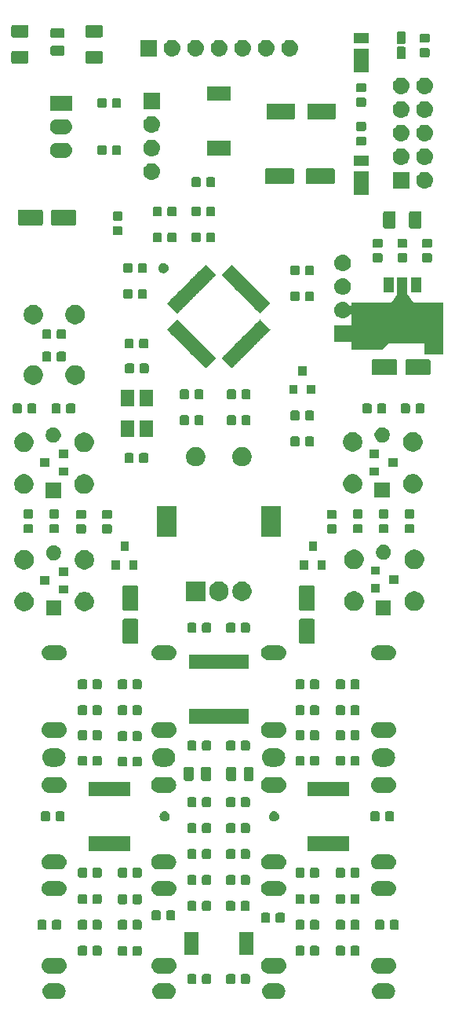
<source format=gbr>
G04 #@! TF.GenerationSoftware,KiCad,Pcbnew,5.1.4-e60b266~84~ubuntu18.04.1*
G04 #@! TF.CreationDate,2019-10-28T13:52:21+08:00*
G04 #@! TF.ProjectId,Waves,57617665-732e-46b6-9963-61645f706362,rev?*
G04 #@! TF.SameCoordinates,Original*
G04 #@! TF.FileFunction,Soldermask,Bot*
G04 #@! TF.FilePolarity,Negative*
%FSLAX46Y46*%
G04 Gerber Fmt 4.6, Leading zero omitted, Abs format (unit mm)*
G04 Created by KiCad (PCBNEW 5.1.4-e60b266~84~ubuntu18.04.1) date 2019-10-28 13:52:21*
%MOMM*%
%LPD*%
G04 APERTURE LIST*
%ADD10C,0.100000*%
G04 APERTURE END LIST*
D10*
G36*
X121521823Y-152631313D02*
G01*
X121682242Y-152679976D01*
X121814906Y-152750886D01*
X121830078Y-152758996D01*
X121959659Y-152865341D01*
X122066004Y-152994922D01*
X122066005Y-152994924D01*
X122145024Y-153142758D01*
X122193687Y-153303177D01*
X122210117Y-153470000D01*
X122193687Y-153636823D01*
X122145024Y-153797242D01*
X122074114Y-153929906D01*
X122066004Y-153945078D01*
X121959659Y-154074659D01*
X121830078Y-154181004D01*
X121830076Y-154181005D01*
X121682242Y-154260024D01*
X121521823Y-154308687D01*
X121396804Y-154321000D01*
X120513196Y-154321000D01*
X120388177Y-154308687D01*
X120227758Y-154260024D01*
X120079924Y-154181005D01*
X120079922Y-154181004D01*
X119950341Y-154074659D01*
X119843996Y-153945078D01*
X119835886Y-153929906D01*
X119764976Y-153797242D01*
X119716313Y-153636823D01*
X119699883Y-153470000D01*
X119716313Y-153303177D01*
X119764976Y-153142758D01*
X119843995Y-152994924D01*
X119843996Y-152994922D01*
X119950341Y-152865341D01*
X120079922Y-152758996D01*
X120095094Y-152750886D01*
X120227758Y-152679976D01*
X120388177Y-152631313D01*
X120513196Y-152619000D01*
X121396804Y-152619000D01*
X121521823Y-152631313D01*
X121521823Y-152631313D01*
G37*
G36*
X133357823Y-152631313D02*
G01*
X133518242Y-152679976D01*
X133650906Y-152750886D01*
X133666078Y-152758996D01*
X133795659Y-152865341D01*
X133902004Y-152994922D01*
X133902005Y-152994924D01*
X133981024Y-153142758D01*
X134029687Y-153303177D01*
X134046117Y-153470000D01*
X134029687Y-153636823D01*
X133981024Y-153797242D01*
X133910114Y-153929906D01*
X133902004Y-153945078D01*
X133795659Y-154074659D01*
X133666078Y-154181004D01*
X133666076Y-154181005D01*
X133518242Y-154260024D01*
X133357823Y-154308687D01*
X133232804Y-154321000D01*
X132349196Y-154321000D01*
X132224177Y-154308687D01*
X132063758Y-154260024D01*
X131915924Y-154181005D01*
X131915922Y-154181004D01*
X131786341Y-154074659D01*
X131679996Y-153945078D01*
X131671886Y-153929906D01*
X131600976Y-153797242D01*
X131552313Y-153636823D01*
X131535883Y-153470000D01*
X131552313Y-153303177D01*
X131600976Y-153142758D01*
X131679995Y-152994924D01*
X131679996Y-152994922D01*
X131786341Y-152865341D01*
X131915922Y-152758996D01*
X131931094Y-152750886D01*
X132063758Y-152679976D01*
X132224177Y-152631313D01*
X132349196Y-152619000D01*
X133232804Y-152619000D01*
X133357823Y-152631313D01*
X133357823Y-152631313D01*
G37*
G36*
X145219823Y-152631313D02*
G01*
X145380242Y-152679976D01*
X145512906Y-152750886D01*
X145528078Y-152758996D01*
X145657659Y-152865341D01*
X145764004Y-152994922D01*
X145764005Y-152994924D01*
X145843024Y-153142758D01*
X145891687Y-153303177D01*
X145908117Y-153470000D01*
X145891687Y-153636823D01*
X145843024Y-153797242D01*
X145772114Y-153929906D01*
X145764004Y-153945078D01*
X145657659Y-154074659D01*
X145528078Y-154181004D01*
X145528076Y-154181005D01*
X145380242Y-154260024D01*
X145219823Y-154308687D01*
X145094804Y-154321000D01*
X144211196Y-154321000D01*
X144086177Y-154308687D01*
X143925758Y-154260024D01*
X143777924Y-154181005D01*
X143777922Y-154181004D01*
X143648341Y-154074659D01*
X143541996Y-153945078D01*
X143533886Y-153929906D01*
X143462976Y-153797242D01*
X143414313Y-153636823D01*
X143397883Y-153470000D01*
X143414313Y-153303177D01*
X143462976Y-153142758D01*
X143541995Y-152994924D01*
X143541996Y-152994922D01*
X143648341Y-152865341D01*
X143777922Y-152758996D01*
X143793094Y-152750886D01*
X143925758Y-152679976D01*
X144086177Y-152631313D01*
X144211196Y-152619000D01*
X145094804Y-152619000D01*
X145219823Y-152631313D01*
X145219823Y-152631313D01*
G37*
G36*
X109659823Y-152631313D02*
G01*
X109820242Y-152679976D01*
X109952906Y-152750886D01*
X109968078Y-152758996D01*
X110097659Y-152865341D01*
X110204004Y-152994922D01*
X110204005Y-152994924D01*
X110283024Y-153142758D01*
X110331687Y-153303177D01*
X110348117Y-153470000D01*
X110331687Y-153636823D01*
X110283024Y-153797242D01*
X110212114Y-153929906D01*
X110204004Y-153945078D01*
X110097659Y-154074659D01*
X109968078Y-154181004D01*
X109968076Y-154181005D01*
X109820242Y-154260024D01*
X109659823Y-154308687D01*
X109534804Y-154321000D01*
X108651196Y-154321000D01*
X108526177Y-154308687D01*
X108365758Y-154260024D01*
X108217924Y-154181005D01*
X108217922Y-154181004D01*
X108088341Y-154074659D01*
X107981996Y-153945078D01*
X107973886Y-153929906D01*
X107902976Y-153797242D01*
X107854313Y-153636823D01*
X107837883Y-153470000D01*
X107854313Y-153303177D01*
X107902976Y-153142758D01*
X107981995Y-152994924D01*
X107981996Y-152994922D01*
X108088341Y-152865341D01*
X108217922Y-152758996D01*
X108233094Y-152750886D01*
X108365758Y-152679976D01*
X108526177Y-152631313D01*
X108651196Y-152619000D01*
X109534804Y-152619000D01*
X109659823Y-152631313D01*
X109659823Y-152631313D01*
G37*
G36*
X130085591Y-151624085D02*
G01*
X130119569Y-151634393D01*
X130150890Y-151651134D01*
X130178339Y-151673661D01*
X130200866Y-151701110D01*
X130217607Y-151732431D01*
X130227915Y-151766409D01*
X130232000Y-151807890D01*
X130232000Y-152484110D01*
X130227915Y-152525591D01*
X130217607Y-152559569D01*
X130200866Y-152590890D01*
X130178339Y-152618339D01*
X130150890Y-152640866D01*
X130119569Y-152657607D01*
X130085591Y-152667915D01*
X130044110Y-152672000D01*
X129442890Y-152672000D01*
X129401409Y-152667915D01*
X129367431Y-152657607D01*
X129336110Y-152640866D01*
X129308661Y-152618339D01*
X129286134Y-152590890D01*
X129269393Y-152559569D01*
X129259085Y-152525591D01*
X129255000Y-152484110D01*
X129255000Y-151807890D01*
X129259085Y-151766409D01*
X129269393Y-151732431D01*
X129286134Y-151701110D01*
X129308661Y-151673661D01*
X129336110Y-151651134D01*
X129367431Y-151634393D01*
X129401409Y-151624085D01*
X129442890Y-151620000D01*
X130044110Y-151620000D01*
X130085591Y-151624085D01*
X130085591Y-151624085D01*
G37*
G36*
X125894591Y-151624085D02*
G01*
X125928569Y-151634393D01*
X125959890Y-151651134D01*
X125987339Y-151673661D01*
X126009866Y-151701110D01*
X126026607Y-151732431D01*
X126036915Y-151766409D01*
X126041000Y-151807890D01*
X126041000Y-152484110D01*
X126036915Y-152525591D01*
X126026607Y-152559569D01*
X126009866Y-152590890D01*
X125987339Y-152618339D01*
X125959890Y-152640866D01*
X125928569Y-152657607D01*
X125894591Y-152667915D01*
X125853110Y-152672000D01*
X125251890Y-152672000D01*
X125210409Y-152667915D01*
X125176431Y-152657607D01*
X125145110Y-152640866D01*
X125117661Y-152618339D01*
X125095134Y-152590890D01*
X125078393Y-152559569D01*
X125068085Y-152525591D01*
X125064000Y-152484110D01*
X125064000Y-151807890D01*
X125068085Y-151766409D01*
X125078393Y-151732431D01*
X125095134Y-151701110D01*
X125117661Y-151673661D01*
X125145110Y-151651134D01*
X125176431Y-151634393D01*
X125210409Y-151624085D01*
X125251890Y-151620000D01*
X125853110Y-151620000D01*
X125894591Y-151624085D01*
X125894591Y-151624085D01*
G37*
G36*
X128510591Y-151624085D02*
G01*
X128544569Y-151634393D01*
X128575890Y-151651134D01*
X128603339Y-151673661D01*
X128625866Y-151701110D01*
X128642607Y-151732431D01*
X128652915Y-151766409D01*
X128657000Y-151807890D01*
X128657000Y-152484110D01*
X128652915Y-152525591D01*
X128642607Y-152559569D01*
X128625866Y-152590890D01*
X128603339Y-152618339D01*
X128575890Y-152640866D01*
X128544569Y-152657607D01*
X128510591Y-152667915D01*
X128469110Y-152672000D01*
X127867890Y-152672000D01*
X127826409Y-152667915D01*
X127792431Y-152657607D01*
X127761110Y-152640866D01*
X127733661Y-152618339D01*
X127711134Y-152590890D01*
X127694393Y-152559569D01*
X127684085Y-152525591D01*
X127680000Y-152484110D01*
X127680000Y-151807890D01*
X127684085Y-151766409D01*
X127694393Y-151732431D01*
X127711134Y-151701110D01*
X127733661Y-151673661D01*
X127761110Y-151651134D01*
X127792431Y-151634393D01*
X127826409Y-151624085D01*
X127867890Y-151620000D01*
X128469110Y-151620000D01*
X128510591Y-151624085D01*
X128510591Y-151624085D01*
G37*
G36*
X124319591Y-151624085D02*
G01*
X124353569Y-151634393D01*
X124384890Y-151651134D01*
X124412339Y-151673661D01*
X124434866Y-151701110D01*
X124451607Y-151732431D01*
X124461915Y-151766409D01*
X124466000Y-151807890D01*
X124466000Y-152484110D01*
X124461915Y-152525591D01*
X124451607Y-152559569D01*
X124434866Y-152590890D01*
X124412339Y-152618339D01*
X124384890Y-152640866D01*
X124353569Y-152657607D01*
X124319591Y-152667915D01*
X124278110Y-152672000D01*
X123676890Y-152672000D01*
X123635409Y-152667915D01*
X123601431Y-152657607D01*
X123570110Y-152640866D01*
X123542661Y-152618339D01*
X123520134Y-152590890D01*
X123503393Y-152559569D01*
X123493085Y-152525591D01*
X123489000Y-152484110D01*
X123489000Y-151807890D01*
X123493085Y-151766409D01*
X123503393Y-151732431D01*
X123520134Y-151701110D01*
X123542661Y-151673661D01*
X123570110Y-151651134D01*
X123601431Y-151634393D01*
X123635409Y-151624085D01*
X123676890Y-151620000D01*
X124278110Y-151620000D01*
X124319591Y-151624085D01*
X124319591Y-151624085D01*
G37*
G36*
X145319823Y-149861313D02*
G01*
X145480242Y-149909976D01*
X145612906Y-149980886D01*
X145628078Y-149988996D01*
X145757659Y-150095341D01*
X145864004Y-150224922D01*
X145864005Y-150224924D01*
X145943024Y-150372758D01*
X145991687Y-150533177D01*
X146008117Y-150700000D01*
X145991687Y-150866823D01*
X145943024Y-151027242D01*
X145872114Y-151159906D01*
X145864004Y-151175078D01*
X145757659Y-151304659D01*
X145628078Y-151411004D01*
X145628076Y-151411005D01*
X145480242Y-151490024D01*
X145319823Y-151538687D01*
X145194804Y-151551000D01*
X144111196Y-151551000D01*
X143986177Y-151538687D01*
X143825758Y-151490024D01*
X143677924Y-151411005D01*
X143677922Y-151411004D01*
X143548341Y-151304659D01*
X143441996Y-151175078D01*
X143433886Y-151159906D01*
X143362976Y-151027242D01*
X143314313Y-150866823D01*
X143297883Y-150700000D01*
X143314313Y-150533177D01*
X143362976Y-150372758D01*
X143441995Y-150224924D01*
X143441996Y-150224922D01*
X143548341Y-150095341D01*
X143677922Y-149988996D01*
X143693094Y-149980886D01*
X143825758Y-149909976D01*
X143986177Y-149861313D01*
X144111196Y-149849000D01*
X145194804Y-149849000D01*
X145319823Y-149861313D01*
X145319823Y-149861313D01*
G37*
G36*
X109759823Y-149861313D02*
G01*
X109920242Y-149909976D01*
X110052906Y-149980886D01*
X110068078Y-149988996D01*
X110197659Y-150095341D01*
X110304004Y-150224922D01*
X110304005Y-150224924D01*
X110383024Y-150372758D01*
X110431687Y-150533177D01*
X110448117Y-150700000D01*
X110431687Y-150866823D01*
X110383024Y-151027242D01*
X110312114Y-151159906D01*
X110304004Y-151175078D01*
X110197659Y-151304659D01*
X110068078Y-151411004D01*
X110068076Y-151411005D01*
X109920242Y-151490024D01*
X109759823Y-151538687D01*
X109634804Y-151551000D01*
X108551196Y-151551000D01*
X108426177Y-151538687D01*
X108265758Y-151490024D01*
X108117924Y-151411005D01*
X108117922Y-151411004D01*
X107988341Y-151304659D01*
X107881996Y-151175078D01*
X107873886Y-151159906D01*
X107802976Y-151027242D01*
X107754313Y-150866823D01*
X107737883Y-150700000D01*
X107754313Y-150533177D01*
X107802976Y-150372758D01*
X107881995Y-150224924D01*
X107881996Y-150224922D01*
X107988341Y-150095341D01*
X108117922Y-149988996D01*
X108133094Y-149980886D01*
X108265758Y-149909976D01*
X108426177Y-149861313D01*
X108551196Y-149849000D01*
X109634804Y-149849000D01*
X109759823Y-149861313D01*
X109759823Y-149861313D01*
G37*
G36*
X121621823Y-149861313D02*
G01*
X121782242Y-149909976D01*
X121914906Y-149980886D01*
X121930078Y-149988996D01*
X122059659Y-150095341D01*
X122166004Y-150224922D01*
X122166005Y-150224924D01*
X122245024Y-150372758D01*
X122293687Y-150533177D01*
X122310117Y-150700000D01*
X122293687Y-150866823D01*
X122245024Y-151027242D01*
X122174114Y-151159906D01*
X122166004Y-151175078D01*
X122059659Y-151304659D01*
X121930078Y-151411004D01*
X121930076Y-151411005D01*
X121782242Y-151490024D01*
X121621823Y-151538687D01*
X121496804Y-151551000D01*
X120413196Y-151551000D01*
X120288177Y-151538687D01*
X120127758Y-151490024D01*
X119979924Y-151411005D01*
X119979922Y-151411004D01*
X119850341Y-151304659D01*
X119743996Y-151175078D01*
X119735886Y-151159906D01*
X119664976Y-151027242D01*
X119616313Y-150866823D01*
X119599883Y-150700000D01*
X119616313Y-150533177D01*
X119664976Y-150372758D01*
X119743995Y-150224924D01*
X119743996Y-150224922D01*
X119850341Y-150095341D01*
X119979922Y-149988996D01*
X119995094Y-149980886D01*
X120127758Y-149909976D01*
X120288177Y-149861313D01*
X120413196Y-149849000D01*
X121496804Y-149849000D01*
X121621823Y-149861313D01*
X121621823Y-149861313D01*
G37*
G36*
X133457823Y-149861313D02*
G01*
X133618242Y-149909976D01*
X133750906Y-149980886D01*
X133766078Y-149988996D01*
X133895659Y-150095341D01*
X134002004Y-150224922D01*
X134002005Y-150224924D01*
X134081024Y-150372758D01*
X134129687Y-150533177D01*
X134146117Y-150700000D01*
X134129687Y-150866823D01*
X134081024Y-151027242D01*
X134010114Y-151159906D01*
X134002004Y-151175078D01*
X133895659Y-151304659D01*
X133766078Y-151411004D01*
X133766076Y-151411005D01*
X133618242Y-151490024D01*
X133457823Y-151538687D01*
X133332804Y-151551000D01*
X132249196Y-151551000D01*
X132124177Y-151538687D01*
X131963758Y-151490024D01*
X131815924Y-151411005D01*
X131815922Y-151411004D01*
X131686341Y-151304659D01*
X131579996Y-151175078D01*
X131571886Y-151159906D01*
X131500976Y-151027242D01*
X131452313Y-150866823D01*
X131435883Y-150700000D01*
X131452313Y-150533177D01*
X131500976Y-150372758D01*
X131579995Y-150224924D01*
X131579996Y-150224922D01*
X131686341Y-150095341D01*
X131815922Y-149988996D01*
X131831094Y-149980886D01*
X131963758Y-149909976D01*
X132124177Y-149861313D01*
X132249196Y-149849000D01*
X133332804Y-149849000D01*
X133457823Y-149861313D01*
X133457823Y-149861313D01*
G37*
G36*
X116826591Y-148601085D02*
G01*
X116860569Y-148611393D01*
X116891890Y-148628134D01*
X116919339Y-148650661D01*
X116941866Y-148678110D01*
X116958607Y-148709431D01*
X116968915Y-148743409D01*
X116973000Y-148784890D01*
X116973000Y-149461110D01*
X116968915Y-149502591D01*
X116958607Y-149536569D01*
X116941866Y-149567890D01*
X116919339Y-149595339D01*
X116891890Y-149617866D01*
X116860569Y-149634607D01*
X116826591Y-149644915D01*
X116785110Y-149649000D01*
X116183890Y-149649000D01*
X116142409Y-149644915D01*
X116108431Y-149634607D01*
X116077110Y-149617866D01*
X116049661Y-149595339D01*
X116027134Y-149567890D01*
X116010393Y-149536569D01*
X116000085Y-149502591D01*
X115996000Y-149461110D01*
X115996000Y-148784890D01*
X116000085Y-148743409D01*
X116010393Y-148709431D01*
X116027134Y-148678110D01*
X116049661Y-148650661D01*
X116077110Y-148628134D01*
X116108431Y-148611393D01*
X116142409Y-148601085D01*
X116183890Y-148597000D01*
X116785110Y-148597000D01*
X116826591Y-148601085D01*
X116826591Y-148601085D01*
G37*
G36*
X118401591Y-148601085D02*
G01*
X118435569Y-148611393D01*
X118466890Y-148628134D01*
X118494339Y-148650661D01*
X118516866Y-148678110D01*
X118533607Y-148709431D01*
X118543915Y-148743409D01*
X118548000Y-148784890D01*
X118548000Y-149461110D01*
X118543915Y-149502591D01*
X118533607Y-149536569D01*
X118516866Y-149567890D01*
X118494339Y-149595339D01*
X118466890Y-149617866D01*
X118435569Y-149634607D01*
X118401591Y-149644915D01*
X118360110Y-149649000D01*
X117758890Y-149649000D01*
X117717409Y-149644915D01*
X117683431Y-149634607D01*
X117652110Y-149617866D01*
X117624661Y-149595339D01*
X117602134Y-149567890D01*
X117585393Y-149536569D01*
X117575085Y-149502591D01*
X117571000Y-149461110D01*
X117571000Y-148784890D01*
X117575085Y-148743409D01*
X117585393Y-148709431D01*
X117602134Y-148678110D01*
X117624661Y-148650661D01*
X117652110Y-148628134D01*
X117683431Y-148611393D01*
X117717409Y-148601085D01*
X117758890Y-148597000D01*
X118360110Y-148597000D01*
X118401591Y-148601085D01*
X118401591Y-148601085D01*
G37*
G36*
X137552591Y-148576085D02*
G01*
X137586569Y-148586393D01*
X137617890Y-148603134D01*
X137645339Y-148625661D01*
X137667866Y-148653110D01*
X137684607Y-148684431D01*
X137694915Y-148718409D01*
X137699000Y-148759890D01*
X137699000Y-149436110D01*
X137694915Y-149477591D01*
X137684607Y-149511569D01*
X137667866Y-149542890D01*
X137645339Y-149570339D01*
X137617890Y-149592866D01*
X137586569Y-149609607D01*
X137552591Y-149619915D01*
X137511110Y-149624000D01*
X136909890Y-149624000D01*
X136868409Y-149619915D01*
X136834431Y-149609607D01*
X136803110Y-149592866D01*
X136775661Y-149570339D01*
X136753134Y-149542890D01*
X136736393Y-149511569D01*
X136726085Y-149477591D01*
X136722000Y-149436110D01*
X136722000Y-148759890D01*
X136726085Y-148718409D01*
X136736393Y-148684431D01*
X136753134Y-148653110D01*
X136775661Y-148625661D01*
X136803110Y-148603134D01*
X136834431Y-148586393D01*
X136868409Y-148576085D01*
X136909890Y-148572000D01*
X137511110Y-148572000D01*
X137552591Y-148576085D01*
X137552591Y-148576085D01*
G37*
G36*
X112508591Y-148576085D02*
G01*
X112542569Y-148586393D01*
X112573890Y-148603134D01*
X112601339Y-148625661D01*
X112623866Y-148653110D01*
X112640607Y-148684431D01*
X112650915Y-148718409D01*
X112655000Y-148759890D01*
X112655000Y-149436110D01*
X112650915Y-149477591D01*
X112640607Y-149511569D01*
X112623866Y-149542890D01*
X112601339Y-149570339D01*
X112573890Y-149592866D01*
X112542569Y-149609607D01*
X112508591Y-149619915D01*
X112467110Y-149624000D01*
X111865890Y-149624000D01*
X111824409Y-149619915D01*
X111790431Y-149609607D01*
X111759110Y-149592866D01*
X111731661Y-149570339D01*
X111709134Y-149542890D01*
X111692393Y-149511569D01*
X111682085Y-149477591D01*
X111678000Y-149436110D01*
X111678000Y-148759890D01*
X111682085Y-148718409D01*
X111692393Y-148684431D01*
X111709134Y-148653110D01*
X111731661Y-148625661D01*
X111759110Y-148603134D01*
X111790431Y-148586393D01*
X111824409Y-148576085D01*
X111865890Y-148572000D01*
X112467110Y-148572000D01*
X112508591Y-148576085D01*
X112508591Y-148576085D01*
G37*
G36*
X135977591Y-148576085D02*
G01*
X136011569Y-148586393D01*
X136042890Y-148603134D01*
X136070339Y-148625661D01*
X136092866Y-148653110D01*
X136109607Y-148684431D01*
X136119915Y-148718409D01*
X136124000Y-148759890D01*
X136124000Y-149436110D01*
X136119915Y-149477591D01*
X136109607Y-149511569D01*
X136092866Y-149542890D01*
X136070339Y-149570339D01*
X136042890Y-149592866D01*
X136011569Y-149609607D01*
X135977591Y-149619915D01*
X135936110Y-149624000D01*
X135334890Y-149624000D01*
X135293409Y-149619915D01*
X135259431Y-149609607D01*
X135228110Y-149592866D01*
X135200661Y-149570339D01*
X135178134Y-149542890D01*
X135161393Y-149511569D01*
X135151085Y-149477591D01*
X135147000Y-149436110D01*
X135147000Y-148759890D01*
X135151085Y-148718409D01*
X135161393Y-148684431D01*
X135178134Y-148653110D01*
X135200661Y-148625661D01*
X135228110Y-148603134D01*
X135259431Y-148586393D01*
X135293409Y-148576085D01*
X135334890Y-148572000D01*
X135936110Y-148572000D01*
X135977591Y-148576085D01*
X135977591Y-148576085D01*
G37*
G36*
X140346591Y-148576085D02*
G01*
X140380569Y-148586393D01*
X140411890Y-148603134D01*
X140439339Y-148625661D01*
X140461866Y-148653110D01*
X140478607Y-148684431D01*
X140488915Y-148718409D01*
X140493000Y-148759890D01*
X140493000Y-149436110D01*
X140488915Y-149477591D01*
X140478607Y-149511569D01*
X140461866Y-149542890D01*
X140439339Y-149570339D01*
X140411890Y-149592866D01*
X140380569Y-149609607D01*
X140346591Y-149619915D01*
X140305110Y-149624000D01*
X139703890Y-149624000D01*
X139662409Y-149619915D01*
X139628431Y-149609607D01*
X139597110Y-149592866D01*
X139569661Y-149570339D01*
X139547134Y-149542890D01*
X139530393Y-149511569D01*
X139520085Y-149477591D01*
X139516000Y-149436110D01*
X139516000Y-148759890D01*
X139520085Y-148718409D01*
X139530393Y-148684431D01*
X139547134Y-148653110D01*
X139569661Y-148625661D01*
X139597110Y-148603134D01*
X139628431Y-148586393D01*
X139662409Y-148576085D01*
X139703890Y-148572000D01*
X140305110Y-148572000D01*
X140346591Y-148576085D01*
X140346591Y-148576085D01*
G37*
G36*
X141921591Y-148576085D02*
G01*
X141955569Y-148586393D01*
X141986890Y-148603134D01*
X142014339Y-148625661D01*
X142036866Y-148653110D01*
X142053607Y-148684431D01*
X142063915Y-148718409D01*
X142068000Y-148759890D01*
X142068000Y-149436110D01*
X142063915Y-149477591D01*
X142053607Y-149511569D01*
X142036866Y-149542890D01*
X142014339Y-149570339D01*
X141986890Y-149592866D01*
X141955569Y-149609607D01*
X141921591Y-149619915D01*
X141880110Y-149624000D01*
X141278890Y-149624000D01*
X141237409Y-149619915D01*
X141203431Y-149609607D01*
X141172110Y-149592866D01*
X141144661Y-149570339D01*
X141122134Y-149542890D01*
X141105393Y-149511569D01*
X141095085Y-149477591D01*
X141091000Y-149436110D01*
X141091000Y-148759890D01*
X141095085Y-148718409D01*
X141105393Y-148684431D01*
X141122134Y-148653110D01*
X141144661Y-148625661D01*
X141172110Y-148603134D01*
X141203431Y-148586393D01*
X141237409Y-148576085D01*
X141278890Y-148572000D01*
X141880110Y-148572000D01*
X141921591Y-148576085D01*
X141921591Y-148576085D01*
G37*
G36*
X114083591Y-148576085D02*
G01*
X114117569Y-148586393D01*
X114148890Y-148603134D01*
X114176339Y-148625661D01*
X114198866Y-148653110D01*
X114215607Y-148684431D01*
X114225915Y-148718409D01*
X114230000Y-148759890D01*
X114230000Y-149436110D01*
X114225915Y-149477591D01*
X114215607Y-149511569D01*
X114198866Y-149542890D01*
X114176339Y-149570339D01*
X114148890Y-149592866D01*
X114117569Y-149609607D01*
X114083591Y-149619915D01*
X114042110Y-149624000D01*
X113440890Y-149624000D01*
X113399409Y-149619915D01*
X113365431Y-149609607D01*
X113334110Y-149592866D01*
X113306661Y-149570339D01*
X113284134Y-149542890D01*
X113267393Y-149511569D01*
X113257085Y-149477591D01*
X113253000Y-149436110D01*
X113253000Y-148759890D01*
X113257085Y-148718409D01*
X113267393Y-148684431D01*
X113284134Y-148653110D01*
X113306661Y-148625661D01*
X113334110Y-148603134D01*
X113365431Y-148586393D01*
X113399409Y-148576085D01*
X113440890Y-148572000D01*
X114042110Y-148572000D01*
X114083591Y-148576085D01*
X114083591Y-148576085D01*
G37*
G36*
X130599000Y-149587000D02*
G01*
X129047000Y-149587000D01*
X129047000Y-147085000D01*
X130599000Y-147085000D01*
X130599000Y-149587000D01*
X130599000Y-149587000D01*
G37*
G36*
X124699000Y-149587000D02*
G01*
X123147000Y-149587000D01*
X123147000Y-147085000D01*
X124699000Y-147085000D01*
X124699000Y-149587000D01*
X124699000Y-149587000D01*
G37*
G36*
X141921591Y-145782085D02*
G01*
X141955569Y-145792393D01*
X141986890Y-145809134D01*
X142014339Y-145831661D01*
X142036866Y-145859110D01*
X142053607Y-145890431D01*
X142063915Y-145924409D01*
X142068000Y-145965890D01*
X142068000Y-146642110D01*
X142063915Y-146683591D01*
X142053607Y-146717569D01*
X142036866Y-146748890D01*
X142014339Y-146776339D01*
X141986890Y-146798866D01*
X141955569Y-146815607D01*
X141921591Y-146825915D01*
X141880110Y-146830000D01*
X141278890Y-146830000D01*
X141237409Y-146825915D01*
X141203431Y-146815607D01*
X141172110Y-146798866D01*
X141144661Y-146776339D01*
X141122134Y-146748890D01*
X141105393Y-146717569D01*
X141095085Y-146683591D01*
X141091000Y-146642110D01*
X141091000Y-145965890D01*
X141095085Y-145924409D01*
X141105393Y-145890431D01*
X141122134Y-145859110D01*
X141144661Y-145831661D01*
X141172110Y-145809134D01*
X141203431Y-145792393D01*
X141237409Y-145782085D01*
X141278890Y-145778000D01*
X141880110Y-145778000D01*
X141921591Y-145782085D01*
X141921591Y-145782085D01*
G37*
G36*
X146163591Y-145782085D02*
G01*
X146197569Y-145792393D01*
X146228890Y-145809134D01*
X146256339Y-145831661D01*
X146278866Y-145859110D01*
X146295607Y-145890431D01*
X146305915Y-145924409D01*
X146310000Y-145965890D01*
X146310000Y-146642110D01*
X146305915Y-146683591D01*
X146295607Y-146717569D01*
X146278866Y-146748890D01*
X146256339Y-146776339D01*
X146228890Y-146798866D01*
X146197569Y-146815607D01*
X146163591Y-146825915D01*
X146122110Y-146830000D01*
X145520890Y-146830000D01*
X145479409Y-146825915D01*
X145445431Y-146815607D01*
X145414110Y-146798866D01*
X145386661Y-146776339D01*
X145364134Y-146748890D01*
X145347393Y-146717569D01*
X145337085Y-146683591D01*
X145333000Y-146642110D01*
X145333000Y-145965890D01*
X145337085Y-145924409D01*
X145347393Y-145890431D01*
X145364134Y-145859110D01*
X145386661Y-145831661D01*
X145414110Y-145809134D01*
X145445431Y-145792393D01*
X145479409Y-145782085D01*
X145520890Y-145778000D01*
X146122110Y-145778000D01*
X146163591Y-145782085D01*
X146163591Y-145782085D01*
G37*
G36*
X137552591Y-145782085D02*
G01*
X137586569Y-145792393D01*
X137617890Y-145809134D01*
X137645339Y-145831661D01*
X137667866Y-145859110D01*
X137684607Y-145890431D01*
X137694915Y-145924409D01*
X137699000Y-145965890D01*
X137699000Y-146642110D01*
X137694915Y-146683591D01*
X137684607Y-146717569D01*
X137667866Y-146748890D01*
X137645339Y-146776339D01*
X137617890Y-146798866D01*
X137586569Y-146815607D01*
X137552591Y-146825915D01*
X137511110Y-146830000D01*
X136909890Y-146830000D01*
X136868409Y-146825915D01*
X136834431Y-146815607D01*
X136803110Y-146798866D01*
X136775661Y-146776339D01*
X136753134Y-146748890D01*
X136736393Y-146717569D01*
X136726085Y-146683591D01*
X136722000Y-146642110D01*
X136722000Y-145965890D01*
X136726085Y-145924409D01*
X136736393Y-145890431D01*
X136753134Y-145859110D01*
X136775661Y-145831661D01*
X136803110Y-145809134D01*
X136834431Y-145792393D01*
X136868409Y-145782085D01*
X136909890Y-145778000D01*
X137511110Y-145778000D01*
X137552591Y-145782085D01*
X137552591Y-145782085D01*
G37*
G36*
X135977591Y-145782085D02*
G01*
X136011569Y-145792393D01*
X136042890Y-145809134D01*
X136070339Y-145831661D01*
X136092866Y-145859110D01*
X136109607Y-145890431D01*
X136119915Y-145924409D01*
X136124000Y-145965890D01*
X136124000Y-146642110D01*
X136119915Y-146683591D01*
X136109607Y-146717569D01*
X136092866Y-146748890D01*
X136070339Y-146776339D01*
X136042890Y-146798866D01*
X136011569Y-146815607D01*
X135977591Y-146825915D01*
X135936110Y-146830000D01*
X135334890Y-146830000D01*
X135293409Y-146825915D01*
X135259431Y-146815607D01*
X135228110Y-146798866D01*
X135200661Y-146776339D01*
X135178134Y-146748890D01*
X135161393Y-146717569D01*
X135151085Y-146683591D01*
X135147000Y-146642110D01*
X135147000Y-145965890D01*
X135151085Y-145924409D01*
X135161393Y-145890431D01*
X135178134Y-145859110D01*
X135200661Y-145831661D01*
X135228110Y-145809134D01*
X135259431Y-145792393D01*
X135293409Y-145782085D01*
X135334890Y-145778000D01*
X135936110Y-145778000D01*
X135977591Y-145782085D01*
X135977591Y-145782085D01*
G37*
G36*
X118401591Y-145782085D02*
G01*
X118435569Y-145792393D01*
X118466890Y-145809134D01*
X118494339Y-145831661D01*
X118516866Y-145859110D01*
X118533607Y-145890431D01*
X118543915Y-145924409D01*
X118548000Y-145965890D01*
X118548000Y-146642110D01*
X118543915Y-146683591D01*
X118533607Y-146717569D01*
X118516866Y-146748890D01*
X118494339Y-146776339D01*
X118466890Y-146798866D01*
X118435569Y-146815607D01*
X118401591Y-146825915D01*
X118360110Y-146830000D01*
X117758890Y-146830000D01*
X117717409Y-146825915D01*
X117683431Y-146815607D01*
X117652110Y-146798866D01*
X117624661Y-146776339D01*
X117602134Y-146748890D01*
X117585393Y-146717569D01*
X117575085Y-146683591D01*
X117571000Y-146642110D01*
X117571000Y-145965890D01*
X117575085Y-145924409D01*
X117585393Y-145890431D01*
X117602134Y-145859110D01*
X117624661Y-145831661D01*
X117652110Y-145809134D01*
X117683431Y-145792393D01*
X117717409Y-145782085D01*
X117758890Y-145778000D01*
X118360110Y-145778000D01*
X118401591Y-145782085D01*
X118401591Y-145782085D01*
G37*
G36*
X116826591Y-145782085D02*
G01*
X116860569Y-145792393D01*
X116891890Y-145809134D01*
X116919339Y-145831661D01*
X116941866Y-145859110D01*
X116958607Y-145890431D01*
X116968915Y-145924409D01*
X116973000Y-145965890D01*
X116973000Y-146642110D01*
X116968915Y-146683591D01*
X116958607Y-146717569D01*
X116941866Y-146748890D01*
X116919339Y-146776339D01*
X116891890Y-146798866D01*
X116860569Y-146815607D01*
X116826591Y-146825915D01*
X116785110Y-146830000D01*
X116183890Y-146830000D01*
X116142409Y-146825915D01*
X116108431Y-146815607D01*
X116077110Y-146798866D01*
X116049661Y-146776339D01*
X116027134Y-146748890D01*
X116010393Y-146717569D01*
X116000085Y-146683591D01*
X115996000Y-146642110D01*
X115996000Y-145965890D01*
X116000085Y-145924409D01*
X116010393Y-145890431D01*
X116027134Y-145859110D01*
X116049661Y-145831661D01*
X116077110Y-145809134D01*
X116108431Y-145792393D01*
X116142409Y-145782085D01*
X116183890Y-145778000D01*
X116785110Y-145778000D01*
X116826591Y-145782085D01*
X116826591Y-145782085D01*
G37*
G36*
X109714591Y-145782085D02*
G01*
X109748569Y-145792393D01*
X109779890Y-145809134D01*
X109807339Y-145831661D01*
X109829866Y-145859110D01*
X109846607Y-145890431D01*
X109856915Y-145924409D01*
X109861000Y-145965890D01*
X109861000Y-146642110D01*
X109856915Y-146683591D01*
X109846607Y-146717569D01*
X109829866Y-146748890D01*
X109807339Y-146776339D01*
X109779890Y-146798866D01*
X109748569Y-146815607D01*
X109714591Y-146825915D01*
X109673110Y-146830000D01*
X109071890Y-146830000D01*
X109030409Y-146825915D01*
X108996431Y-146815607D01*
X108965110Y-146798866D01*
X108937661Y-146776339D01*
X108915134Y-146748890D01*
X108898393Y-146717569D01*
X108888085Y-146683591D01*
X108884000Y-146642110D01*
X108884000Y-145965890D01*
X108888085Y-145924409D01*
X108898393Y-145890431D01*
X108915134Y-145859110D01*
X108937661Y-145831661D01*
X108965110Y-145809134D01*
X108996431Y-145792393D01*
X109030409Y-145782085D01*
X109071890Y-145778000D01*
X109673110Y-145778000D01*
X109714591Y-145782085D01*
X109714591Y-145782085D01*
G37*
G36*
X144588591Y-145782085D02*
G01*
X144622569Y-145792393D01*
X144653890Y-145809134D01*
X144681339Y-145831661D01*
X144703866Y-145859110D01*
X144720607Y-145890431D01*
X144730915Y-145924409D01*
X144735000Y-145965890D01*
X144735000Y-146642110D01*
X144730915Y-146683591D01*
X144720607Y-146717569D01*
X144703866Y-146748890D01*
X144681339Y-146776339D01*
X144653890Y-146798866D01*
X144622569Y-146815607D01*
X144588591Y-146825915D01*
X144547110Y-146830000D01*
X143945890Y-146830000D01*
X143904409Y-146825915D01*
X143870431Y-146815607D01*
X143839110Y-146798866D01*
X143811661Y-146776339D01*
X143789134Y-146748890D01*
X143772393Y-146717569D01*
X143762085Y-146683591D01*
X143758000Y-146642110D01*
X143758000Y-145965890D01*
X143762085Y-145924409D01*
X143772393Y-145890431D01*
X143789134Y-145859110D01*
X143811661Y-145831661D01*
X143839110Y-145809134D01*
X143870431Y-145792393D01*
X143904409Y-145782085D01*
X143945890Y-145778000D01*
X144547110Y-145778000D01*
X144588591Y-145782085D01*
X144588591Y-145782085D01*
G37*
G36*
X112508591Y-145782085D02*
G01*
X112542569Y-145792393D01*
X112573890Y-145809134D01*
X112601339Y-145831661D01*
X112623866Y-145859110D01*
X112640607Y-145890431D01*
X112650915Y-145924409D01*
X112655000Y-145965890D01*
X112655000Y-146642110D01*
X112650915Y-146683591D01*
X112640607Y-146717569D01*
X112623866Y-146748890D01*
X112601339Y-146776339D01*
X112573890Y-146798866D01*
X112542569Y-146815607D01*
X112508591Y-146825915D01*
X112467110Y-146830000D01*
X111865890Y-146830000D01*
X111824409Y-146825915D01*
X111790431Y-146815607D01*
X111759110Y-146798866D01*
X111731661Y-146776339D01*
X111709134Y-146748890D01*
X111692393Y-146717569D01*
X111682085Y-146683591D01*
X111678000Y-146642110D01*
X111678000Y-145965890D01*
X111682085Y-145924409D01*
X111692393Y-145890431D01*
X111709134Y-145859110D01*
X111731661Y-145831661D01*
X111759110Y-145809134D01*
X111790431Y-145792393D01*
X111824409Y-145782085D01*
X111865890Y-145778000D01*
X112467110Y-145778000D01*
X112508591Y-145782085D01*
X112508591Y-145782085D01*
G37*
G36*
X114083591Y-145782085D02*
G01*
X114117569Y-145792393D01*
X114148890Y-145809134D01*
X114176339Y-145831661D01*
X114198866Y-145859110D01*
X114215607Y-145890431D01*
X114225915Y-145924409D01*
X114230000Y-145965890D01*
X114230000Y-146642110D01*
X114225915Y-146683591D01*
X114215607Y-146717569D01*
X114198866Y-146748890D01*
X114176339Y-146776339D01*
X114148890Y-146798866D01*
X114117569Y-146815607D01*
X114083591Y-146825915D01*
X114042110Y-146830000D01*
X113440890Y-146830000D01*
X113399409Y-146825915D01*
X113365431Y-146815607D01*
X113334110Y-146798866D01*
X113306661Y-146776339D01*
X113284134Y-146748890D01*
X113267393Y-146717569D01*
X113257085Y-146683591D01*
X113253000Y-146642110D01*
X113253000Y-145965890D01*
X113257085Y-145924409D01*
X113267393Y-145890431D01*
X113284134Y-145859110D01*
X113306661Y-145831661D01*
X113334110Y-145809134D01*
X113365431Y-145792393D01*
X113399409Y-145782085D01*
X113440890Y-145778000D01*
X114042110Y-145778000D01*
X114083591Y-145782085D01*
X114083591Y-145782085D01*
G37*
G36*
X140346591Y-145782085D02*
G01*
X140380569Y-145792393D01*
X140411890Y-145809134D01*
X140439339Y-145831661D01*
X140461866Y-145859110D01*
X140478607Y-145890431D01*
X140488915Y-145924409D01*
X140493000Y-145965890D01*
X140493000Y-146642110D01*
X140488915Y-146683591D01*
X140478607Y-146717569D01*
X140461866Y-146748890D01*
X140439339Y-146776339D01*
X140411890Y-146798866D01*
X140380569Y-146815607D01*
X140346591Y-146825915D01*
X140305110Y-146830000D01*
X139703890Y-146830000D01*
X139662409Y-146825915D01*
X139628431Y-146815607D01*
X139597110Y-146798866D01*
X139569661Y-146776339D01*
X139547134Y-146748890D01*
X139530393Y-146717569D01*
X139520085Y-146683591D01*
X139516000Y-146642110D01*
X139516000Y-145965890D01*
X139520085Y-145924409D01*
X139530393Y-145890431D01*
X139547134Y-145859110D01*
X139569661Y-145831661D01*
X139597110Y-145809134D01*
X139628431Y-145792393D01*
X139662409Y-145782085D01*
X139703890Y-145778000D01*
X140305110Y-145778000D01*
X140346591Y-145782085D01*
X140346591Y-145782085D01*
G37*
G36*
X108139591Y-145782085D02*
G01*
X108173569Y-145792393D01*
X108204890Y-145809134D01*
X108232339Y-145831661D01*
X108254866Y-145859110D01*
X108271607Y-145890431D01*
X108281915Y-145924409D01*
X108286000Y-145965890D01*
X108286000Y-146642110D01*
X108281915Y-146683591D01*
X108271607Y-146717569D01*
X108254866Y-146748890D01*
X108232339Y-146776339D01*
X108204890Y-146798866D01*
X108173569Y-146815607D01*
X108139591Y-146825915D01*
X108098110Y-146830000D01*
X107496890Y-146830000D01*
X107455409Y-146825915D01*
X107421431Y-146815607D01*
X107390110Y-146798866D01*
X107362661Y-146776339D01*
X107340134Y-146748890D01*
X107323393Y-146717569D01*
X107313085Y-146683591D01*
X107309000Y-146642110D01*
X107309000Y-145965890D01*
X107313085Y-145924409D01*
X107323393Y-145890431D01*
X107340134Y-145859110D01*
X107362661Y-145831661D01*
X107390110Y-145809134D01*
X107421431Y-145792393D01*
X107455409Y-145782085D01*
X107496890Y-145778000D01*
X108098110Y-145778000D01*
X108139591Y-145782085D01*
X108139591Y-145782085D01*
G37*
G36*
X132269591Y-145020085D02*
G01*
X132303569Y-145030393D01*
X132334890Y-145047134D01*
X132362339Y-145069661D01*
X132384866Y-145097110D01*
X132401607Y-145128431D01*
X132411915Y-145162409D01*
X132416000Y-145203890D01*
X132416000Y-145880110D01*
X132411915Y-145921591D01*
X132401607Y-145955569D01*
X132384866Y-145986890D01*
X132362339Y-146014339D01*
X132334890Y-146036866D01*
X132303569Y-146053607D01*
X132269591Y-146063915D01*
X132228110Y-146068000D01*
X131626890Y-146068000D01*
X131585409Y-146063915D01*
X131551431Y-146053607D01*
X131520110Y-146036866D01*
X131492661Y-146014339D01*
X131470134Y-145986890D01*
X131453393Y-145955569D01*
X131443085Y-145921591D01*
X131439000Y-145880110D01*
X131439000Y-145203890D01*
X131443085Y-145162409D01*
X131453393Y-145128431D01*
X131470134Y-145097110D01*
X131492661Y-145069661D01*
X131520110Y-145047134D01*
X131551431Y-145030393D01*
X131585409Y-145020085D01*
X131626890Y-145016000D01*
X132228110Y-145016000D01*
X132269591Y-145020085D01*
X132269591Y-145020085D01*
G37*
G36*
X133844591Y-145020085D02*
G01*
X133878569Y-145030393D01*
X133909890Y-145047134D01*
X133937339Y-145069661D01*
X133959866Y-145097110D01*
X133976607Y-145128431D01*
X133986915Y-145162409D01*
X133991000Y-145203890D01*
X133991000Y-145880110D01*
X133986915Y-145921591D01*
X133976607Y-145955569D01*
X133959866Y-145986890D01*
X133937339Y-146014339D01*
X133909890Y-146036866D01*
X133878569Y-146053607D01*
X133844591Y-146063915D01*
X133803110Y-146068000D01*
X133201890Y-146068000D01*
X133160409Y-146063915D01*
X133126431Y-146053607D01*
X133095110Y-146036866D01*
X133067661Y-146014339D01*
X133045134Y-145986890D01*
X133028393Y-145955569D01*
X133018085Y-145921591D01*
X133014000Y-145880110D01*
X133014000Y-145203890D01*
X133018085Y-145162409D01*
X133028393Y-145128431D01*
X133045134Y-145097110D01*
X133067661Y-145069661D01*
X133095110Y-145047134D01*
X133126431Y-145030393D01*
X133160409Y-145020085D01*
X133201890Y-145016000D01*
X133803110Y-145016000D01*
X133844591Y-145020085D01*
X133844591Y-145020085D01*
G37*
G36*
X120458591Y-144766085D02*
G01*
X120492569Y-144776393D01*
X120523890Y-144793134D01*
X120551339Y-144815661D01*
X120573866Y-144843110D01*
X120590607Y-144874431D01*
X120600915Y-144908409D01*
X120605000Y-144949890D01*
X120605000Y-145626110D01*
X120600915Y-145667591D01*
X120590607Y-145701569D01*
X120573866Y-145732890D01*
X120551339Y-145760339D01*
X120523890Y-145782866D01*
X120492569Y-145799607D01*
X120458591Y-145809915D01*
X120417110Y-145814000D01*
X119815890Y-145814000D01*
X119774409Y-145809915D01*
X119740431Y-145799607D01*
X119709110Y-145782866D01*
X119681661Y-145760339D01*
X119659134Y-145732890D01*
X119642393Y-145701569D01*
X119632085Y-145667591D01*
X119628000Y-145626110D01*
X119628000Y-144949890D01*
X119632085Y-144908409D01*
X119642393Y-144874431D01*
X119659134Y-144843110D01*
X119681661Y-144815661D01*
X119709110Y-144793134D01*
X119740431Y-144776393D01*
X119774409Y-144766085D01*
X119815890Y-144762000D01*
X120417110Y-144762000D01*
X120458591Y-144766085D01*
X120458591Y-144766085D01*
G37*
G36*
X122033591Y-144766085D02*
G01*
X122067569Y-144776393D01*
X122098890Y-144793134D01*
X122126339Y-144815661D01*
X122148866Y-144843110D01*
X122165607Y-144874431D01*
X122175915Y-144908409D01*
X122180000Y-144949890D01*
X122180000Y-145626110D01*
X122175915Y-145667591D01*
X122165607Y-145701569D01*
X122148866Y-145732890D01*
X122126339Y-145760339D01*
X122098890Y-145782866D01*
X122067569Y-145799607D01*
X122033591Y-145809915D01*
X121992110Y-145814000D01*
X121390890Y-145814000D01*
X121349409Y-145809915D01*
X121315431Y-145799607D01*
X121284110Y-145782866D01*
X121256661Y-145760339D01*
X121234134Y-145732890D01*
X121217393Y-145701569D01*
X121207085Y-145667591D01*
X121203000Y-145626110D01*
X121203000Y-144949890D01*
X121207085Y-144908409D01*
X121217393Y-144874431D01*
X121234134Y-144843110D01*
X121256661Y-144815661D01*
X121284110Y-144793134D01*
X121315431Y-144776393D01*
X121349409Y-144766085D01*
X121390890Y-144762000D01*
X121992110Y-144762000D01*
X122033591Y-144766085D01*
X122033591Y-144766085D01*
G37*
G36*
X128484591Y-143750085D02*
G01*
X128518569Y-143760393D01*
X128549890Y-143777134D01*
X128577339Y-143799661D01*
X128599866Y-143827110D01*
X128616607Y-143858431D01*
X128626915Y-143892409D01*
X128631000Y-143933890D01*
X128631000Y-144610110D01*
X128626915Y-144651591D01*
X128616607Y-144685569D01*
X128599866Y-144716890D01*
X128577339Y-144744339D01*
X128549890Y-144766866D01*
X128518569Y-144783607D01*
X128484591Y-144793915D01*
X128443110Y-144798000D01*
X127841890Y-144798000D01*
X127800409Y-144793915D01*
X127766431Y-144783607D01*
X127735110Y-144766866D01*
X127707661Y-144744339D01*
X127685134Y-144716890D01*
X127668393Y-144685569D01*
X127658085Y-144651591D01*
X127654000Y-144610110D01*
X127654000Y-143933890D01*
X127658085Y-143892409D01*
X127668393Y-143858431D01*
X127685134Y-143827110D01*
X127707661Y-143799661D01*
X127735110Y-143777134D01*
X127766431Y-143760393D01*
X127800409Y-143750085D01*
X127841890Y-143746000D01*
X128443110Y-143746000D01*
X128484591Y-143750085D01*
X128484591Y-143750085D01*
G37*
G36*
X130059591Y-143750085D02*
G01*
X130093569Y-143760393D01*
X130124890Y-143777134D01*
X130152339Y-143799661D01*
X130174866Y-143827110D01*
X130191607Y-143858431D01*
X130201915Y-143892409D01*
X130206000Y-143933890D01*
X130206000Y-144610110D01*
X130201915Y-144651591D01*
X130191607Y-144685569D01*
X130174866Y-144716890D01*
X130152339Y-144744339D01*
X130124890Y-144766866D01*
X130093569Y-144783607D01*
X130059591Y-144793915D01*
X130018110Y-144798000D01*
X129416890Y-144798000D01*
X129375409Y-144793915D01*
X129341431Y-144783607D01*
X129310110Y-144766866D01*
X129282661Y-144744339D01*
X129260134Y-144716890D01*
X129243393Y-144685569D01*
X129233085Y-144651591D01*
X129229000Y-144610110D01*
X129229000Y-143933890D01*
X129233085Y-143892409D01*
X129243393Y-143858431D01*
X129260134Y-143827110D01*
X129282661Y-143799661D01*
X129310110Y-143777134D01*
X129341431Y-143760393D01*
X129375409Y-143750085D01*
X129416890Y-143746000D01*
X130018110Y-143746000D01*
X130059591Y-143750085D01*
X130059591Y-143750085D01*
G37*
G36*
X125894591Y-143750085D02*
G01*
X125928569Y-143760393D01*
X125959890Y-143777134D01*
X125987339Y-143799661D01*
X126009866Y-143827110D01*
X126026607Y-143858431D01*
X126036915Y-143892409D01*
X126041000Y-143933890D01*
X126041000Y-144610110D01*
X126036915Y-144651591D01*
X126026607Y-144685569D01*
X126009866Y-144716890D01*
X125987339Y-144744339D01*
X125959890Y-144766866D01*
X125928569Y-144783607D01*
X125894591Y-144793915D01*
X125853110Y-144798000D01*
X125251890Y-144798000D01*
X125210409Y-144793915D01*
X125176431Y-144783607D01*
X125145110Y-144766866D01*
X125117661Y-144744339D01*
X125095134Y-144716890D01*
X125078393Y-144685569D01*
X125068085Y-144651591D01*
X125064000Y-144610110D01*
X125064000Y-143933890D01*
X125068085Y-143892409D01*
X125078393Y-143858431D01*
X125095134Y-143827110D01*
X125117661Y-143799661D01*
X125145110Y-143777134D01*
X125176431Y-143760393D01*
X125210409Y-143750085D01*
X125251890Y-143746000D01*
X125853110Y-143746000D01*
X125894591Y-143750085D01*
X125894591Y-143750085D01*
G37*
G36*
X124319591Y-143750085D02*
G01*
X124353569Y-143760393D01*
X124384890Y-143777134D01*
X124412339Y-143799661D01*
X124434866Y-143827110D01*
X124451607Y-143858431D01*
X124461915Y-143892409D01*
X124466000Y-143933890D01*
X124466000Y-144610110D01*
X124461915Y-144651591D01*
X124451607Y-144685569D01*
X124434866Y-144716890D01*
X124412339Y-144744339D01*
X124384890Y-144766866D01*
X124353569Y-144783607D01*
X124319591Y-144793915D01*
X124278110Y-144798000D01*
X123676890Y-144798000D01*
X123635409Y-144793915D01*
X123601431Y-144783607D01*
X123570110Y-144766866D01*
X123542661Y-144744339D01*
X123520134Y-144716890D01*
X123503393Y-144685569D01*
X123493085Y-144651591D01*
X123489000Y-144610110D01*
X123489000Y-143933890D01*
X123493085Y-143892409D01*
X123503393Y-143858431D01*
X123520134Y-143827110D01*
X123542661Y-143799661D01*
X123570110Y-143777134D01*
X123601431Y-143760393D01*
X123635409Y-143750085D01*
X123676890Y-143746000D01*
X124278110Y-143746000D01*
X124319591Y-143750085D01*
X124319591Y-143750085D01*
G37*
G36*
X116826591Y-143039085D02*
G01*
X116860569Y-143049393D01*
X116891890Y-143066134D01*
X116919339Y-143088661D01*
X116941866Y-143116110D01*
X116958607Y-143147431D01*
X116968915Y-143181409D01*
X116973000Y-143222890D01*
X116973000Y-143899110D01*
X116968915Y-143940591D01*
X116958607Y-143974569D01*
X116941866Y-144005890D01*
X116919339Y-144033339D01*
X116891890Y-144055866D01*
X116860569Y-144072607D01*
X116826591Y-144082915D01*
X116785110Y-144087000D01*
X116183890Y-144087000D01*
X116142409Y-144082915D01*
X116108431Y-144072607D01*
X116077110Y-144055866D01*
X116049661Y-144033339D01*
X116027134Y-144005890D01*
X116010393Y-143974569D01*
X116000085Y-143940591D01*
X115996000Y-143899110D01*
X115996000Y-143222890D01*
X116000085Y-143181409D01*
X116010393Y-143147431D01*
X116027134Y-143116110D01*
X116049661Y-143088661D01*
X116077110Y-143066134D01*
X116108431Y-143049393D01*
X116142409Y-143039085D01*
X116183890Y-143035000D01*
X116785110Y-143035000D01*
X116826591Y-143039085D01*
X116826591Y-143039085D01*
G37*
G36*
X118401591Y-143039085D02*
G01*
X118435569Y-143049393D01*
X118466890Y-143066134D01*
X118494339Y-143088661D01*
X118516866Y-143116110D01*
X118533607Y-143147431D01*
X118543915Y-143181409D01*
X118548000Y-143222890D01*
X118548000Y-143899110D01*
X118543915Y-143940591D01*
X118533607Y-143974569D01*
X118516866Y-144005890D01*
X118494339Y-144033339D01*
X118466890Y-144055866D01*
X118435569Y-144072607D01*
X118401591Y-144082915D01*
X118360110Y-144087000D01*
X117758890Y-144087000D01*
X117717409Y-144082915D01*
X117683431Y-144072607D01*
X117652110Y-144055866D01*
X117624661Y-144033339D01*
X117602134Y-144005890D01*
X117585393Y-143974569D01*
X117575085Y-143940591D01*
X117571000Y-143899110D01*
X117571000Y-143222890D01*
X117575085Y-143181409D01*
X117585393Y-143147431D01*
X117602134Y-143116110D01*
X117624661Y-143088661D01*
X117652110Y-143066134D01*
X117683431Y-143049393D01*
X117717409Y-143039085D01*
X117758890Y-143035000D01*
X118360110Y-143035000D01*
X118401591Y-143039085D01*
X118401591Y-143039085D01*
G37*
G36*
X114083591Y-143013085D02*
G01*
X114117569Y-143023393D01*
X114148890Y-143040134D01*
X114176339Y-143062661D01*
X114198866Y-143090110D01*
X114215607Y-143121431D01*
X114225915Y-143155409D01*
X114230000Y-143196890D01*
X114230000Y-143873110D01*
X114225915Y-143914591D01*
X114215607Y-143948569D01*
X114198866Y-143979890D01*
X114176339Y-144007339D01*
X114148890Y-144029866D01*
X114117569Y-144046607D01*
X114083591Y-144056915D01*
X114042110Y-144061000D01*
X113440890Y-144061000D01*
X113399409Y-144056915D01*
X113365431Y-144046607D01*
X113334110Y-144029866D01*
X113306661Y-144007339D01*
X113284134Y-143979890D01*
X113267393Y-143948569D01*
X113257085Y-143914591D01*
X113253000Y-143873110D01*
X113253000Y-143196890D01*
X113257085Y-143155409D01*
X113267393Y-143121431D01*
X113284134Y-143090110D01*
X113306661Y-143062661D01*
X113334110Y-143040134D01*
X113365431Y-143023393D01*
X113399409Y-143013085D01*
X113440890Y-143009000D01*
X114042110Y-143009000D01*
X114083591Y-143013085D01*
X114083591Y-143013085D01*
G37*
G36*
X112508591Y-143013085D02*
G01*
X112542569Y-143023393D01*
X112573890Y-143040134D01*
X112601339Y-143062661D01*
X112623866Y-143090110D01*
X112640607Y-143121431D01*
X112650915Y-143155409D01*
X112655000Y-143196890D01*
X112655000Y-143873110D01*
X112650915Y-143914591D01*
X112640607Y-143948569D01*
X112623866Y-143979890D01*
X112601339Y-144007339D01*
X112573890Y-144029866D01*
X112542569Y-144046607D01*
X112508591Y-144056915D01*
X112467110Y-144061000D01*
X111865890Y-144061000D01*
X111824409Y-144056915D01*
X111790431Y-144046607D01*
X111759110Y-144029866D01*
X111731661Y-144007339D01*
X111709134Y-143979890D01*
X111692393Y-143948569D01*
X111682085Y-143914591D01*
X111678000Y-143873110D01*
X111678000Y-143196890D01*
X111682085Y-143155409D01*
X111692393Y-143121431D01*
X111709134Y-143090110D01*
X111731661Y-143062661D01*
X111759110Y-143040134D01*
X111790431Y-143023393D01*
X111824409Y-143013085D01*
X111865890Y-143009000D01*
X112467110Y-143009000D01*
X112508591Y-143013085D01*
X112508591Y-143013085D01*
G37*
G36*
X140346591Y-143013085D02*
G01*
X140380569Y-143023393D01*
X140411890Y-143040134D01*
X140439339Y-143062661D01*
X140461866Y-143090110D01*
X140478607Y-143121431D01*
X140488915Y-143155409D01*
X140493000Y-143196890D01*
X140493000Y-143873110D01*
X140488915Y-143914591D01*
X140478607Y-143948569D01*
X140461866Y-143979890D01*
X140439339Y-144007339D01*
X140411890Y-144029866D01*
X140380569Y-144046607D01*
X140346591Y-144056915D01*
X140305110Y-144061000D01*
X139703890Y-144061000D01*
X139662409Y-144056915D01*
X139628431Y-144046607D01*
X139597110Y-144029866D01*
X139569661Y-144007339D01*
X139547134Y-143979890D01*
X139530393Y-143948569D01*
X139520085Y-143914591D01*
X139516000Y-143873110D01*
X139516000Y-143196890D01*
X139520085Y-143155409D01*
X139530393Y-143121431D01*
X139547134Y-143090110D01*
X139569661Y-143062661D01*
X139597110Y-143040134D01*
X139628431Y-143023393D01*
X139662409Y-143013085D01*
X139703890Y-143009000D01*
X140305110Y-143009000D01*
X140346591Y-143013085D01*
X140346591Y-143013085D01*
G37*
G36*
X137552591Y-143013085D02*
G01*
X137586569Y-143023393D01*
X137617890Y-143040134D01*
X137645339Y-143062661D01*
X137667866Y-143090110D01*
X137684607Y-143121431D01*
X137694915Y-143155409D01*
X137699000Y-143196890D01*
X137699000Y-143873110D01*
X137694915Y-143914591D01*
X137684607Y-143948569D01*
X137667866Y-143979890D01*
X137645339Y-144007339D01*
X137617890Y-144029866D01*
X137586569Y-144046607D01*
X137552591Y-144056915D01*
X137511110Y-144061000D01*
X136909890Y-144061000D01*
X136868409Y-144056915D01*
X136834431Y-144046607D01*
X136803110Y-144029866D01*
X136775661Y-144007339D01*
X136753134Y-143979890D01*
X136736393Y-143948569D01*
X136726085Y-143914591D01*
X136722000Y-143873110D01*
X136722000Y-143196890D01*
X136726085Y-143155409D01*
X136736393Y-143121431D01*
X136753134Y-143090110D01*
X136775661Y-143062661D01*
X136803110Y-143040134D01*
X136834431Y-143023393D01*
X136868409Y-143013085D01*
X136909890Y-143009000D01*
X137511110Y-143009000D01*
X137552591Y-143013085D01*
X137552591Y-143013085D01*
G37*
G36*
X141921591Y-143013085D02*
G01*
X141955569Y-143023393D01*
X141986890Y-143040134D01*
X142014339Y-143062661D01*
X142036866Y-143090110D01*
X142053607Y-143121431D01*
X142063915Y-143155409D01*
X142068000Y-143196890D01*
X142068000Y-143873110D01*
X142063915Y-143914591D01*
X142053607Y-143948569D01*
X142036866Y-143979890D01*
X142014339Y-144007339D01*
X141986890Y-144029866D01*
X141955569Y-144046607D01*
X141921591Y-144056915D01*
X141880110Y-144061000D01*
X141278890Y-144061000D01*
X141237409Y-144056915D01*
X141203431Y-144046607D01*
X141172110Y-144029866D01*
X141144661Y-144007339D01*
X141122134Y-143979890D01*
X141105393Y-143948569D01*
X141095085Y-143914591D01*
X141091000Y-143873110D01*
X141091000Y-143196890D01*
X141095085Y-143155409D01*
X141105393Y-143121431D01*
X141122134Y-143090110D01*
X141144661Y-143062661D01*
X141172110Y-143040134D01*
X141203431Y-143023393D01*
X141237409Y-143013085D01*
X141278890Y-143009000D01*
X141880110Y-143009000D01*
X141921591Y-143013085D01*
X141921591Y-143013085D01*
G37*
G36*
X135977591Y-143013085D02*
G01*
X136011569Y-143023393D01*
X136042890Y-143040134D01*
X136070339Y-143062661D01*
X136092866Y-143090110D01*
X136109607Y-143121431D01*
X136119915Y-143155409D01*
X136124000Y-143196890D01*
X136124000Y-143873110D01*
X136119915Y-143914591D01*
X136109607Y-143948569D01*
X136092866Y-143979890D01*
X136070339Y-144007339D01*
X136042890Y-144029866D01*
X136011569Y-144046607D01*
X135977591Y-144056915D01*
X135936110Y-144061000D01*
X135334890Y-144061000D01*
X135293409Y-144056915D01*
X135259431Y-144046607D01*
X135228110Y-144029866D01*
X135200661Y-144007339D01*
X135178134Y-143979890D01*
X135161393Y-143948569D01*
X135151085Y-143914591D01*
X135147000Y-143873110D01*
X135147000Y-143196890D01*
X135151085Y-143155409D01*
X135161393Y-143121431D01*
X135178134Y-143090110D01*
X135200661Y-143062661D01*
X135228110Y-143040134D01*
X135259431Y-143023393D01*
X135293409Y-143013085D01*
X135334890Y-143009000D01*
X135936110Y-143009000D01*
X135977591Y-143013085D01*
X135977591Y-143013085D01*
G37*
G36*
X109721571Y-141602863D02*
G01*
X109800023Y-141610590D01*
X109900682Y-141641125D01*
X109951013Y-141656392D01*
X110090165Y-141730771D01*
X110212133Y-141830867D01*
X110312229Y-141952835D01*
X110386608Y-142091987D01*
X110386608Y-142091988D01*
X110432410Y-142242977D01*
X110447875Y-142400000D01*
X110432410Y-142557023D01*
X110401875Y-142657682D01*
X110386608Y-142708013D01*
X110312229Y-142847165D01*
X110212133Y-142969133D01*
X110090165Y-143069229D01*
X109951013Y-143143608D01*
X109900682Y-143158875D01*
X109800023Y-143189410D01*
X109721571Y-143197137D01*
X109682346Y-143201000D01*
X108503654Y-143201000D01*
X108464429Y-143197137D01*
X108385977Y-143189410D01*
X108285318Y-143158875D01*
X108234987Y-143143608D01*
X108095835Y-143069229D01*
X107973867Y-142969133D01*
X107873771Y-142847165D01*
X107799392Y-142708013D01*
X107784125Y-142657682D01*
X107753590Y-142557023D01*
X107738125Y-142400000D01*
X107753590Y-142242977D01*
X107799392Y-142091988D01*
X107799392Y-142091987D01*
X107873771Y-141952835D01*
X107973867Y-141830867D01*
X108095835Y-141730771D01*
X108234987Y-141656392D01*
X108285318Y-141641125D01*
X108385977Y-141610590D01*
X108464429Y-141602863D01*
X108503654Y-141599000D01*
X109682346Y-141599000D01*
X109721571Y-141602863D01*
X109721571Y-141602863D01*
G37*
G36*
X145281571Y-141602863D02*
G01*
X145360023Y-141610590D01*
X145460682Y-141641125D01*
X145511013Y-141656392D01*
X145650165Y-141730771D01*
X145772133Y-141830867D01*
X145872229Y-141952835D01*
X145946608Y-142091987D01*
X145946608Y-142091988D01*
X145992410Y-142242977D01*
X146007875Y-142400000D01*
X145992410Y-142557023D01*
X145961875Y-142657682D01*
X145946608Y-142708013D01*
X145872229Y-142847165D01*
X145772133Y-142969133D01*
X145650165Y-143069229D01*
X145511013Y-143143608D01*
X145460682Y-143158875D01*
X145360023Y-143189410D01*
X145281571Y-143197137D01*
X145242346Y-143201000D01*
X144063654Y-143201000D01*
X144024429Y-143197137D01*
X143945977Y-143189410D01*
X143845318Y-143158875D01*
X143794987Y-143143608D01*
X143655835Y-143069229D01*
X143533867Y-142969133D01*
X143433771Y-142847165D01*
X143359392Y-142708013D01*
X143344125Y-142657682D01*
X143313590Y-142557023D01*
X143298125Y-142400000D01*
X143313590Y-142242977D01*
X143359392Y-142091988D01*
X143359392Y-142091987D01*
X143433771Y-141952835D01*
X143533867Y-141830867D01*
X143655835Y-141730771D01*
X143794987Y-141656392D01*
X143845318Y-141641125D01*
X143945977Y-141610590D01*
X144024429Y-141602863D01*
X144063654Y-141599000D01*
X145242346Y-141599000D01*
X145281571Y-141602863D01*
X145281571Y-141602863D01*
G37*
G36*
X133419571Y-141602863D02*
G01*
X133498023Y-141610590D01*
X133598682Y-141641125D01*
X133649013Y-141656392D01*
X133788165Y-141730771D01*
X133910133Y-141830867D01*
X134010229Y-141952835D01*
X134084608Y-142091987D01*
X134084608Y-142091988D01*
X134130410Y-142242977D01*
X134145875Y-142400000D01*
X134130410Y-142557023D01*
X134099875Y-142657682D01*
X134084608Y-142708013D01*
X134010229Y-142847165D01*
X133910133Y-142969133D01*
X133788165Y-143069229D01*
X133649013Y-143143608D01*
X133598682Y-143158875D01*
X133498023Y-143189410D01*
X133419571Y-143197137D01*
X133380346Y-143201000D01*
X132201654Y-143201000D01*
X132162429Y-143197137D01*
X132083977Y-143189410D01*
X131983318Y-143158875D01*
X131932987Y-143143608D01*
X131793835Y-143069229D01*
X131671867Y-142969133D01*
X131571771Y-142847165D01*
X131497392Y-142708013D01*
X131482125Y-142657682D01*
X131451590Y-142557023D01*
X131436125Y-142400000D01*
X131451590Y-142242977D01*
X131497392Y-142091988D01*
X131497392Y-142091987D01*
X131571771Y-141952835D01*
X131671867Y-141830867D01*
X131793835Y-141730771D01*
X131932987Y-141656392D01*
X131983318Y-141641125D01*
X132083977Y-141610590D01*
X132162429Y-141602863D01*
X132201654Y-141599000D01*
X133380346Y-141599000D01*
X133419571Y-141602863D01*
X133419571Y-141602863D01*
G37*
G36*
X121583571Y-141602863D02*
G01*
X121662023Y-141610590D01*
X121762682Y-141641125D01*
X121813013Y-141656392D01*
X121952165Y-141730771D01*
X122074133Y-141830867D01*
X122174229Y-141952835D01*
X122248608Y-142091987D01*
X122248608Y-142091988D01*
X122294410Y-142242977D01*
X122309875Y-142400000D01*
X122294410Y-142557023D01*
X122263875Y-142657682D01*
X122248608Y-142708013D01*
X122174229Y-142847165D01*
X122074133Y-142969133D01*
X121952165Y-143069229D01*
X121813013Y-143143608D01*
X121762682Y-143158875D01*
X121662023Y-143189410D01*
X121583571Y-143197137D01*
X121544346Y-143201000D01*
X120365654Y-143201000D01*
X120326429Y-143197137D01*
X120247977Y-143189410D01*
X120147318Y-143158875D01*
X120096987Y-143143608D01*
X119957835Y-143069229D01*
X119835867Y-142969133D01*
X119735771Y-142847165D01*
X119661392Y-142708013D01*
X119646125Y-142657682D01*
X119615590Y-142557023D01*
X119600125Y-142400000D01*
X119615590Y-142242977D01*
X119661392Y-142091988D01*
X119661392Y-142091987D01*
X119735771Y-141952835D01*
X119835867Y-141830867D01*
X119957835Y-141730771D01*
X120096987Y-141656392D01*
X120147318Y-141641125D01*
X120247977Y-141610590D01*
X120326429Y-141602863D01*
X120365654Y-141599000D01*
X121544346Y-141599000D01*
X121583571Y-141602863D01*
X121583571Y-141602863D01*
G37*
G36*
X124319591Y-140956085D02*
G01*
X124353569Y-140966393D01*
X124384890Y-140983134D01*
X124412339Y-141005661D01*
X124434866Y-141033110D01*
X124451607Y-141064431D01*
X124461915Y-141098409D01*
X124466000Y-141139890D01*
X124466000Y-141816110D01*
X124461915Y-141857591D01*
X124451607Y-141891569D01*
X124434866Y-141922890D01*
X124412339Y-141950339D01*
X124384890Y-141972866D01*
X124353569Y-141989607D01*
X124319591Y-141999915D01*
X124278110Y-142004000D01*
X123676890Y-142004000D01*
X123635409Y-141999915D01*
X123601431Y-141989607D01*
X123570110Y-141972866D01*
X123542661Y-141950339D01*
X123520134Y-141922890D01*
X123503393Y-141891569D01*
X123493085Y-141857591D01*
X123489000Y-141816110D01*
X123489000Y-141139890D01*
X123493085Y-141098409D01*
X123503393Y-141064431D01*
X123520134Y-141033110D01*
X123542661Y-141005661D01*
X123570110Y-140983134D01*
X123601431Y-140966393D01*
X123635409Y-140956085D01*
X123676890Y-140952000D01*
X124278110Y-140952000D01*
X124319591Y-140956085D01*
X124319591Y-140956085D01*
G37*
G36*
X125894591Y-140956085D02*
G01*
X125928569Y-140966393D01*
X125959890Y-140983134D01*
X125987339Y-141005661D01*
X126009866Y-141033110D01*
X126026607Y-141064431D01*
X126036915Y-141098409D01*
X126041000Y-141139890D01*
X126041000Y-141816110D01*
X126036915Y-141857591D01*
X126026607Y-141891569D01*
X126009866Y-141922890D01*
X125987339Y-141950339D01*
X125959890Y-141972866D01*
X125928569Y-141989607D01*
X125894591Y-141999915D01*
X125853110Y-142004000D01*
X125251890Y-142004000D01*
X125210409Y-141999915D01*
X125176431Y-141989607D01*
X125145110Y-141972866D01*
X125117661Y-141950339D01*
X125095134Y-141922890D01*
X125078393Y-141891569D01*
X125068085Y-141857591D01*
X125064000Y-141816110D01*
X125064000Y-141139890D01*
X125068085Y-141098409D01*
X125078393Y-141064431D01*
X125095134Y-141033110D01*
X125117661Y-141005661D01*
X125145110Y-140983134D01*
X125176431Y-140966393D01*
X125210409Y-140956085D01*
X125251890Y-140952000D01*
X125853110Y-140952000D01*
X125894591Y-140956085D01*
X125894591Y-140956085D01*
G37*
G36*
X130085591Y-140956085D02*
G01*
X130119569Y-140966393D01*
X130150890Y-140983134D01*
X130178339Y-141005661D01*
X130200866Y-141033110D01*
X130217607Y-141064431D01*
X130227915Y-141098409D01*
X130232000Y-141139890D01*
X130232000Y-141816110D01*
X130227915Y-141857591D01*
X130217607Y-141891569D01*
X130200866Y-141922890D01*
X130178339Y-141950339D01*
X130150890Y-141972866D01*
X130119569Y-141989607D01*
X130085591Y-141999915D01*
X130044110Y-142004000D01*
X129442890Y-142004000D01*
X129401409Y-141999915D01*
X129367431Y-141989607D01*
X129336110Y-141972866D01*
X129308661Y-141950339D01*
X129286134Y-141922890D01*
X129269393Y-141891569D01*
X129259085Y-141857591D01*
X129255000Y-141816110D01*
X129255000Y-141139890D01*
X129259085Y-141098409D01*
X129269393Y-141064431D01*
X129286134Y-141033110D01*
X129308661Y-141005661D01*
X129336110Y-140983134D01*
X129367431Y-140966393D01*
X129401409Y-140956085D01*
X129442890Y-140952000D01*
X130044110Y-140952000D01*
X130085591Y-140956085D01*
X130085591Y-140956085D01*
G37*
G36*
X128510591Y-140956085D02*
G01*
X128544569Y-140966393D01*
X128575890Y-140983134D01*
X128603339Y-141005661D01*
X128625866Y-141033110D01*
X128642607Y-141064431D01*
X128652915Y-141098409D01*
X128657000Y-141139890D01*
X128657000Y-141816110D01*
X128652915Y-141857591D01*
X128642607Y-141891569D01*
X128625866Y-141922890D01*
X128603339Y-141950339D01*
X128575890Y-141972866D01*
X128544569Y-141989607D01*
X128510591Y-141999915D01*
X128469110Y-142004000D01*
X127867890Y-142004000D01*
X127826409Y-141999915D01*
X127792431Y-141989607D01*
X127761110Y-141972866D01*
X127733661Y-141950339D01*
X127711134Y-141922890D01*
X127694393Y-141891569D01*
X127684085Y-141857591D01*
X127680000Y-141816110D01*
X127680000Y-141139890D01*
X127684085Y-141098409D01*
X127694393Y-141064431D01*
X127711134Y-141033110D01*
X127733661Y-141005661D01*
X127761110Y-140983134D01*
X127792431Y-140966393D01*
X127826409Y-140956085D01*
X127867890Y-140952000D01*
X128469110Y-140952000D01*
X128510591Y-140956085D01*
X128510591Y-140956085D01*
G37*
G36*
X116826591Y-140169085D02*
G01*
X116860569Y-140179393D01*
X116891890Y-140196134D01*
X116919339Y-140218661D01*
X116941866Y-140246110D01*
X116958607Y-140277431D01*
X116968915Y-140311409D01*
X116973000Y-140352890D01*
X116973000Y-141029110D01*
X116968915Y-141070591D01*
X116958607Y-141104569D01*
X116941866Y-141135890D01*
X116919339Y-141163339D01*
X116891890Y-141185866D01*
X116860569Y-141202607D01*
X116826591Y-141212915D01*
X116785110Y-141217000D01*
X116183890Y-141217000D01*
X116142409Y-141212915D01*
X116108431Y-141202607D01*
X116077110Y-141185866D01*
X116049661Y-141163339D01*
X116027134Y-141135890D01*
X116010393Y-141104569D01*
X116000085Y-141070591D01*
X115996000Y-141029110D01*
X115996000Y-140352890D01*
X116000085Y-140311409D01*
X116010393Y-140277431D01*
X116027134Y-140246110D01*
X116049661Y-140218661D01*
X116077110Y-140196134D01*
X116108431Y-140179393D01*
X116142409Y-140169085D01*
X116183890Y-140165000D01*
X116785110Y-140165000D01*
X116826591Y-140169085D01*
X116826591Y-140169085D01*
G37*
G36*
X141921591Y-140169085D02*
G01*
X141955569Y-140179393D01*
X141986890Y-140196134D01*
X142014339Y-140218661D01*
X142036866Y-140246110D01*
X142053607Y-140277431D01*
X142063915Y-140311409D01*
X142068000Y-140352890D01*
X142068000Y-141029110D01*
X142063915Y-141070591D01*
X142053607Y-141104569D01*
X142036866Y-141135890D01*
X142014339Y-141163339D01*
X141986890Y-141185866D01*
X141955569Y-141202607D01*
X141921591Y-141212915D01*
X141880110Y-141217000D01*
X141278890Y-141217000D01*
X141237409Y-141212915D01*
X141203431Y-141202607D01*
X141172110Y-141185866D01*
X141144661Y-141163339D01*
X141122134Y-141135890D01*
X141105393Y-141104569D01*
X141095085Y-141070591D01*
X141091000Y-141029110D01*
X141091000Y-140352890D01*
X141095085Y-140311409D01*
X141105393Y-140277431D01*
X141122134Y-140246110D01*
X141144661Y-140218661D01*
X141172110Y-140196134D01*
X141203431Y-140179393D01*
X141237409Y-140169085D01*
X141278890Y-140165000D01*
X141880110Y-140165000D01*
X141921591Y-140169085D01*
X141921591Y-140169085D01*
G37*
G36*
X140346591Y-140169085D02*
G01*
X140380569Y-140179393D01*
X140411890Y-140196134D01*
X140439339Y-140218661D01*
X140461866Y-140246110D01*
X140478607Y-140277431D01*
X140488915Y-140311409D01*
X140493000Y-140352890D01*
X140493000Y-141029110D01*
X140488915Y-141070591D01*
X140478607Y-141104569D01*
X140461866Y-141135890D01*
X140439339Y-141163339D01*
X140411890Y-141185866D01*
X140380569Y-141202607D01*
X140346591Y-141212915D01*
X140305110Y-141217000D01*
X139703890Y-141217000D01*
X139662409Y-141212915D01*
X139628431Y-141202607D01*
X139597110Y-141185866D01*
X139569661Y-141163339D01*
X139547134Y-141135890D01*
X139530393Y-141104569D01*
X139520085Y-141070591D01*
X139516000Y-141029110D01*
X139516000Y-140352890D01*
X139520085Y-140311409D01*
X139530393Y-140277431D01*
X139547134Y-140246110D01*
X139569661Y-140218661D01*
X139597110Y-140196134D01*
X139628431Y-140179393D01*
X139662409Y-140169085D01*
X139703890Y-140165000D01*
X140305110Y-140165000D01*
X140346591Y-140169085D01*
X140346591Y-140169085D01*
G37*
G36*
X137552591Y-140169085D02*
G01*
X137586569Y-140179393D01*
X137617890Y-140196134D01*
X137645339Y-140218661D01*
X137667866Y-140246110D01*
X137684607Y-140277431D01*
X137694915Y-140311409D01*
X137699000Y-140352890D01*
X137699000Y-141029110D01*
X137694915Y-141070591D01*
X137684607Y-141104569D01*
X137667866Y-141135890D01*
X137645339Y-141163339D01*
X137617890Y-141185866D01*
X137586569Y-141202607D01*
X137552591Y-141212915D01*
X137511110Y-141217000D01*
X136909890Y-141217000D01*
X136868409Y-141212915D01*
X136834431Y-141202607D01*
X136803110Y-141185866D01*
X136775661Y-141163339D01*
X136753134Y-141135890D01*
X136736393Y-141104569D01*
X136726085Y-141070591D01*
X136722000Y-141029110D01*
X136722000Y-140352890D01*
X136726085Y-140311409D01*
X136736393Y-140277431D01*
X136753134Y-140246110D01*
X136775661Y-140218661D01*
X136803110Y-140196134D01*
X136834431Y-140179393D01*
X136868409Y-140169085D01*
X136909890Y-140165000D01*
X137511110Y-140165000D01*
X137552591Y-140169085D01*
X137552591Y-140169085D01*
G37*
G36*
X135977591Y-140169085D02*
G01*
X136011569Y-140179393D01*
X136042890Y-140196134D01*
X136070339Y-140218661D01*
X136092866Y-140246110D01*
X136109607Y-140277431D01*
X136119915Y-140311409D01*
X136124000Y-140352890D01*
X136124000Y-141029110D01*
X136119915Y-141070591D01*
X136109607Y-141104569D01*
X136092866Y-141135890D01*
X136070339Y-141163339D01*
X136042890Y-141185866D01*
X136011569Y-141202607D01*
X135977591Y-141212915D01*
X135936110Y-141217000D01*
X135334890Y-141217000D01*
X135293409Y-141212915D01*
X135259431Y-141202607D01*
X135228110Y-141185866D01*
X135200661Y-141163339D01*
X135178134Y-141135890D01*
X135161393Y-141104569D01*
X135151085Y-141070591D01*
X135147000Y-141029110D01*
X135147000Y-140352890D01*
X135151085Y-140311409D01*
X135161393Y-140277431D01*
X135178134Y-140246110D01*
X135200661Y-140218661D01*
X135228110Y-140196134D01*
X135259431Y-140179393D01*
X135293409Y-140169085D01*
X135334890Y-140165000D01*
X135936110Y-140165000D01*
X135977591Y-140169085D01*
X135977591Y-140169085D01*
G37*
G36*
X118401591Y-140169085D02*
G01*
X118435569Y-140179393D01*
X118466890Y-140196134D01*
X118494339Y-140218661D01*
X118516866Y-140246110D01*
X118533607Y-140277431D01*
X118543915Y-140311409D01*
X118548000Y-140352890D01*
X118548000Y-141029110D01*
X118543915Y-141070591D01*
X118533607Y-141104569D01*
X118516866Y-141135890D01*
X118494339Y-141163339D01*
X118466890Y-141185866D01*
X118435569Y-141202607D01*
X118401591Y-141212915D01*
X118360110Y-141217000D01*
X117758890Y-141217000D01*
X117717409Y-141212915D01*
X117683431Y-141202607D01*
X117652110Y-141185866D01*
X117624661Y-141163339D01*
X117602134Y-141135890D01*
X117585393Y-141104569D01*
X117575085Y-141070591D01*
X117571000Y-141029110D01*
X117571000Y-140352890D01*
X117575085Y-140311409D01*
X117585393Y-140277431D01*
X117602134Y-140246110D01*
X117624661Y-140218661D01*
X117652110Y-140196134D01*
X117683431Y-140179393D01*
X117717409Y-140169085D01*
X117758890Y-140165000D01*
X118360110Y-140165000D01*
X118401591Y-140169085D01*
X118401591Y-140169085D01*
G37*
G36*
X114083591Y-140169085D02*
G01*
X114117569Y-140179393D01*
X114148890Y-140196134D01*
X114176339Y-140218661D01*
X114198866Y-140246110D01*
X114215607Y-140277431D01*
X114225915Y-140311409D01*
X114230000Y-140352890D01*
X114230000Y-141029110D01*
X114225915Y-141070591D01*
X114215607Y-141104569D01*
X114198866Y-141135890D01*
X114176339Y-141163339D01*
X114148890Y-141185866D01*
X114117569Y-141202607D01*
X114083591Y-141212915D01*
X114042110Y-141217000D01*
X113440890Y-141217000D01*
X113399409Y-141212915D01*
X113365431Y-141202607D01*
X113334110Y-141185866D01*
X113306661Y-141163339D01*
X113284134Y-141135890D01*
X113267393Y-141104569D01*
X113257085Y-141070591D01*
X113253000Y-141029110D01*
X113253000Y-140352890D01*
X113257085Y-140311409D01*
X113267393Y-140277431D01*
X113284134Y-140246110D01*
X113306661Y-140218661D01*
X113334110Y-140196134D01*
X113365431Y-140179393D01*
X113399409Y-140169085D01*
X113440890Y-140165000D01*
X114042110Y-140165000D01*
X114083591Y-140169085D01*
X114083591Y-140169085D01*
G37*
G36*
X112508591Y-140169085D02*
G01*
X112542569Y-140179393D01*
X112573890Y-140196134D01*
X112601339Y-140218661D01*
X112623866Y-140246110D01*
X112640607Y-140277431D01*
X112650915Y-140311409D01*
X112655000Y-140352890D01*
X112655000Y-141029110D01*
X112650915Y-141070591D01*
X112640607Y-141104569D01*
X112623866Y-141135890D01*
X112601339Y-141163339D01*
X112573890Y-141185866D01*
X112542569Y-141202607D01*
X112508591Y-141212915D01*
X112467110Y-141217000D01*
X111865890Y-141217000D01*
X111824409Y-141212915D01*
X111790431Y-141202607D01*
X111759110Y-141185866D01*
X111731661Y-141163339D01*
X111709134Y-141135890D01*
X111692393Y-141104569D01*
X111682085Y-141070591D01*
X111678000Y-141029110D01*
X111678000Y-140352890D01*
X111682085Y-140311409D01*
X111692393Y-140277431D01*
X111709134Y-140246110D01*
X111731661Y-140218661D01*
X111759110Y-140196134D01*
X111790431Y-140179393D01*
X111824409Y-140169085D01*
X111865890Y-140165000D01*
X112467110Y-140165000D01*
X112508591Y-140169085D01*
X112508591Y-140169085D01*
G37*
G36*
X109721571Y-138742863D02*
G01*
X109800023Y-138750590D01*
X109900682Y-138781125D01*
X109951013Y-138796392D01*
X110090165Y-138870771D01*
X110212133Y-138970867D01*
X110312229Y-139092835D01*
X110386608Y-139231987D01*
X110386608Y-139231988D01*
X110432410Y-139382977D01*
X110447875Y-139540000D01*
X110432410Y-139697023D01*
X110401875Y-139797682D01*
X110386608Y-139848013D01*
X110312229Y-139987165D01*
X110212133Y-140109133D01*
X110090165Y-140209229D01*
X109951013Y-140283608D01*
X109900682Y-140298875D01*
X109800023Y-140329410D01*
X109721571Y-140337137D01*
X109682346Y-140341000D01*
X108503654Y-140341000D01*
X108464429Y-140337137D01*
X108385977Y-140329410D01*
X108285318Y-140298875D01*
X108234987Y-140283608D01*
X108095835Y-140209229D01*
X107973867Y-140109133D01*
X107873771Y-139987165D01*
X107799392Y-139848013D01*
X107784125Y-139797682D01*
X107753590Y-139697023D01*
X107738125Y-139540000D01*
X107753590Y-139382977D01*
X107799392Y-139231988D01*
X107799392Y-139231987D01*
X107873771Y-139092835D01*
X107973867Y-138970867D01*
X108095835Y-138870771D01*
X108234987Y-138796392D01*
X108285318Y-138781125D01*
X108385977Y-138750590D01*
X108464429Y-138742863D01*
X108503654Y-138739000D01*
X109682346Y-138739000D01*
X109721571Y-138742863D01*
X109721571Y-138742863D01*
G37*
G36*
X133419571Y-138742863D02*
G01*
X133498023Y-138750590D01*
X133598682Y-138781125D01*
X133649013Y-138796392D01*
X133788165Y-138870771D01*
X133910133Y-138970867D01*
X134010229Y-139092835D01*
X134084608Y-139231987D01*
X134084608Y-139231988D01*
X134130410Y-139382977D01*
X134145875Y-139540000D01*
X134130410Y-139697023D01*
X134099875Y-139797682D01*
X134084608Y-139848013D01*
X134010229Y-139987165D01*
X133910133Y-140109133D01*
X133788165Y-140209229D01*
X133649013Y-140283608D01*
X133598682Y-140298875D01*
X133498023Y-140329410D01*
X133419571Y-140337137D01*
X133380346Y-140341000D01*
X132201654Y-140341000D01*
X132162429Y-140337137D01*
X132083977Y-140329410D01*
X131983318Y-140298875D01*
X131932987Y-140283608D01*
X131793835Y-140209229D01*
X131671867Y-140109133D01*
X131571771Y-139987165D01*
X131497392Y-139848013D01*
X131482125Y-139797682D01*
X131451590Y-139697023D01*
X131436125Y-139540000D01*
X131451590Y-139382977D01*
X131497392Y-139231988D01*
X131497392Y-139231987D01*
X131571771Y-139092835D01*
X131671867Y-138970867D01*
X131793835Y-138870771D01*
X131932987Y-138796392D01*
X131983318Y-138781125D01*
X132083977Y-138750590D01*
X132162429Y-138742863D01*
X132201654Y-138739000D01*
X133380346Y-138739000D01*
X133419571Y-138742863D01*
X133419571Y-138742863D01*
G37*
G36*
X121557571Y-138742863D02*
G01*
X121636023Y-138750590D01*
X121736682Y-138781125D01*
X121787013Y-138796392D01*
X121926165Y-138870771D01*
X122048133Y-138970867D01*
X122148229Y-139092835D01*
X122222608Y-139231987D01*
X122222608Y-139231988D01*
X122268410Y-139382977D01*
X122283875Y-139540000D01*
X122268410Y-139697023D01*
X122237875Y-139797682D01*
X122222608Y-139848013D01*
X122148229Y-139987165D01*
X122048133Y-140109133D01*
X121926165Y-140209229D01*
X121787013Y-140283608D01*
X121736682Y-140298875D01*
X121636023Y-140329410D01*
X121557571Y-140337137D01*
X121518346Y-140341000D01*
X120339654Y-140341000D01*
X120300429Y-140337137D01*
X120221977Y-140329410D01*
X120121318Y-140298875D01*
X120070987Y-140283608D01*
X119931835Y-140209229D01*
X119809867Y-140109133D01*
X119709771Y-139987165D01*
X119635392Y-139848013D01*
X119620125Y-139797682D01*
X119589590Y-139697023D01*
X119574125Y-139540000D01*
X119589590Y-139382977D01*
X119635392Y-139231988D01*
X119635392Y-139231987D01*
X119709771Y-139092835D01*
X119809867Y-138970867D01*
X119931835Y-138870771D01*
X120070987Y-138796392D01*
X120121318Y-138781125D01*
X120221977Y-138750590D01*
X120300429Y-138742863D01*
X120339654Y-138739000D01*
X121518346Y-138739000D01*
X121557571Y-138742863D01*
X121557571Y-138742863D01*
G37*
G36*
X145281571Y-138742863D02*
G01*
X145360023Y-138750590D01*
X145460682Y-138781125D01*
X145511013Y-138796392D01*
X145650165Y-138870771D01*
X145772133Y-138970867D01*
X145872229Y-139092835D01*
X145946608Y-139231987D01*
X145946608Y-139231988D01*
X145992410Y-139382977D01*
X146007875Y-139540000D01*
X145992410Y-139697023D01*
X145961875Y-139797682D01*
X145946608Y-139848013D01*
X145872229Y-139987165D01*
X145772133Y-140109133D01*
X145650165Y-140209229D01*
X145511013Y-140283608D01*
X145460682Y-140298875D01*
X145360023Y-140329410D01*
X145281571Y-140337137D01*
X145242346Y-140341000D01*
X144063654Y-140341000D01*
X144024429Y-140337137D01*
X143945977Y-140329410D01*
X143845318Y-140298875D01*
X143794987Y-140283608D01*
X143655835Y-140209229D01*
X143533867Y-140109133D01*
X143433771Y-139987165D01*
X143359392Y-139848013D01*
X143344125Y-139797682D01*
X143313590Y-139697023D01*
X143298125Y-139540000D01*
X143313590Y-139382977D01*
X143359392Y-139231988D01*
X143359392Y-139231987D01*
X143433771Y-139092835D01*
X143533867Y-138970867D01*
X143655835Y-138870771D01*
X143794987Y-138796392D01*
X143845318Y-138781125D01*
X143945977Y-138750590D01*
X144024429Y-138742863D01*
X144063654Y-138739000D01*
X145242346Y-138739000D01*
X145281571Y-138742863D01*
X145281571Y-138742863D01*
G37*
G36*
X124319591Y-138162085D02*
G01*
X124353569Y-138172393D01*
X124384890Y-138189134D01*
X124412339Y-138211661D01*
X124434866Y-138239110D01*
X124451607Y-138270431D01*
X124461915Y-138304409D01*
X124466000Y-138345890D01*
X124466000Y-139022110D01*
X124461915Y-139063591D01*
X124451607Y-139097569D01*
X124434866Y-139128890D01*
X124412339Y-139156339D01*
X124384890Y-139178866D01*
X124353569Y-139195607D01*
X124319591Y-139205915D01*
X124278110Y-139210000D01*
X123676890Y-139210000D01*
X123635409Y-139205915D01*
X123601431Y-139195607D01*
X123570110Y-139178866D01*
X123542661Y-139156339D01*
X123520134Y-139128890D01*
X123503393Y-139097569D01*
X123493085Y-139063591D01*
X123489000Y-139022110D01*
X123489000Y-138345890D01*
X123493085Y-138304409D01*
X123503393Y-138270431D01*
X123520134Y-138239110D01*
X123542661Y-138211661D01*
X123570110Y-138189134D01*
X123601431Y-138172393D01*
X123635409Y-138162085D01*
X123676890Y-138158000D01*
X124278110Y-138158000D01*
X124319591Y-138162085D01*
X124319591Y-138162085D01*
G37*
G36*
X125894591Y-138162085D02*
G01*
X125928569Y-138172393D01*
X125959890Y-138189134D01*
X125987339Y-138211661D01*
X126009866Y-138239110D01*
X126026607Y-138270431D01*
X126036915Y-138304409D01*
X126041000Y-138345890D01*
X126041000Y-139022110D01*
X126036915Y-139063591D01*
X126026607Y-139097569D01*
X126009866Y-139128890D01*
X125987339Y-139156339D01*
X125959890Y-139178866D01*
X125928569Y-139195607D01*
X125894591Y-139205915D01*
X125853110Y-139210000D01*
X125251890Y-139210000D01*
X125210409Y-139205915D01*
X125176431Y-139195607D01*
X125145110Y-139178866D01*
X125117661Y-139156339D01*
X125095134Y-139128890D01*
X125078393Y-139097569D01*
X125068085Y-139063591D01*
X125064000Y-139022110D01*
X125064000Y-138345890D01*
X125068085Y-138304409D01*
X125078393Y-138270431D01*
X125095134Y-138239110D01*
X125117661Y-138211661D01*
X125145110Y-138189134D01*
X125176431Y-138172393D01*
X125210409Y-138162085D01*
X125251890Y-138158000D01*
X125853110Y-138158000D01*
X125894591Y-138162085D01*
X125894591Y-138162085D01*
G37*
G36*
X128510591Y-138162085D02*
G01*
X128544569Y-138172393D01*
X128575890Y-138189134D01*
X128603339Y-138211661D01*
X128625866Y-138239110D01*
X128642607Y-138270431D01*
X128652915Y-138304409D01*
X128657000Y-138345890D01*
X128657000Y-139022110D01*
X128652915Y-139063591D01*
X128642607Y-139097569D01*
X128625866Y-139128890D01*
X128603339Y-139156339D01*
X128575890Y-139178866D01*
X128544569Y-139195607D01*
X128510591Y-139205915D01*
X128469110Y-139210000D01*
X127867890Y-139210000D01*
X127826409Y-139205915D01*
X127792431Y-139195607D01*
X127761110Y-139178866D01*
X127733661Y-139156339D01*
X127711134Y-139128890D01*
X127694393Y-139097569D01*
X127684085Y-139063591D01*
X127680000Y-139022110D01*
X127680000Y-138345890D01*
X127684085Y-138304409D01*
X127694393Y-138270431D01*
X127711134Y-138239110D01*
X127733661Y-138211661D01*
X127761110Y-138189134D01*
X127792431Y-138172393D01*
X127826409Y-138162085D01*
X127867890Y-138158000D01*
X128469110Y-138158000D01*
X128510591Y-138162085D01*
X128510591Y-138162085D01*
G37*
G36*
X130085591Y-138162085D02*
G01*
X130119569Y-138172393D01*
X130150890Y-138189134D01*
X130178339Y-138211661D01*
X130200866Y-138239110D01*
X130217607Y-138270431D01*
X130227915Y-138304409D01*
X130232000Y-138345890D01*
X130232000Y-139022110D01*
X130227915Y-139063591D01*
X130217607Y-139097569D01*
X130200866Y-139128890D01*
X130178339Y-139156339D01*
X130150890Y-139178866D01*
X130119569Y-139195607D01*
X130085591Y-139205915D01*
X130044110Y-139210000D01*
X129442890Y-139210000D01*
X129401409Y-139205915D01*
X129367431Y-139195607D01*
X129336110Y-139178866D01*
X129308661Y-139156339D01*
X129286134Y-139128890D01*
X129269393Y-139097569D01*
X129259085Y-139063591D01*
X129255000Y-139022110D01*
X129255000Y-138345890D01*
X129259085Y-138304409D01*
X129269393Y-138270431D01*
X129286134Y-138239110D01*
X129308661Y-138211661D01*
X129336110Y-138189134D01*
X129367431Y-138172393D01*
X129401409Y-138162085D01*
X129442890Y-138158000D01*
X130044110Y-138158000D01*
X130085591Y-138162085D01*
X130085591Y-138162085D01*
G37*
G36*
X117288000Y-138346000D02*
G01*
X112836000Y-138346000D01*
X112836000Y-136794000D01*
X117288000Y-136794000D01*
X117288000Y-138346000D01*
X117288000Y-138346000D01*
G37*
G36*
X140910000Y-138346000D02*
G01*
X136458000Y-138346000D01*
X136458000Y-136794000D01*
X140910000Y-136794000D01*
X140910000Y-138346000D01*
X140910000Y-138346000D01*
G37*
G36*
X128510591Y-135368085D02*
G01*
X128544569Y-135378393D01*
X128575890Y-135395134D01*
X128603339Y-135417661D01*
X128625866Y-135445110D01*
X128642607Y-135476431D01*
X128652915Y-135510409D01*
X128657000Y-135551890D01*
X128657000Y-136228110D01*
X128652915Y-136269591D01*
X128642607Y-136303569D01*
X128625866Y-136334890D01*
X128603339Y-136362339D01*
X128575890Y-136384866D01*
X128544569Y-136401607D01*
X128510591Y-136411915D01*
X128469110Y-136416000D01*
X127867890Y-136416000D01*
X127826409Y-136411915D01*
X127792431Y-136401607D01*
X127761110Y-136384866D01*
X127733661Y-136362339D01*
X127711134Y-136334890D01*
X127694393Y-136303569D01*
X127684085Y-136269591D01*
X127680000Y-136228110D01*
X127680000Y-135551890D01*
X127684085Y-135510409D01*
X127694393Y-135476431D01*
X127711134Y-135445110D01*
X127733661Y-135417661D01*
X127761110Y-135395134D01*
X127792431Y-135378393D01*
X127826409Y-135368085D01*
X127867890Y-135364000D01*
X128469110Y-135364000D01*
X128510591Y-135368085D01*
X128510591Y-135368085D01*
G37*
G36*
X130085591Y-135368085D02*
G01*
X130119569Y-135378393D01*
X130150890Y-135395134D01*
X130178339Y-135417661D01*
X130200866Y-135445110D01*
X130217607Y-135476431D01*
X130227915Y-135510409D01*
X130232000Y-135551890D01*
X130232000Y-136228110D01*
X130227915Y-136269591D01*
X130217607Y-136303569D01*
X130200866Y-136334890D01*
X130178339Y-136362339D01*
X130150890Y-136384866D01*
X130119569Y-136401607D01*
X130085591Y-136411915D01*
X130044110Y-136416000D01*
X129442890Y-136416000D01*
X129401409Y-136411915D01*
X129367431Y-136401607D01*
X129336110Y-136384866D01*
X129308661Y-136362339D01*
X129286134Y-136334890D01*
X129269393Y-136303569D01*
X129259085Y-136269591D01*
X129255000Y-136228110D01*
X129255000Y-135551890D01*
X129259085Y-135510409D01*
X129269393Y-135476431D01*
X129286134Y-135445110D01*
X129308661Y-135417661D01*
X129336110Y-135395134D01*
X129367431Y-135378393D01*
X129401409Y-135368085D01*
X129442890Y-135364000D01*
X130044110Y-135364000D01*
X130085591Y-135368085D01*
X130085591Y-135368085D01*
G37*
G36*
X125894591Y-135368085D02*
G01*
X125928569Y-135378393D01*
X125959890Y-135395134D01*
X125987339Y-135417661D01*
X126009866Y-135445110D01*
X126026607Y-135476431D01*
X126036915Y-135510409D01*
X126041000Y-135551890D01*
X126041000Y-136228110D01*
X126036915Y-136269591D01*
X126026607Y-136303569D01*
X126009866Y-136334890D01*
X125987339Y-136362339D01*
X125959890Y-136384866D01*
X125928569Y-136401607D01*
X125894591Y-136411915D01*
X125853110Y-136416000D01*
X125251890Y-136416000D01*
X125210409Y-136411915D01*
X125176431Y-136401607D01*
X125145110Y-136384866D01*
X125117661Y-136362339D01*
X125095134Y-136334890D01*
X125078393Y-136303569D01*
X125068085Y-136269591D01*
X125064000Y-136228110D01*
X125064000Y-135551890D01*
X125068085Y-135510409D01*
X125078393Y-135476431D01*
X125095134Y-135445110D01*
X125117661Y-135417661D01*
X125145110Y-135395134D01*
X125176431Y-135378393D01*
X125210409Y-135368085D01*
X125251890Y-135364000D01*
X125853110Y-135364000D01*
X125894591Y-135368085D01*
X125894591Y-135368085D01*
G37*
G36*
X124319591Y-135368085D02*
G01*
X124353569Y-135378393D01*
X124384890Y-135395134D01*
X124412339Y-135417661D01*
X124434866Y-135445110D01*
X124451607Y-135476431D01*
X124461915Y-135510409D01*
X124466000Y-135551890D01*
X124466000Y-136228110D01*
X124461915Y-136269591D01*
X124451607Y-136303569D01*
X124434866Y-136334890D01*
X124412339Y-136362339D01*
X124384890Y-136384866D01*
X124353569Y-136401607D01*
X124319591Y-136411915D01*
X124278110Y-136416000D01*
X123676890Y-136416000D01*
X123635409Y-136411915D01*
X123601431Y-136401607D01*
X123570110Y-136384866D01*
X123542661Y-136362339D01*
X123520134Y-136334890D01*
X123503393Y-136303569D01*
X123493085Y-136269591D01*
X123489000Y-136228110D01*
X123489000Y-135551890D01*
X123493085Y-135510409D01*
X123503393Y-135476431D01*
X123520134Y-135445110D01*
X123542661Y-135417661D01*
X123570110Y-135395134D01*
X123601431Y-135378393D01*
X123635409Y-135368085D01*
X123676890Y-135364000D01*
X124278110Y-135364000D01*
X124319591Y-135368085D01*
X124319591Y-135368085D01*
G37*
G36*
X133002721Y-134090174D02*
G01*
X133102995Y-134131709D01*
X133126869Y-134147661D01*
X133193242Y-134192010D01*
X133269990Y-134268758D01*
X133300345Y-134314188D01*
X133330291Y-134359005D01*
X133371826Y-134459279D01*
X133393000Y-134565730D01*
X133393000Y-134674270D01*
X133371826Y-134780721D01*
X133330291Y-134880995D01*
X133330290Y-134880996D01*
X133269990Y-134971242D01*
X133193242Y-135047990D01*
X133167949Y-135064890D01*
X133102995Y-135108291D01*
X133002721Y-135149826D01*
X132896270Y-135171000D01*
X132787730Y-135171000D01*
X132681279Y-135149826D01*
X132581005Y-135108291D01*
X132516051Y-135064890D01*
X132490758Y-135047990D01*
X132414010Y-134971242D01*
X132353710Y-134880996D01*
X132353709Y-134880995D01*
X132312174Y-134780721D01*
X132291000Y-134674270D01*
X132291000Y-134565730D01*
X132312174Y-134459279D01*
X132353709Y-134359005D01*
X132383655Y-134314188D01*
X132414010Y-134268758D01*
X132490758Y-134192010D01*
X132557131Y-134147661D01*
X132581005Y-134131709D01*
X132681279Y-134090174D01*
X132787730Y-134069000D01*
X132896270Y-134069000D01*
X133002721Y-134090174D01*
X133002721Y-134090174D01*
G37*
G36*
X121191721Y-134090174D02*
G01*
X121291995Y-134131709D01*
X121315869Y-134147661D01*
X121382242Y-134192010D01*
X121458990Y-134268758D01*
X121489345Y-134314188D01*
X121519291Y-134359005D01*
X121560826Y-134459279D01*
X121582000Y-134565730D01*
X121582000Y-134674270D01*
X121560826Y-134780721D01*
X121519291Y-134880995D01*
X121519290Y-134880996D01*
X121458990Y-134971242D01*
X121382242Y-135047990D01*
X121356949Y-135064890D01*
X121291995Y-135108291D01*
X121191721Y-135149826D01*
X121085270Y-135171000D01*
X120976730Y-135171000D01*
X120870279Y-135149826D01*
X120770005Y-135108291D01*
X120705051Y-135064890D01*
X120679758Y-135047990D01*
X120603010Y-134971242D01*
X120542710Y-134880996D01*
X120542709Y-134880995D01*
X120501174Y-134780721D01*
X120480000Y-134674270D01*
X120480000Y-134565730D01*
X120501174Y-134459279D01*
X120542709Y-134359005D01*
X120572655Y-134314188D01*
X120603010Y-134268758D01*
X120679758Y-134192010D01*
X120746131Y-134147661D01*
X120770005Y-134131709D01*
X120870279Y-134090174D01*
X120976730Y-134069000D01*
X121085270Y-134069000D01*
X121191721Y-134090174D01*
X121191721Y-134090174D01*
G37*
G36*
X108520591Y-134098085D02*
G01*
X108554569Y-134108393D01*
X108585890Y-134125134D01*
X108613339Y-134147661D01*
X108635866Y-134175110D01*
X108652607Y-134206431D01*
X108662915Y-134240409D01*
X108667000Y-134281890D01*
X108667000Y-134958110D01*
X108662915Y-134999591D01*
X108652607Y-135033569D01*
X108635866Y-135064890D01*
X108613339Y-135092339D01*
X108585890Y-135114866D01*
X108554569Y-135131607D01*
X108520591Y-135141915D01*
X108479110Y-135146000D01*
X107877890Y-135146000D01*
X107836409Y-135141915D01*
X107802431Y-135131607D01*
X107771110Y-135114866D01*
X107743661Y-135092339D01*
X107721134Y-135064890D01*
X107704393Y-135033569D01*
X107694085Y-134999591D01*
X107690000Y-134958110D01*
X107690000Y-134281890D01*
X107694085Y-134240409D01*
X107704393Y-134206431D01*
X107721134Y-134175110D01*
X107743661Y-134147661D01*
X107771110Y-134125134D01*
X107802431Y-134108393D01*
X107836409Y-134098085D01*
X107877890Y-134094000D01*
X108479110Y-134094000D01*
X108520591Y-134098085D01*
X108520591Y-134098085D01*
G37*
G36*
X144080591Y-134098085D02*
G01*
X144114569Y-134108393D01*
X144145890Y-134125134D01*
X144173339Y-134147661D01*
X144195866Y-134175110D01*
X144212607Y-134206431D01*
X144222915Y-134240409D01*
X144227000Y-134281890D01*
X144227000Y-134958110D01*
X144222915Y-134999591D01*
X144212607Y-135033569D01*
X144195866Y-135064890D01*
X144173339Y-135092339D01*
X144145890Y-135114866D01*
X144114569Y-135131607D01*
X144080591Y-135141915D01*
X144039110Y-135146000D01*
X143437890Y-135146000D01*
X143396409Y-135141915D01*
X143362431Y-135131607D01*
X143331110Y-135114866D01*
X143303661Y-135092339D01*
X143281134Y-135064890D01*
X143264393Y-135033569D01*
X143254085Y-134999591D01*
X143250000Y-134958110D01*
X143250000Y-134281890D01*
X143254085Y-134240409D01*
X143264393Y-134206431D01*
X143281134Y-134175110D01*
X143303661Y-134147661D01*
X143331110Y-134125134D01*
X143362431Y-134108393D01*
X143396409Y-134098085D01*
X143437890Y-134094000D01*
X144039110Y-134094000D01*
X144080591Y-134098085D01*
X144080591Y-134098085D01*
G37*
G36*
X145655591Y-134098085D02*
G01*
X145689569Y-134108393D01*
X145720890Y-134125134D01*
X145748339Y-134147661D01*
X145770866Y-134175110D01*
X145787607Y-134206431D01*
X145797915Y-134240409D01*
X145802000Y-134281890D01*
X145802000Y-134958110D01*
X145797915Y-134999591D01*
X145787607Y-135033569D01*
X145770866Y-135064890D01*
X145748339Y-135092339D01*
X145720890Y-135114866D01*
X145689569Y-135131607D01*
X145655591Y-135141915D01*
X145614110Y-135146000D01*
X145012890Y-135146000D01*
X144971409Y-135141915D01*
X144937431Y-135131607D01*
X144906110Y-135114866D01*
X144878661Y-135092339D01*
X144856134Y-135064890D01*
X144839393Y-135033569D01*
X144829085Y-134999591D01*
X144825000Y-134958110D01*
X144825000Y-134281890D01*
X144829085Y-134240409D01*
X144839393Y-134206431D01*
X144856134Y-134175110D01*
X144878661Y-134147661D01*
X144906110Y-134125134D01*
X144937431Y-134108393D01*
X144971409Y-134098085D01*
X145012890Y-134094000D01*
X145614110Y-134094000D01*
X145655591Y-134098085D01*
X145655591Y-134098085D01*
G37*
G36*
X110095591Y-134098085D02*
G01*
X110129569Y-134108393D01*
X110160890Y-134125134D01*
X110188339Y-134147661D01*
X110210866Y-134175110D01*
X110227607Y-134206431D01*
X110237915Y-134240409D01*
X110242000Y-134281890D01*
X110242000Y-134958110D01*
X110237915Y-134999591D01*
X110227607Y-135033569D01*
X110210866Y-135064890D01*
X110188339Y-135092339D01*
X110160890Y-135114866D01*
X110129569Y-135131607D01*
X110095591Y-135141915D01*
X110054110Y-135146000D01*
X109452890Y-135146000D01*
X109411409Y-135141915D01*
X109377431Y-135131607D01*
X109346110Y-135114866D01*
X109318661Y-135092339D01*
X109296134Y-135064890D01*
X109279393Y-135033569D01*
X109269085Y-134999591D01*
X109265000Y-134958110D01*
X109265000Y-134281890D01*
X109269085Y-134240409D01*
X109279393Y-134206431D01*
X109296134Y-134175110D01*
X109318661Y-134147661D01*
X109346110Y-134125134D01*
X109377431Y-134108393D01*
X109411409Y-134098085D01*
X109452890Y-134094000D01*
X110054110Y-134094000D01*
X110095591Y-134098085D01*
X110095591Y-134098085D01*
G37*
G36*
X124319591Y-132574085D02*
G01*
X124353569Y-132584393D01*
X124384890Y-132601134D01*
X124412339Y-132623661D01*
X124434866Y-132651110D01*
X124451607Y-132682431D01*
X124461915Y-132716409D01*
X124466000Y-132757890D01*
X124466000Y-133434110D01*
X124461915Y-133475591D01*
X124451607Y-133509569D01*
X124434866Y-133540890D01*
X124412339Y-133568339D01*
X124384890Y-133590866D01*
X124353569Y-133607607D01*
X124319591Y-133617915D01*
X124278110Y-133622000D01*
X123676890Y-133622000D01*
X123635409Y-133617915D01*
X123601431Y-133607607D01*
X123570110Y-133590866D01*
X123542661Y-133568339D01*
X123520134Y-133540890D01*
X123503393Y-133509569D01*
X123493085Y-133475591D01*
X123489000Y-133434110D01*
X123489000Y-132757890D01*
X123493085Y-132716409D01*
X123503393Y-132682431D01*
X123520134Y-132651110D01*
X123542661Y-132623661D01*
X123570110Y-132601134D01*
X123601431Y-132584393D01*
X123635409Y-132574085D01*
X123676890Y-132570000D01*
X124278110Y-132570000D01*
X124319591Y-132574085D01*
X124319591Y-132574085D01*
G37*
G36*
X128510591Y-132574085D02*
G01*
X128544569Y-132584393D01*
X128575890Y-132601134D01*
X128603339Y-132623661D01*
X128625866Y-132651110D01*
X128642607Y-132682431D01*
X128652915Y-132716409D01*
X128657000Y-132757890D01*
X128657000Y-133434110D01*
X128652915Y-133475591D01*
X128642607Y-133509569D01*
X128625866Y-133540890D01*
X128603339Y-133568339D01*
X128575890Y-133590866D01*
X128544569Y-133607607D01*
X128510591Y-133617915D01*
X128469110Y-133622000D01*
X127867890Y-133622000D01*
X127826409Y-133617915D01*
X127792431Y-133607607D01*
X127761110Y-133590866D01*
X127733661Y-133568339D01*
X127711134Y-133540890D01*
X127694393Y-133509569D01*
X127684085Y-133475591D01*
X127680000Y-133434110D01*
X127680000Y-132757890D01*
X127684085Y-132716409D01*
X127694393Y-132682431D01*
X127711134Y-132651110D01*
X127733661Y-132623661D01*
X127761110Y-132601134D01*
X127792431Y-132584393D01*
X127826409Y-132574085D01*
X127867890Y-132570000D01*
X128469110Y-132570000D01*
X128510591Y-132574085D01*
X128510591Y-132574085D01*
G37*
G36*
X130085591Y-132574085D02*
G01*
X130119569Y-132584393D01*
X130150890Y-132601134D01*
X130178339Y-132623661D01*
X130200866Y-132651110D01*
X130217607Y-132682431D01*
X130227915Y-132716409D01*
X130232000Y-132757890D01*
X130232000Y-133434110D01*
X130227915Y-133475591D01*
X130217607Y-133509569D01*
X130200866Y-133540890D01*
X130178339Y-133568339D01*
X130150890Y-133590866D01*
X130119569Y-133607607D01*
X130085591Y-133617915D01*
X130044110Y-133622000D01*
X129442890Y-133622000D01*
X129401409Y-133617915D01*
X129367431Y-133607607D01*
X129336110Y-133590866D01*
X129308661Y-133568339D01*
X129286134Y-133540890D01*
X129269393Y-133509569D01*
X129259085Y-133475591D01*
X129255000Y-133434110D01*
X129255000Y-132757890D01*
X129259085Y-132716409D01*
X129269393Y-132682431D01*
X129286134Y-132651110D01*
X129308661Y-132623661D01*
X129336110Y-132601134D01*
X129367431Y-132584393D01*
X129401409Y-132574085D01*
X129442890Y-132570000D01*
X130044110Y-132570000D01*
X130085591Y-132574085D01*
X130085591Y-132574085D01*
G37*
G36*
X125894591Y-132574085D02*
G01*
X125928569Y-132584393D01*
X125959890Y-132601134D01*
X125987339Y-132623661D01*
X126009866Y-132651110D01*
X126026607Y-132682431D01*
X126036915Y-132716409D01*
X126041000Y-132757890D01*
X126041000Y-133434110D01*
X126036915Y-133475591D01*
X126026607Y-133509569D01*
X126009866Y-133540890D01*
X125987339Y-133568339D01*
X125959890Y-133590866D01*
X125928569Y-133607607D01*
X125894591Y-133617915D01*
X125853110Y-133622000D01*
X125251890Y-133622000D01*
X125210409Y-133617915D01*
X125176431Y-133607607D01*
X125145110Y-133590866D01*
X125117661Y-133568339D01*
X125095134Y-133540890D01*
X125078393Y-133509569D01*
X125068085Y-133475591D01*
X125064000Y-133434110D01*
X125064000Y-132757890D01*
X125068085Y-132716409D01*
X125078393Y-132682431D01*
X125095134Y-132651110D01*
X125117661Y-132623661D01*
X125145110Y-132601134D01*
X125176431Y-132584393D01*
X125210409Y-132574085D01*
X125251890Y-132570000D01*
X125853110Y-132570000D01*
X125894591Y-132574085D01*
X125894591Y-132574085D01*
G37*
G36*
X140910000Y-132446000D02*
G01*
X136458000Y-132446000D01*
X136458000Y-130894000D01*
X140910000Y-130894000D01*
X140910000Y-132446000D01*
X140910000Y-132446000D01*
G37*
G36*
X117288000Y-132446000D02*
G01*
X112836000Y-132446000D01*
X112836000Y-130894000D01*
X117288000Y-130894000D01*
X117288000Y-132446000D01*
X117288000Y-132446000D01*
G37*
G36*
X121595823Y-130401313D02*
G01*
X121756242Y-130449976D01*
X121888906Y-130520886D01*
X121904078Y-130528996D01*
X122033659Y-130635341D01*
X122140004Y-130764922D01*
X122140005Y-130764924D01*
X122219024Y-130912758D01*
X122267687Y-131073177D01*
X122284117Y-131240000D01*
X122267687Y-131406823D01*
X122219024Y-131567242D01*
X122148114Y-131699906D01*
X122140004Y-131715078D01*
X122033659Y-131844659D01*
X121904078Y-131951004D01*
X121904076Y-131951005D01*
X121756242Y-132030024D01*
X121595823Y-132078687D01*
X121470804Y-132091000D01*
X120387196Y-132091000D01*
X120262177Y-132078687D01*
X120101758Y-132030024D01*
X119953924Y-131951005D01*
X119953922Y-131951004D01*
X119824341Y-131844659D01*
X119717996Y-131715078D01*
X119709886Y-131699906D01*
X119638976Y-131567242D01*
X119590313Y-131406823D01*
X119573883Y-131240000D01*
X119590313Y-131073177D01*
X119638976Y-130912758D01*
X119717995Y-130764924D01*
X119717996Y-130764922D01*
X119824341Y-130635341D01*
X119953922Y-130528996D01*
X119969094Y-130520886D01*
X120101758Y-130449976D01*
X120262177Y-130401313D01*
X120387196Y-130389000D01*
X121470804Y-130389000D01*
X121595823Y-130401313D01*
X121595823Y-130401313D01*
G37*
G36*
X109759823Y-130401313D02*
G01*
X109920242Y-130449976D01*
X110052906Y-130520886D01*
X110068078Y-130528996D01*
X110197659Y-130635341D01*
X110304004Y-130764922D01*
X110304005Y-130764924D01*
X110383024Y-130912758D01*
X110431687Y-131073177D01*
X110448117Y-131240000D01*
X110431687Y-131406823D01*
X110383024Y-131567242D01*
X110312114Y-131699906D01*
X110304004Y-131715078D01*
X110197659Y-131844659D01*
X110068078Y-131951004D01*
X110068076Y-131951005D01*
X109920242Y-132030024D01*
X109759823Y-132078687D01*
X109634804Y-132091000D01*
X108551196Y-132091000D01*
X108426177Y-132078687D01*
X108265758Y-132030024D01*
X108117924Y-131951005D01*
X108117922Y-131951004D01*
X107988341Y-131844659D01*
X107881996Y-131715078D01*
X107873886Y-131699906D01*
X107802976Y-131567242D01*
X107754313Y-131406823D01*
X107737883Y-131240000D01*
X107754313Y-131073177D01*
X107802976Y-130912758D01*
X107881995Y-130764924D01*
X107881996Y-130764922D01*
X107988341Y-130635341D01*
X108117922Y-130528996D01*
X108133094Y-130520886D01*
X108265758Y-130449976D01*
X108426177Y-130401313D01*
X108551196Y-130389000D01*
X109634804Y-130389000D01*
X109759823Y-130401313D01*
X109759823Y-130401313D01*
G37*
G36*
X133457823Y-130401313D02*
G01*
X133618242Y-130449976D01*
X133750906Y-130520886D01*
X133766078Y-130528996D01*
X133895659Y-130635341D01*
X134002004Y-130764922D01*
X134002005Y-130764924D01*
X134081024Y-130912758D01*
X134129687Y-131073177D01*
X134146117Y-131240000D01*
X134129687Y-131406823D01*
X134081024Y-131567242D01*
X134010114Y-131699906D01*
X134002004Y-131715078D01*
X133895659Y-131844659D01*
X133766078Y-131951004D01*
X133766076Y-131951005D01*
X133618242Y-132030024D01*
X133457823Y-132078687D01*
X133332804Y-132091000D01*
X132249196Y-132091000D01*
X132124177Y-132078687D01*
X131963758Y-132030024D01*
X131815924Y-131951005D01*
X131815922Y-131951004D01*
X131686341Y-131844659D01*
X131579996Y-131715078D01*
X131571886Y-131699906D01*
X131500976Y-131567242D01*
X131452313Y-131406823D01*
X131435883Y-131240000D01*
X131452313Y-131073177D01*
X131500976Y-130912758D01*
X131579995Y-130764924D01*
X131579996Y-130764922D01*
X131686341Y-130635341D01*
X131815922Y-130528996D01*
X131831094Y-130520886D01*
X131963758Y-130449976D01*
X132124177Y-130401313D01*
X132249196Y-130389000D01*
X133332804Y-130389000D01*
X133457823Y-130401313D01*
X133457823Y-130401313D01*
G37*
G36*
X145319823Y-130401313D02*
G01*
X145480242Y-130449976D01*
X145612906Y-130520886D01*
X145628078Y-130528996D01*
X145757659Y-130635341D01*
X145864004Y-130764922D01*
X145864005Y-130764924D01*
X145943024Y-130912758D01*
X145991687Y-131073177D01*
X146008117Y-131240000D01*
X145991687Y-131406823D01*
X145943024Y-131567242D01*
X145872114Y-131699906D01*
X145864004Y-131715078D01*
X145757659Y-131844659D01*
X145628078Y-131951004D01*
X145628076Y-131951005D01*
X145480242Y-132030024D01*
X145319823Y-132078687D01*
X145194804Y-132091000D01*
X144111196Y-132091000D01*
X143986177Y-132078687D01*
X143825758Y-132030024D01*
X143677924Y-131951005D01*
X143677922Y-131951004D01*
X143548341Y-131844659D01*
X143441996Y-131715078D01*
X143433886Y-131699906D01*
X143362976Y-131567242D01*
X143314313Y-131406823D01*
X143297883Y-131240000D01*
X143314313Y-131073177D01*
X143362976Y-130912758D01*
X143441995Y-130764924D01*
X143441996Y-130764922D01*
X143548341Y-130635341D01*
X143677922Y-130528996D01*
X143693094Y-130520886D01*
X143825758Y-130449976D01*
X143986177Y-130401313D01*
X144111196Y-130389000D01*
X145194804Y-130389000D01*
X145319823Y-130401313D01*
X145319823Y-130401313D01*
G37*
G36*
X123999468Y-129301565D02*
G01*
X124038138Y-129313296D01*
X124073777Y-129332346D01*
X124105017Y-129357983D01*
X124130654Y-129389223D01*
X124149704Y-129424862D01*
X124161435Y-129463532D01*
X124166000Y-129509888D01*
X124166000Y-130586112D01*
X124161435Y-130632468D01*
X124149704Y-130671138D01*
X124130654Y-130706777D01*
X124105017Y-130738017D01*
X124073777Y-130763654D01*
X124038138Y-130782704D01*
X123999468Y-130794435D01*
X123953112Y-130799000D01*
X123301888Y-130799000D01*
X123255532Y-130794435D01*
X123216862Y-130782704D01*
X123181223Y-130763654D01*
X123149983Y-130738017D01*
X123124346Y-130706777D01*
X123105296Y-130671138D01*
X123093565Y-130632468D01*
X123089000Y-130586112D01*
X123089000Y-129509888D01*
X123093565Y-129463532D01*
X123105296Y-129424862D01*
X123124346Y-129389223D01*
X123149983Y-129357983D01*
X123181223Y-129332346D01*
X123216862Y-129313296D01*
X123255532Y-129301565D01*
X123301888Y-129297000D01*
X123953112Y-129297000D01*
X123999468Y-129301565D01*
X123999468Y-129301565D01*
G37*
G36*
X130465468Y-129301565D02*
G01*
X130504138Y-129313296D01*
X130539777Y-129332346D01*
X130571017Y-129357983D01*
X130596654Y-129389223D01*
X130615704Y-129424862D01*
X130627435Y-129463532D01*
X130632000Y-129509888D01*
X130632000Y-130586112D01*
X130627435Y-130632468D01*
X130615704Y-130671138D01*
X130596654Y-130706777D01*
X130571017Y-130738017D01*
X130539777Y-130763654D01*
X130504138Y-130782704D01*
X130465468Y-130794435D01*
X130419112Y-130799000D01*
X129767888Y-130799000D01*
X129721532Y-130794435D01*
X129682862Y-130782704D01*
X129647223Y-130763654D01*
X129615983Y-130738017D01*
X129590346Y-130706777D01*
X129571296Y-130671138D01*
X129559565Y-130632468D01*
X129555000Y-130586112D01*
X129555000Y-129509888D01*
X129559565Y-129463532D01*
X129571296Y-129424862D01*
X129590346Y-129389223D01*
X129615983Y-129357983D01*
X129647223Y-129332346D01*
X129682862Y-129313296D01*
X129721532Y-129301565D01*
X129767888Y-129297000D01*
X130419112Y-129297000D01*
X130465468Y-129301565D01*
X130465468Y-129301565D01*
G37*
G36*
X125874468Y-129301565D02*
G01*
X125913138Y-129313296D01*
X125948777Y-129332346D01*
X125980017Y-129357983D01*
X126005654Y-129389223D01*
X126024704Y-129424862D01*
X126036435Y-129463532D01*
X126041000Y-129509888D01*
X126041000Y-130586112D01*
X126036435Y-130632468D01*
X126024704Y-130671138D01*
X126005654Y-130706777D01*
X125980017Y-130738017D01*
X125948777Y-130763654D01*
X125913138Y-130782704D01*
X125874468Y-130794435D01*
X125828112Y-130799000D01*
X125176888Y-130799000D01*
X125130532Y-130794435D01*
X125091862Y-130782704D01*
X125056223Y-130763654D01*
X125024983Y-130738017D01*
X124999346Y-130706777D01*
X124980296Y-130671138D01*
X124968565Y-130632468D01*
X124964000Y-130586112D01*
X124964000Y-129509888D01*
X124968565Y-129463532D01*
X124980296Y-129424862D01*
X124999346Y-129389223D01*
X125024983Y-129357983D01*
X125056223Y-129332346D01*
X125091862Y-129313296D01*
X125130532Y-129301565D01*
X125176888Y-129297000D01*
X125828112Y-129297000D01*
X125874468Y-129301565D01*
X125874468Y-129301565D01*
G37*
G36*
X128590468Y-129301565D02*
G01*
X128629138Y-129313296D01*
X128664777Y-129332346D01*
X128696017Y-129357983D01*
X128721654Y-129389223D01*
X128740704Y-129424862D01*
X128752435Y-129463532D01*
X128757000Y-129509888D01*
X128757000Y-130586112D01*
X128752435Y-130632468D01*
X128740704Y-130671138D01*
X128721654Y-130706777D01*
X128696017Y-130738017D01*
X128664777Y-130763654D01*
X128629138Y-130782704D01*
X128590468Y-130794435D01*
X128544112Y-130799000D01*
X127892888Y-130799000D01*
X127846532Y-130794435D01*
X127807862Y-130782704D01*
X127772223Y-130763654D01*
X127740983Y-130738017D01*
X127715346Y-130706777D01*
X127696296Y-130671138D01*
X127684565Y-130632468D01*
X127680000Y-130586112D01*
X127680000Y-129509888D01*
X127684565Y-129463532D01*
X127696296Y-129424862D01*
X127715346Y-129389223D01*
X127740983Y-129357983D01*
X127772223Y-129332346D01*
X127807862Y-129313296D01*
X127846532Y-129301565D01*
X127892888Y-129297000D01*
X128544112Y-129297000D01*
X128590468Y-129301565D01*
X128590468Y-129301565D01*
G37*
G36*
X145099228Y-127283483D02*
G01*
X145287922Y-127340723D01*
X145461815Y-127433671D01*
X145614239Y-127558761D01*
X145739329Y-127711185D01*
X145832277Y-127885078D01*
X145889517Y-128073772D01*
X145908843Y-128270000D01*
X145889517Y-128466228D01*
X145832277Y-128654922D01*
X145739329Y-128828815D01*
X145614239Y-128981239D01*
X145461815Y-129106329D01*
X145287922Y-129199277D01*
X145099228Y-129256517D01*
X144952175Y-129271000D01*
X144353825Y-129271000D01*
X144206772Y-129256517D01*
X144018078Y-129199277D01*
X143844185Y-129106329D01*
X143691761Y-128981239D01*
X143566671Y-128828815D01*
X143473723Y-128654922D01*
X143416483Y-128466228D01*
X143397157Y-128270000D01*
X143416483Y-128073772D01*
X143473723Y-127885078D01*
X143566671Y-127711185D01*
X143691761Y-127558761D01*
X143844185Y-127433671D01*
X144018078Y-127340723D01*
X144206772Y-127283483D01*
X144353825Y-127269000D01*
X144952175Y-127269000D01*
X145099228Y-127283483D01*
X145099228Y-127283483D01*
G37*
G36*
X133237228Y-127283483D02*
G01*
X133425922Y-127340723D01*
X133599815Y-127433671D01*
X133752239Y-127558761D01*
X133877329Y-127711185D01*
X133970277Y-127885078D01*
X134027517Y-128073772D01*
X134046843Y-128270000D01*
X134027517Y-128466228D01*
X133970277Y-128654922D01*
X133877329Y-128828815D01*
X133752239Y-128981239D01*
X133599815Y-129106329D01*
X133425922Y-129199277D01*
X133237228Y-129256517D01*
X133090175Y-129271000D01*
X132491825Y-129271000D01*
X132344772Y-129256517D01*
X132156078Y-129199277D01*
X131982185Y-129106329D01*
X131829761Y-128981239D01*
X131704671Y-128828815D01*
X131611723Y-128654922D01*
X131554483Y-128466228D01*
X131535157Y-128270000D01*
X131554483Y-128073772D01*
X131611723Y-127885078D01*
X131704671Y-127711185D01*
X131829761Y-127558761D01*
X131982185Y-127433671D01*
X132156078Y-127340723D01*
X132344772Y-127283483D01*
X132491825Y-127269000D01*
X133090175Y-127269000D01*
X133237228Y-127283483D01*
X133237228Y-127283483D01*
G37*
G36*
X109539228Y-127283483D02*
G01*
X109727922Y-127340723D01*
X109901815Y-127433671D01*
X110054239Y-127558761D01*
X110179329Y-127711185D01*
X110272277Y-127885078D01*
X110329517Y-128073772D01*
X110348843Y-128270000D01*
X110329517Y-128466228D01*
X110272277Y-128654922D01*
X110179329Y-128828815D01*
X110054239Y-128981239D01*
X109901815Y-129106329D01*
X109727922Y-129199277D01*
X109539228Y-129256517D01*
X109392175Y-129271000D01*
X108793825Y-129271000D01*
X108646772Y-129256517D01*
X108458078Y-129199277D01*
X108284185Y-129106329D01*
X108131761Y-128981239D01*
X108006671Y-128828815D01*
X107913723Y-128654922D01*
X107856483Y-128466228D01*
X107837157Y-128270000D01*
X107856483Y-128073772D01*
X107913723Y-127885078D01*
X108006671Y-127711185D01*
X108131761Y-127558761D01*
X108284185Y-127433671D01*
X108458078Y-127340723D01*
X108646772Y-127283483D01*
X108793825Y-127269000D01*
X109392175Y-127269000D01*
X109539228Y-127283483D01*
X109539228Y-127283483D01*
G37*
G36*
X121375228Y-127283483D02*
G01*
X121563922Y-127340723D01*
X121737815Y-127433671D01*
X121890239Y-127558761D01*
X122015329Y-127711185D01*
X122108277Y-127885078D01*
X122165517Y-128073772D01*
X122184843Y-128270000D01*
X122165517Y-128466228D01*
X122108277Y-128654922D01*
X122015329Y-128828815D01*
X121890239Y-128981239D01*
X121737815Y-129106329D01*
X121563922Y-129199277D01*
X121375228Y-129256517D01*
X121228175Y-129271000D01*
X120629825Y-129271000D01*
X120482772Y-129256517D01*
X120294078Y-129199277D01*
X120120185Y-129106329D01*
X119967761Y-128981239D01*
X119842671Y-128828815D01*
X119749723Y-128654922D01*
X119692483Y-128466228D01*
X119673157Y-128270000D01*
X119692483Y-128073772D01*
X119749723Y-127885078D01*
X119842671Y-127711185D01*
X119967761Y-127558761D01*
X120120185Y-127433671D01*
X120294078Y-127340723D01*
X120482772Y-127283483D01*
X120629825Y-127269000D01*
X121228175Y-127269000D01*
X121375228Y-127283483D01*
X121375228Y-127283483D01*
G37*
G36*
X116826591Y-128205085D02*
G01*
X116860569Y-128215393D01*
X116891890Y-128232134D01*
X116919339Y-128254661D01*
X116941866Y-128282110D01*
X116958607Y-128313431D01*
X116968915Y-128347409D01*
X116973000Y-128388890D01*
X116973000Y-129065110D01*
X116968915Y-129106591D01*
X116958607Y-129140569D01*
X116941866Y-129171890D01*
X116919339Y-129199339D01*
X116891890Y-129221866D01*
X116860569Y-129238607D01*
X116826591Y-129248915D01*
X116785110Y-129253000D01*
X116183890Y-129253000D01*
X116142409Y-129248915D01*
X116108431Y-129238607D01*
X116077110Y-129221866D01*
X116049661Y-129199339D01*
X116027134Y-129171890D01*
X116010393Y-129140569D01*
X116000085Y-129106591D01*
X115996000Y-129065110D01*
X115996000Y-128388890D01*
X116000085Y-128347409D01*
X116010393Y-128313431D01*
X116027134Y-128282110D01*
X116049661Y-128254661D01*
X116077110Y-128232134D01*
X116108431Y-128215393D01*
X116142409Y-128205085D01*
X116183890Y-128201000D01*
X116785110Y-128201000D01*
X116826591Y-128205085D01*
X116826591Y-128205085D01*
G37*
G36*
X118401591Y-128205085D02*
G01*
X118435569Y-128215393D01*
X118466890Y-128232134D01*
X118494339Y-128254661D01*
X118516866Y-128282110D01*
X118533607Y-128313431D01*
X118543915Y-128347409D01*
X118548000Y-128388890D01*
X118548000Y-129065110D01*
X118543915Y-129106591D01*
X118533607Y-129140569D01*
X118516866Y-129171890D01*
X118494339Y-129199339D01*
X118466890Y-129221866D01*
X118435569Y-129238607D01*
X118401591Y-129248915D01*
X118360110Y-129253000D01*
X117758890Y-129253000D01*
X117717409Y-129248915D01*
X117683431Y-129238607D01*
X117652110Y-129221866D01*
X117624661Y-129199339D01*
X117602134Y-129171890D01*
X117585393Y-129140569D01*
X117575085Y-129106591D01*
X117571000Y-129065110D01*
X117571000Y-128388890D01*
X117575085Y-128347409D01*
X117585393Y-128313431D01*
X117602134Y-128282110D01*
X117624661Y-128254661D01*
X117652110Y-128232134D01*
X117683431Y-128215393D01*
X117717409Y-128205085D01*
X117758890Y-128201000D01*
X118360110Y-128201000D01*
X118401591Y-128205085D01*
X118401591Y-128205085D01*
G37*
G36*
X112508591Y-128129085D02*
G01*
X112542569Y-128139393D01*
X112573890Y-128156134D01*
X112601339Y-128178661D01*
X112623866Y-128206110D01*
X112640607Y-128237431D01*
X112650915Y-128271409D01*
X112655000Y-128312890D01*
X112655000Y-128989110D01*
X112650915Y-129030591D01*
X112640607Y-129064569D01*
X112623866Y-129095890D01*
X112601339Y-129123339D01*
X112573890Y-129145866D01*
X112542569Y-129162607D01*
X112508591Y-129172915D01*
X112467110Y-129177000D01*
X111865890Y-129177000D01*
X111824409Y-129172915D01*
X111790431Y-129162607D01*
X111759110Y-129145866D01*
X111731661Y-129123339D01*
X111709134Y-129095890D01*
X111692393Y-129064569D01*
X111682085Y-129030591D01*
X111678000Y-128989110D01*
X111678000Y-128312890D01*
X111682085Y-128271409D01*
X111692393Y-128237431D01*
X111709134Y-128206110D01*
X111731661Y-128178661D01*
X111759110Y-128156134D01*
X111790431Y-128139393D01*
X111824409Y-128129085D01*
X111865890Y-128125000D01*
X112467110Y-128125000D01*
X112508591Y-128129085D01*
X112508591Y-128129085D01*
G37*
G36*
X137552591Y-128129085D02*
G01*
X137586569Y-128139393D01*
X137617890Y-128156134D01*
X137645339Y-128178661D01*
X137667866Y-128206110D01*
X137684607Y-128237431D01*
X137694915Y-128271409D01*
X137699000Y-128312890D01*
X137699000Y-128989110D01*
X137694915Y-129030591D01*
X137684607Y-129064569D01*
X137667866Y-129095890D01*
X137645339Y-129123339D01*
X137617890Y-129145866D01*
X137586569Y-129162607D01*
X137552591Y-129172915D01*
X137511110Y-129177000D01*
X136909890Y-129177000D01*
X136868409Y-129172915D01*
X136834431Y-129162607D01*
X136803110Y-129145866D01*
X136775661Y-129123339D01*
X136753134Y-129095890D01*
X136736393Y-129064569D01*
X136726085Y-129030591D01*
X136722000Y-128989110D01*
X136722000Y-128312890D01*
X136726085Y-128271409D01*
X136736393Y-128237431D01*
X136753134Y-128206110D01*
X136775661Y-128178661D01*
X136803110Y-128156134D01*
X136834431Y-128139393D01*
X136868409Y-128129085D01*
X136909890Y-128125000D01*
X137511110Y-128125000D01*
X137552591Y-128129085D01*
X137552591Y-128129085D01*
G37*
G36*
X114083591Y-128129085D02*
G01*
X114117569Y-128139393D01*
X114148890Y-128156134D01*
X114176339Y-128178661D01*
X114198866Y-128206110D01*
X114215607Y-128237431D01*
X114225915Y-128271409D01*
X114230000Y-128312890D01*
X114230000Y-128989110D01*
X114225915Y-129030591D01*
X114215607Y-129064569D01*
X114198866Y-129095890D01*
X114176339Y-129123339D01*
X114148890Y-129145866D01*
X114117569Y-129162607D01*
X114083591Y-129172915D01*
X114042110Y-129177000D01*
X113440890Y-129177000D01*
X113399409Y-129172915D01*
X113365431Y-129162607D01*
X113334110Y-129145866D01*
X113306661Y-129123339D01*
X113284134Y-129095890D01*
X113267393Y-129064569D01*
X113257085Y-129030591D01*
X113253000Y-128989110D01*
X113253000Y-128312890D01*
X113257085Y-128271409D01*
X113267393Y-128237431D01*
X113284134Y-128206110D01*
X113306661Y-128178661D01*
X113334110Y-128156134D01*
X113365431Y-128139393D01*
X113399409Y-128129085D01*
X113440890Y-128125000D01*
X114042110Y-128125000D01*
X114083591Y-128129085D01*
X114083591Y-128129085D01*
G37*
G36*
X140346591Y-128129085D02*
G01*
X140380569Y-128139393D01*
X140411890Y-128156134D01*
X140439339Y-128178661D01*
X140461866Y-128206110D01*
X140478607Y-128237431D01*
X140488915Y-128271409D01*
X140493000Y-128312890D01*
X140493000Y-128989110D01*
X140488915Y-129030591D01*
X140478607Y-129064569D01*
X140461866Y-129095890D01*
X140439339Y-129123339D01*
X140411890Y-129145866D01*
X140380569Y-129162607D01*
X140346591Y-129172915D01*
X140305110Y-129177000D01*
X139703890Y-129177000D01*
X139662409Y-129172915D01*
X139628431Y-129162607D01*
X139597110Y-129145866D01*
X139569661Y-129123339D01*
X139547134Y-129095890D01*
X139530393Y-129064569D01*
X139520085Y-129030591D01*
X139516000Y-128989110D01*
X139516000Y-128312890D01*
X139520085Y-128271409D01*
X139530393Y-128237431D01*
X139547134Y-128206110D01*
X139569661Y-128178661D01*
X139597110Y-128156134D01*
X139628431Y-128139393D01*
X139662409Y-128129085D01*
X139703890Y-128125000D01*
X140305110Y-128125000D01*
X140346591Y-128129085D01*
X140346591Y-128129085D01*
G37*
G36*
X135977591Y-128129085D02*
G01*
X136011569Y-128139393D01*
X136042890Y-128156134D01*
X136070339Y-128178661D01*
X136092866Y-128206110D01*
X136109607Y-128237431D01*
X136119915Y-128271409D01*
X136124000Y-128312890D01*
X136124000Y-128989110D01*
X136119915Y-129030591D01*
X136109607Y-129064569D01*
X136092866Y-129095890D01*
X136070339Y-129123339D01*
X136042890Y-129145866D01*
X136011569Y-129162607D01*
X135977591Y-129172915D01*
X135936110Y-129177000D01*
X135334890Y-129177000D01*
X135293409Y-129172915D01*
X135259431Y-129162607D01*
X135228110Y-129145866D01*
X135200661Y-129123339D01*
X135178134Y-129095890D01*
X135161393Y-129064569D01*
X135151085Y-129030591D01*
X135147000Y-128989110D01*
X135147000Y-128312890D01*
X135151085Y-128271409D01*
X135161393Y-128237431D01*
X135178134Y-128206110D01*
X135200661Y-128178661D01*
X135228110Y-128156134D01*
X135259431Y-128139393D01*
X135293409Y-128129085D01*
X135334890Y-128125000D01*
X135936110Y-128125000D01*
X135977591Y-128129085D01*
X135977591Y-128129085D01*
G37*
G36*
X141921591Y-128129085D02*
G01*
X141955569Y-128139393D01*
X141986890Y-128156134D01*
X142014339Y-128178661D01*
X142036866Y-128206110D01*
X142053607Y-128237431D01*
X142063915Y-128271409D01*
X142068000Y-128312890D01*
X142068000Y-128989110D01*
X142063915Y-129030591D01*
X142053607Y-129064569D01*
X142036866Y-129095890D01*
X142014339Y-129123339D01*
X141986890Y-129145866D01*
X141955569Y-129162607D01*
X141921591Y-129172915D01*
X141880110Y-129177000D01*
X141278890Y-129177000D01*
X141237409Y-129172915D01*
X141203431Y-129162607D01*
X141172110Y-129145866D01*
X141144661Y-129123339D01*
X141122134Y-129095890D01*
X141105393Y-129064569D01*
X141095085Y-129030591D01*
X141091000Y-128989110D01*
X141091000Y-128312890D01*
X141095085Y-128271409D01*
X141105393Y-128237431D01*
X141122134Y-128206110D01*
X141144661Y-128178661D01*
X141172110Y-128156134D01*
X141203431Y-128139393D01*
X141237409Y-128129085D01*
X141278890Y-128125000D01*
X141880110Y-128125000D01*
X141921591Y-128129085D01*
X141921591Y-128129085D01*
G37*
G36*
X125894591Y-126478085D02*
G01*
X125928569Y-126488393D01*
X125959890Y-126505134D01*
X125987339Y-126527661D01*
X126009866Y-126555110D01*
X126026607Y-126586431D01*
X126036915Y-126620409D01*
X126041000Y-126661890D01*
X126041000Y-127338110D01*
X126036915Y-127379591D01*
X126026607Y-127413569D01*
X126009866Y-127444890D01*
X125987339Y-127472339D01*
X125959890Y-127494866D01*
X125928569Y-127511607D01*
X125894591Y-127521915D01*
X125853110Y-127526000D01*
X125251890Y-127526000D01*
X125210409Y-127521915D01*
X125176431Y-127511607D01*
X125145110Y-127494866D01*
X125117661Y-127472339D01*
X125095134Y-127444890D01*
X125078393Y-127413569D01*
X125068085Y-127379591D01*
X125064000Y-127338110D01*
X125064000Y-126661890D01*
X125068085Y-126620409D01*
X125078393Y-126586431D01*
X125095134Y-126555110D01*
X125117661Y-126527661D01*
X125145110Y-126505134D01*
X125176431Y-126488393D01*
X125210409Y-126478085D01*
X125251890Y-126474000D01*
X125853110Y-126474000D01*
X125894591Y-126478085D01*
X125894591Y-126478085D01*
G37*
G36*
X128510591Y-126478085D02*
G01*
X128544569Y-126488393D01*
X128575890Y-126505134D01*
X128603339Y-126527661D01*
X128625866Y-126555110D01*
X128642607Y-126586431D01*
X128652915Y-126620409D01*
X128657000Y-126661890D01*
X128657000Y-127338110D01*
X128652915Y-127379591D01*
X128642607Y-127413569D01*
X128625866Y-127444890D01*
X128603339Y-127472339D01*
X128575890Y-127494866D01*
X128544569Y-127511607D01*
X128510591Y-127521915D01*
X128469110Y-127526000D01*
X127867890Y-127526000D01*
X127826409Y-127521915D01*
X127792431Y-127511607D01*
X127761110Y-127494866D01*
X127733661Y-127472339D01*
X127711134Y-127444890D01*
X127694393Y-127413569D01*
X127684085Y-127379591D01*
X127680000Y-127338110D01*
X127680000Y-126661890D01*
X127684085Y-126620409D01*
X127694393Y-126586431D01*
X127711134Y-126555110D01*
X127733661Y-126527661D01*
X127761110Y-126505134D01*
X127792431Y-126488393D01*
X127826409Y-126478085D01*
X127867890Y-126474000D01*
X128469110Y-126474000D01*
X128510591Y-126478085D01*
X128510591Y-126478085D01*
G37*
G36*
X124319591Y-126478085D02*
G01*
X124353569Y-126488393D01*
X124384890Y-126505134D01*
X124412339Y-126527661D01*
X124434866Y-126555110D01*
X124451607Y-126586431D01*
X124461915Y-126620409D01*
X124466000Y-126661890D01*
X124466000Y-127338110D01*
X124461915Y-127379591D01*
X124451607Y-127413569D01*
X124434866Y-127444890D01*
X124412339Y-127472339D01*
X124384890Y-127494866D01*
X124353569Y-127511607D01*
X124319591Y-127521915D01*
X124278110Y-127526000D01*
X123676890Y-127526000D01*
X123635409Y-127521915D01*
X123601431Y-127511607D01*
X123570110Y-127494866D01*
X123542661Y-127472339D01*
X123520134Y-127444890D01*
X123503393Y-127413569D01*
X123493085Y-127379591D01*
X123489000Y-127338110D01*
X123489000Y-126661890D01*
X123493085Y-126620409D01*
X123503393Y-126586431D01*
X123520134Y-126555110D01*
X123542661Y-126527661D01*
X123570110Y-126505134D01*
X123601431Y-126488393D01*
X123635409Y-126478085D01*
X123676890Y-126474000D01*
X124278110Y-126474000D01*
X124319591Y-126478085D01*
X124319591Y-126478085D01*
G37*
G36*
X130085591Y-126478085D02*
G01*
X130119569Y-126488393D01*
X130150890Y-126505134D01*
X130178339Y-126527661D01*
X130200866Y-126555110D01*
X130217607Y-126586431D01*
X130227915Y-126620409D01*
X130232000Y-126661890D01*
X130232000Y-127338110D01*
X130227915Y-127379591D01*
X130217607Y-127413569D01*
X130200866Y-127444890D01*
X130178339Y-127472339D01*
X130150890Y-127494866D01*
X130119569Y-127511607D01*
X130085591Y-127521915D01*
X130044110Y-127526000D01*
X129442890Y-127526000D01*
X129401409Y-127521915D01*
X129367431Y-127511607D01*
X129336110Y-127494866D01*
X129308661Y-127472339D01*
X129286134Y-127444890D01*
X129269393Y-127413569D01*
X129259085Y-127379591D01*
X129255000Y-127338110D01*
X129255000Y-126661890D01*
X129259085Y-126620409D01*
X129269393Y-126586431D01*
X129286134Y-126555110D01*
X129308661Y-126527661D01*
X129336110Y-126505134D01*
X129367431Y-126488393D01*
X129401409Y-126478085D01*
X129442890Y-126474000D01*
X130044110Y-126474000D01*
X130085591Y-126478085D01*
X130085591Y-126478085D01*
G37*
G36*
X116826591Y-125462085D02*
G01*
X116860569Y-125472393D01*
X116891890Y-125489134D01*
X116919339Y-125511661D01*
X116941866Y-125539110D01*
X116958607Y-125570431D01*
X116968915Y-125604409D01*
X116973000Y-125645890D01*
X116973000Y-126322110D01*
X116968915Y-126363591D01*
X116958607Y-126397569D01*
X116941866Y-126428890D01*
X116919339Y-126456339D01*
X116891890Y-126478866D01*
X116860569Y-126495607D01*
X116826591Y-126505915D01*
X116785110Y-126510000D01*
X116183890Y-126510000D01*
X116142409Y-126505915D01*
X116108431Y-126495607D01*
X116077110Y-126478866D01*
X116049661Y-126456339D01*
X116027134Y-126428890D01*
X116010393Y-126397569D01*
X116000085Y-126363591D01*
X115996000Y-126322110D01*
X115996000Y-125645890D01*
X116000085Y-125604409D01*
X116010393Y-125570431D01*
X116027134Y-125539110D01*
X116049661Y-125511661D01*
X116077110Y-125489134D01*
X116108431Y-125472393D01*
X116142409Y-125462085D01*
X116183890Y-125458000D01*
X116785110Y-125458000D01*
X116826591Y-125462085D01*
X116826591Y-125462085D01*
G37*
G36*
X118401591Y-125462085D02*
G01*
X118435569Y-125472393D01*
X118466890Y-125489134D01*
X118494339Y-125511661D01*
X118516866Y-125539110D01*
X118533607Y-125570431D01*
X118543915Y-125604409D01*
X118548000Y-125645890D01*
X118548000Y-126322110D01*
X118543915Y-126363591D01*
X118533607Y-126397569D01*
X118516866Y-126428890D01*
X118494339Y-126456339D01*
X118466890Y-126478866D01*
X118435569Y-126495607D01*
X118401591Y-126505915D01*
X118360110Y-126510000D01*
X117758890Y-126510000D01*
X117717409Y-126505915D01*
X117683431Y-126495607D01*
X117652110Y-126478866D01*
X117624661Y-126456339D01*
X117602134Y-126428890D01*
X117585393Y-126397569D01*
X117575085Y-126363591D01*
X117571000Y-126322110D01*
X117571000Y-125645890D01*
X117575085Y-125604409D01*
X117585393Y-125570431D01*
X117602134Y-125539110D01*
X117624661Y-125511661D01*
X117652110Y-125489134D01*
X117683431Y-125472393D01*
X117717409Y-125462085D01*
X117758890Y-125458000D01*
X118360110Y-125458000D01*
X118401591Y-125462085D01*
X118401591Y-125462085D01*
G37*
G36*
X137552591Y-125360085D02*
G01*
X137586569Y-125370393D01*
X137617890Y-125387134D01*
X137645339Y-125409661D01*
X137667866Y-125437110D01*
X137684607Y-125468431D01*
X137694915Y-125502409D01*
X137699000Y-125543890D01*
X137699000Y-126220110D01*
X137694915Y-126261591D01*
X137684607Y-126295569D01*
X137667866Y-126326890D01*
X137645339Y-126354339D01*
X137617890Y-126376866D01*
X137586569Y-126393607D01*
X137552591Y-126403915D01*
X137511110Y-126408000D01*
X136909890Y-126408000D01*
X136868409Y-126403915D01*
X136834431Y-126393607D01*
X136803110Y-126376866D01*
X136775661Y-126354339D01*
X136753134Y-126326890D01*
X136736393Y-126295569D01*
X136726085Y-126261591D01*
X136722000Y-126220110D01*
X136722000Y-125543890D01*
X136726085Y-125502409D01*
X136736393Y-125468431D01*
X136753134Y-125437110D01*
X136775661Y-125409661D01*
X136803110Y-125387134D01*
X136834431Y-125370393D01*
X136868409Y-125360085D01*
X136909890Y-125356000D01*
X137511110Y-125356000D01*
X137552591Y-125360085D01*
X137552591Y-125360085D01*
G37*
G36*
X135977591Y-125360085D02*
G01*
X136011569Y-125370393D01*
X136042890Y-125387134D01*
X136070339Y-125409661D01*
X136092866Y-125437110D01*
X136109607Y-125468431D01*
X136119915Y-125502409D01*
X136124000Y-125543890D01*
X136124000Y-126220110D01*
X136119915Y-126261591D01*
X136109607Y-126295569D01*
X136092866Y-126326890D01*
X136070339Y-126354339D01*
X136042890Y-126376866D01*
X136011569Y-126393607D01*
X135977591Y-126403915D01*
X135936110Y-126408000D01*
X135334890Y-126408000D01*
X135293409Y-126403915D01*
X135259431Y-126393607D01*
X135228110Y-126376866D01*
X135200661Y-126354339D01*
X135178134Y-126326890D01*
X135161393Y-126295569D01*
X135151085Y-126261591D01*
X135147000Y-126220110D01*
X135147000Y-125543890D01*
X135151085Y-125502409D01*
X135161393Y-125468431D01*
X135178134Y-125437110D01*
X135200661Y-125409661D01*
X135228110Y-125387134D01*
X135259431Y-125370393D01*
X135293409Y-125360085D01*
X135334890Y-125356000D01*
X135936110Y-125356000D01*
X135977591Y-125360085D01*
X135977591Y-125360085D01*
G37*
G36*
X114083591Y-125360085D02*
G01*
X114117569Y-125370393D01*
X114148890Y-125387134D01*
X114176339Y-125409661D01*
X114198866Y-125437110D01*
X114215607Y-125468431D01*
X114225915Y-125502409D01*
X114230000Y-125543890D01*
X114230000Y-126220110D01*
X114225915Y-126261591D01*
X114215607Y-126295569D01*
X114198866Y-126326890D01*
X114176339Y-126354339D01*
X114148890Y-126376866D01*
X114117569Y-126393607D01*
X114083591Y-126403915D01*
X114042110Y-126408000D01*
X113440890Y-126408000D01*
X113399409Y-126403915D01*
X113365431Y-126393607D01*
X113334110Y-126376866D01*
X113306661Y-126354339D01*
X113284134Y-126326890D01*
X113267393Y-126295569D01*
X113257085Y-126261591D01*
X113253000Y-126220110D01*
X113253000Y-125543890D01*
X113257085Y-125502409D01*
X113267393Y-125468431D01*
X113284134Y-125437110D01*
X113306661Y-125409661D01*
X113334110Y-125387134D01*
X113365431Y-125370393D01*
X113399409Y-125360085D01*
X113440890Y-125356000D01*
X114042110Y-125356000D01*
X114083591Y-125360085D01*
X114083591Y-125360085D01*
G37*
G36*
X112508591Y-125360085D02*
G01*
X112542569Y-125370393D01*
X112573890Y-125387134D01*
X112601339Y-125409661D01*
X112623866Y-125437110D01*
X112640607Y-125468431D01*
X112650915Y-125502409D01*
X112655000Y-125543890D01*
X112655000Y-126220110D01*
X112650915Y-126261591D01*
X112640607Y-126295569D01*
X112623866Y-126326890D01*
X112601339Y-126354339D01*
X112573890Y-126376866D01*
X112542569Y-126393607D01*
X112508591Y-126403915D01*
X112467110Y-126408000D01*
X111865890Y-126408000D01*
X111824409Y-126403915D01*
X111790431Y-126393607D01*
X111759110Y-126376866D01*
X111731661Y-126354339D01*
X111709134Y-126326890D01*
X111692393Y-126295569D01*
X111682085Y-126261591D01*
X111678000Y-126220110D01*
X111678000Y-125543890D01*
X111682085Y-125502409D01*
X111692393Y-125468431D01*
X111709134Y-125437110D01*
X111731661Y-125409661D01*
X111759110Y-125387134D01*
X111790431Y-125370393D01*
X111824409Y-125360085D01*
X111865890Y-125356000D01*
X112467110Y-125356000D01*
X112508591Y-125360085D01*
X112508591Y-125360085D01*
G37*
G36*
X141921591Y-125360085D02*
G01*
X141955569Y-125370393D01*
X141986890Y-125387134D01*
X142014339Y-125409661D01*
X142036866Y-125437110D01*
X142053607Y-125468431D01*
X142063915Y-125502409D01*
X142068000Y-125543890D01*
X142068000Y-126220110D01*
X142063915Y-126261591D01*
X142053607Y-126295569D01*
X142036866Y-126326890D01*
X142014339Y-126354339D01*
X141986890Y-126376866D01*
X141955569Y-126393607D01*
X141921591Y-126403915D01*
X141880110Y-126408000D01*
X141278890Y-126408000D01*
X141237409Y-126403915D01*
X141203431Y-126393607D01*
X141172110Y-126376866D01*
X141144661Y-126354339D01*
X141122134Y-126326890D01*
X141105393Y-126295569D01*
X141095085Y-126261591D01*
X141091000Y-126220110D01*
X141091000Y-125543890D01*
X141095085Y-125502409D01*
X141105393Y-125468431D01*
X141122134Y-125437110D01*
X141144661Y-125409661D01*
X141172110Y-125387134D01*
X141203431Y-125370393D01*
X141237409Y-125360085D01*
X141278890Y-125356000D01*
X141880110Y-125356000D01*
X141921591Y-125360085D01*
X141921591Y-125360085D01*
G37*
G36*
X140346591Y-125360085D02*
G01*
X140380569Y-125370393D01*
X140411890Y-125387134D01*
X140439339Y-125409661D01*
X140461866Y-125437110D01*
X140478607Y-125468431D01*
X140488915Y-125502409D01*
X140493000Y-125543890D01*
X140493000Y-126220110D01*
X140488915Y-126261591D01*
X140478607Y-126295569D01*
X140461866Y-126326890D01*
X140439339Y-126354339D01*
X140411890Y-126376866D01*
X140380569Y-126393607D01*
X140346591Y-126403915D01*
X140305110Y-126408000D01*
X139703890Y-126408000D01*
X139662409Y-126403915D01*
X139628431Y-126393607D01*
X139597110Y-126376866D01*
X139569661Y-126354339D01*
X139547134Y-126326890D01*
X139530393Y-126295569D01*
X139520085Y-126261591D01*
X139516000Y-126220110D01*
X139516000Y-125543890D01*
X139520085Y-125502409D01*
X139530393Y-125468431D01*
X139547134Y-125437110D01*
X139569661Y-125409661D01*
X139597110Y-125387134D01*
X139628431Y-125370393D01*
X139662409Y-125360085D01*
X139703890Y-125356000D01*
X140305110Y-125356000D01*
X140346591Y-125360085D01*
X140346591Y-125360085D01*
G37*
G36*
X121621823Y-124461313D02*
G01*
X121782242Y-124509976D01*
X121914906Y-124580886D01*
X121930078Y-124588996D01*
X122059659Y-124695341D01*
X122166004Y-124824922D01*
X122166005Y-124824924D01*
X122245024Y-124972758D01*
X122293687Y-125133177D01*
X122310117Y-125300000D01*
X122293687Y-125466823D01*
X122245024Y-125627242D01*
X122235056Y-125645890D01*
X122166004Y-125775078D01*
X122059659Y-125904659D01*
X121930078Y-126011004D01*
X121930076Y-126011005D01*
X121782242Y-126090024D01*
X121621823Y-126138687D01*
X121496804Y-126151000D01*
X120413196Y-126151000D01*
X120288177Y-126138687D01*
X120127758Y-126090024D01*
X119979924Y-126011005D01*
X119979922Y-126011004D01*
X119850341Y-125904659D01*
X119743996Y-125775078D01*
X119674944Y-125645890D01*
X119664976Y-125627242D01*
X119616313Y-125466823D01*
X119599883Y-125300000D01*
X119616313Y-125133177D01*
X119664976Y-124972758D01*
X119743995Y-124824924D01*
X119743996Y-124824922D01*
X119850341Y-124695341D01*
X119979922Y-124588996D01*
X119995094Y-124580886D01*
X120127758Y-124509976D01*
X120288177Y-124461313D01*
X120413196Y-124449000D01*
X121496804Y-124449000D01*
X121621823Y-124461313D01*
X121621823Y-124461313D01*
G37*
G36*
X109784823Y-124461313D02*
G01*
X109945242Y-124509976D01*
X110077906Y-124580886D01*
X110093078Y-124588996D01*
X110222659Y-124695341D01*
X110329004Y-124824922D01*
X110329005Y-124824924D01*
X110408024Y-124972758D01*
X110456687Y-125133177D01*
X110473117Y-125300000D01*
X110456687Y-125466823D01*
X110408024Y-125627242D01*
X110398056Y-125645890D01*
X110329004Y-125775078D01*
X110222659Y-125904659D01*
X110093078Y-126011004D01*
X110093076Y-126011005D01*
X109945242Y-126090024D01*
X109784823Y-126138687D01*
X109659804Y-126151000D01*
X108576196Y-126151000D01*
X108451177Y-126138687D01*
X108290758Y-126090024D01*
X108142924Y-126011005D01*
X108142922Y-126011004D01*
X108013341Y-125904659D01*
X107906996Y-125775078D01*
X107837944Y-125645890D01*
X107827976Y-125627242D01*
X107779313Y-125466823D01*
X107762883Y-125300000D01*
X107779313Y-125133177D01*
X107827976Y-124972758D01*
X107906995Y-124824924D01*
X107906996Y-124824922D01*
X108013341Y-124695341D01*
X108142922Y-124588996D01*
X108158094Y-124580886D01*
X108290758Y-124509976D01*
X108451177Y-124461313D01*
X108576196Y-124449000D01*
X109659804Y-124449000D01*
X109784823Y-124461313D01*
X109784823Y-124461313D01*
G37*
G36*
X133457823Y-124461313D02*
G01*
X133618242Y-124509976D01*
X133750906Y-124580886D01*
X133766078Y-124588996D01*
X133895659Y-124695341D01*
X134002004Y-124824922D01*
X134002005Y-124824924D01*
X134081024Y-124972758D01*
X134129687Y-125133177D01*
X134146117Y-125300000D01*
X134129687Y-125466823D01*
X134081024Y-125627242D01*
X134071056Y-125645890D01*
X134002004Y-125775078D01*
X133895659Y-125904659D01*
X133766078Y-126011004D01*
X133766076Y-126011005D01*
X133618242Y-126090024D01*
X133457823Y-126138687D01*
X133332804Y-126151000D01*
X132249196Y-126151000D01*
X132124177Y-126138687D01*
X131963758Y-126090024D01*
X131815924Y-126011005D01*
X131815922Y-126011004D01*
X131686341Y-125904659D01*
X131579996Y-125775078D01*
X131510944Y-125645890D01*
X131500976Y-125627242D01*
X131452313Y-125466823D01*
X131435883Y-125300000D01*
X131452313Y-125133177D01*
X131500976Y-124972758D01*
X131579995Y-124824924D01*
X131579996Y-124824922D01*
X131686341Y-124695341D01*
X131815922Y-124588996D01*
X131831094Y-124580886D01*
X131963758Y-124509976D01*
X132124177Y-124461313D01*
X132249196Y-124449000D01*
X133332804Y-124449000D01*
X133457823Y-124461313D01*
X133457823Y-124461313D01*
G37*
G36*
X145319823Y-124461313D02*
G01*
X145480242Y-124509976D01*
X145612906Y-124580886D01*
X145628078Y-124588996D01*
X145757659Y-124695341D01*
X145864004Y-124824922D01*
X145864005Y-124824924D01*
X145943024Y-124972758D01*
X145991687Y-125133177D01*
X146008117Y-125300000D01*
X145991687Y-125466823D01*
X145943024Y-125627242D01*
X145933056Y-125645890D01*
X145864004Y-125775078D01*
X145757659Y-125904659D01*
X145628078Y-126011004D01*
X145628076Y-126011005D01*
X145480242Y-126090024D01*
X145319823Y-126138687D01*
X145194804Y-126151000D01*
X144111196Y-126151000D01*
X143986177Y-126138687D01*
X143825758Y-126090024D01*
X143677924Y-126011005D01*
X143677922Y-126011004D01*
X143548341Y-125904659D01*
X143441996Y-125775078D01*
X143372944Y-125645890D01*
X143362976Y-125627242D01*
X143314313Y-125466823D01*
X143297883Y-125300000D01*
X143314313Y-125133177D01*
X143362976Y-124972758D01*
X143441995Y-124824924D01*
X143441996Y-124824922D01*
X143548341Y-124695341D01*
X143677922Y-124588996D01*
X143693094Y-124580886D01*
X143825758Y-124509976D01*
X143986177Y-124461313D01*
X144111196Y-124449000D01*
X145194804Y-124449000D01*
X145319823Y-124461313D01*
X145319823Y-124461313D01*
G37*
G36*
X130074000Y-124630000D02*
G01*
X123672000Y-124630000D01*
X123672000Y-123078000D01*
X130074000Y-123078000D01*
X130074000Y-124630000D01*
X130074000Y-124630000D01*
G37*
G36*
X135977591Y-122668085D02*
G01*
X136011569Y-122678393D01*
X136042890Y-122695134D01*
X136070339Y-122717661D01*
X136092866Y-122745110D01*
X136109607Y-122776431D01*
X136119915Y-122810409D01*
X136124000Y-122851890D01*
X136124000Y-123528110D01*
X136119915Y-123569591D01*
X136109607Y-123603569D01*
X136092866Y-123634890D01*
X136070339Y-123662339D01*
X136042890Y-123684866D01*
X136011569Y-123701607D01*
X135977591Y-123711915D01*
X135936110Y-123716000D01*
X135334890Y-123716000D01*
X135293409Y-123711915D01*
X135259431Y-123701607D01*
X135228110Y-123684866D01*
X135200661Y-123662339D01*
X135178134Y-123634890D01*
X135161393Y-123603569D01*
X135151085Y-123569591D01*
X135147000Y-123528110D01*
X135147000Y-122851890D01*
X135151085Y-122810409D01*
X135161393Y-122776431D01*
X135178134Y-122745110D01*
X135200661Y-122717661D01*
X135228110Y-122695134D01*
X135259431Y-122678393D01*
X135293409Y-122668085D01*
X135334890Y-122664000D01*
X135936110Y-122664000D01*
X135977591Y-122668085D01*
X135977591Y-122668085D01*
G37*
G36*
X118401591Y-122668085D02*
G01*
X118435569Y-122678393D01*
X118466890Y-122695134D01*
X118494339Y-122717661D01*
X118516866Y-122745110D01*
X118533607Y-122776431D01*
X118543915Y-122810409D01*
X118548000Y-122851890D01*
X118548000Y-123528110D01*
X118543915Y-123569591D01*
X118533607Y-123603569D01*
X118516866Y-123634890D01*
X118494339Y-123662339D01*
X118466890Y-123684866D01*
X118435569Y-123701607D01*
X118401591Y-123711915D01*
X118360110Y-123716000D01*
X117758890Y-123716000D01*
X117717409Y-123711915D01*
X117683431Y-123701607D01*
X117652110Y-123684866D01*
X117624661Y-123662339D01*
X117602134Y-123634890D01*
X117585393Y-123603569D01*
X117575085Y-123569591D01*
X117571000Y-123528110D01*
X117571000Y-122851890D01*
X117575085Y-122810409D01*
X117585393Y-122776431D01*
X117602134Y-122745110D01*
X117624661Y-122717661D01*
X117652110Y-122695134D01*
X117683431Y-122678393D01*
X117717409Y-122668085D01*
X117758890Y-122664000D01*
X118360110Y-122664000D01*
X118401591Y-122668085D01*
X118401591Y-122668085D01*
G37*
G36*
X112508591Y-122668085D02*
G01*
X112542569Y-122678393D01*
X112573890Y-122695134D01*
X112601339Y-122717661D01*
X112623866Y-122745110D01*
X112640607Y-122776431D01*
X112650915Y-122810409D01*
X112655000Y-122851890D01*
X112655000Y-123528110D01*
X112650915Y-123569591D01*
X112640607Y-123603569D01*
X112623866Y-123634890D01*
X112601339Y-123662339D01*
X112573890Y-123684866D01*
X112542569Y-123701607D01*
X112508591Y-123711915D01*
X112467110Y-123716000D01*
X111865890Y-123716000D01*
X111824409Y-123711915D01*
X111790431Y-123701607D01*
X111759110Y-123684866D01*
X111731661Y-123662339D01*
X111709134Y-123634890D01*
X111692393Y-123603569D01*
X111682085Y-123569591D01*
X111678000Y-123528110D01*
X111678000Y-122851890D01*
X111682085Y-122810409D01*
X111692393Y-122776431D01*
X111709134Y-122745110D01*
X111731661Y-122717661D01*
X111759110Y-122695134D01*
X111790431Y-122678393D01*
X111824409Y-122668085D01*
X111865890Y-122664000D01*
X112467110Y-122664000D01*
X112508591Y-122668085D01*
X112508591Y-122668085D01*
G37*
G36*
X114083591Y-122668085D02*
G01*
X114117569Y-122678393D01*
X114148890Y-122695134D01*
X114176339Y-122717661D01*
X114198866Y-122745110D01*
X114215607Y-122776431D01*
X114225915Y-122810409D01*
X114230000Y-122851890D01*
X114230000Y-123528110D01*
X114225915Y-123569591D01*
X114215607Y-123603569D01*
X114198866Y-123634890D01*
X114176339Y-123662339D01*
X114148890Y-123684866D01*
X114117569Y-123701607D01*
X114083591Y-123711915D01*
X114042110Y-123716000D01*
X113440890Y-123716000D01*
X113399409Y-123711915D01*
X113365431Y-123701607D01*
X113334110Y-123684866D01*
X113306661Y-123662339D01*
X113284134Y-123634890D01*
X113267393Y-123603569D01*
X113257085Y-123569591D01*
X113253000Y-123528110D01*
X113253000Y-122851890D01*
X113257085Y-122810409D01*
X113267393Y-122776431D01*
X113284134Y-122745110D01*
X113306661Y-122717661D01*
X113334110Y-122695134D01*
X113365431Y-122678393D01*
X113399409Y-122668085D01*
X113440890Y-122664000D01*
X114042110Y-122664000D01*
X114083591Y-122668085D01*
X114083591Y-122668085D01*
G37*
G36*
X140346591Y-122668085D02*
G01*
X140380569Y-122678393D01*
X140411890Y-122695134D01*
X140439339Y-122717661D01*
X140461866Y-122745110D01*
X140478607Y-122776431D01*
X140488915Y-122810409D01*
X140493000Y-122851890D01*
X140493000Y-123528110D01*
X140488915Y-123569591D01*
X140478607Y-123603569D01*
X140461866Y-123634890D01*
X140439339Y-123662339D01*
X140411890Y-123684866D01*
X140380569Y-123701607D01*
X140346591Y-123711915D01*
X140305110Y-123716000D01*
X139703890Y-123716000D01*
X139662409Y-123711915D01*
X139628431Y-123701607D01*
X139597110Y-123684866D01*
X139569661Y-123662339D01*
X139547134Y-123634890D01*
X139530393Y-123603569D01*
X139520085Y-123569591D01*
X139516000Y-123528110D01*
X139516000Y-122851890D01*
X139520085Y-122810409D01*
X139530393Y-122776431D01*
X139547134Y-122745110D01*
X139569661Y-122717661D01*
X139597110Y-122695134D01*
X139628431Y-122678393D01*
X139662409Y-122668085D01*
X139703890Y-122664000D01*
X140305110Y-122664000D01*
X140346591Y-122668085D01*
X140346591Y-122668085D01*
G37*
G36*
X137552591Y-122668085D02*
G01*
X137586569Y-122678393D01*
X137617890Y-122695134D01*
X137645339Y-122717661D01*
X137667866Y-122745110D01*
X137684607Y-122776431D01*
X137694915Y-122810409D01*
X137699000Y-122851890D01*
X137699000Y-123528110D01*
X137694915Y-123569591D01*
X137684607Y-123603569D01*
X137667866Y-123634890D01*
X137645339Y-123662339D01*
X137617890Y-123684866D01*
X137586569Y-123701607D01*
X137552591Y-123711915D01*
X137511110Y-123716000D01*
X136909890Y-123716000D01*
X136868409Y-123711915D01*
X136834431Y-123701607D01*
X136803110Y-123684866D01*
X136775661Y-123662339D01*
X136753134Y-123634890D01*
X136736393Y-123603569D01*
X136726085Y-123569591D01*
X136722000Y-123528110D01*
X136722000Y-122851890D01*
X136726085Y-122810409D01*
X136736393Y-122776431D01*
X136753134Y-122745110D01*
X136775661Y-122717661D01*
X136803110Y-122695134D01*
X136834431Y-122678393D01*
X136868409Y-122668085D01*
X136909890Y-122664000D01*
X137511110Y-122664000D01*
X137552591Y-122668085D01*
X137552591Y-122668085D01*
G37*
G36*
X116826591Y-122668085D02*
G01*
X116860569Y-122678393D01*
X116891890Y-122695134D01*
X116919339Y-122717661D01*
X116941866Y-122745110D01*
X116958607Y-122776431D01*
X116968915Y-122810409D01*
X116973000Y-122851890D01*
X116973000Y-123528110D01*
X116968915Y-123569591D01*
X116958607Y-123603569D01*
X116941866Y-123634890D01*
X116919339Y-123662339D01*
X116891890Y-123684866D01*
X116860569Y-123701607D01*
X116826591Y-123711915D01*
X116785110Y-123716000D01*
X116183890Y-123716000D01*
X116142409Y-123711915D01*
X116108431Y-123701607D01*
X116077110Y-123684866D01*
X116049661Y-123662339D01*
X116027134Y-123634890D01*
X116010393Y-123603569D01*
X116000085Y-123569591D01*
X115996000Y-123528110D01*
X115996000Y-122851890D01*
X116000085Y-122810409D01*
X116010393Y-122776431D01*
X116027134Y-122745110D01*
X116049661Y-122717661D01*
X116077110Y-122695134D01*
X116108431Y-122678393D01*
X116142409Y-122668085D01*
X116183890Y-122664000D01*
X116785110Y-122664000D01*
X116826591Y-122668085D01*
X116826591Y-122668085D01*
G37*
G36*
X141921591Y-122668085D02*
G01*
X141955569Y-122678393D01*
X141986890Y-122695134D01*
X142014339Y-122717661D01*
X142036866Y-122745110D01*
X142053607Y-122776431D01*
X142063915Y-122810409D01*
X142068000Y-122851890D01*
X142068000Y-123528110D01*
X142063915Y-123569591D01*
X142053607Y-123603569D01*
X142036866Y-123634890D01*
X142014339Y-123662339D01*
X141986890Y-123684866D01*
X141955569Y-123701607D01*
X141921591Y-123711915D01*
X141880110Y-123716000D01*
X141278890Y-123716000D01*
X141237409Y-123711915D01*
X141203431Y-123701607D01*
X141172110Y-123684866D01*
X141144661Y-123662339D01*
X141122134Y-123634890D01*
X141105393Y-123603569D01*
X141095085Y-123569591D01*
X141091000Y-123528110D01*
X141091000Y-122851890D01*
X141095085Y-122810409D01*
X141105393Y-122776431D01*
X141122134Y-122745110D01*
X141144661Y-122717661D01*
X141172110Y-122695134D01*
X141203431Y-122678393D01*
X141237409Y-122668085D01*
X141278890Y-122664000D01*
X141880110Y-122664000D01*
X141921591Y-122668085D01*
X141921591Y-122668085D01*
G37*
G36*
X118401591Y-119874085D02*
G01*
X118435569Y-119884393D01*
X118466890Y-119901134D01*
X118494339Y-119923661D01*
X118516866Y-119951110D01*
X118533607Y-119982431D01*
X118543915Y-120016409D01*
X118548000Y-120057890D01*
X118548000Y-120734110D01*
X118543915Y-120775591D01*
X118533607Y-120809569D01*
X118516866Y-120840890D01*
X118494339Y-120868339D01*
X118466890Y-120890866D01*
X118435569Y-120907607D01*
X118401591Y-120917915D01*
X118360110Y-120922000D01*
X117758890Y-120922000D01*
X117717409Y-120917915D01*
X117683431Y-120907607D01*
X117652110Y-120890866D01*
X117624661Y-120868339D01*
X117602134Y-120840890D01*
X117585393Y-120809569D01*
X117575085Y-120775591D01*
X117571000Y-120734110D01*
X117571000Y-120057890D01*
X117575085Y-120016409D01*
X117585393Y-119982431D01*
X117602134Y-119951110D01*
X117624661Y-119923661D01*
X117652110Y-119901134D01*
X117683431Y-119884393D01*
X117717409Y-119874085D01*
X117758890Y-119870000D01*
X118360110Y-119870000D01*
X118401591Y-119874085D01*
X118401591Y-119874085D01*
G37*
G36*
X135977591Y-119874085D02*
G01*
X136011569Y-119884393D01*
X136042890Y-119901134D01*
X136070339Y-119923661D01*
X136092866Y-119951110D01*
X136109607Y-119982431D01*
X136119915Y-120016409D01*
X136124000Y-120057890D01*
X136124000Y-120734110D01*
X136119915Y-120775591D01*
X136109607Y-120809569D01*
X136092866Y-120840890D01*
X136070339Y-120868339D01*
X136042890Y-120890866D01*
X136011569Y-120907607D01*
X135977591Y-120917915D01*
X135936110Y-120922000D01*
X135334890Y-120922000D01*
X135293409Y-120917915D01*
X135259431Y-120907607D01*
X135228110Y-120890866D01*
X135200661Y-120868339D01*
X135178134Y-120840890D01*
X135161393Y-120809569D01*
X135151085Y-120775591D01*
X135147000Y-120734110D01*
X135147000Y-120057890D01*
X135151085Y-120016409D01*
X135161393Y-119982431D01*
X135178134Y-119951110D01*
X135200661Y-119923661D01*
X135228110Y-119901134D01*
X135259431Y-119884393D01*
X135293409Y-119874085D01*
X135334890Y-119870000D01*
X135936110Y-119870000D01*
X135977591Y-119874085D01*
X135977591Y-119874085D01*
G37*
G36*
X112508591Y-119874085D02*
G01*
X112542569Y-119884393D01*
X112573890Y-119901134D01*
X112601339Y-119923661D01*
X112623866Y-119951110D01*
X112640607Y-119982431D01*
X112650915Y-120016409D01*
X112655000Y-120057890D01*
X112655000Y-120734110D01*
X112650915Y-120775591D01*
X112640607Y-120809569D01*
X112623866Y-120840890D01*
X112601339Y-120868339D01*
X112573890Y-120890866D01*
X112542569Y-120907607D01*
X112508591Y-120917915D01*
X112467110Y-120922000D01*
X111865890Y-120922000D01*
X111824409Y-120917915D01*
X111790431Y-120907607D01*
X111759110Y-120890866D01*
X111731661Y-120868339D01*
X111709134Y-120840890D01*
X111692393Y-120809569D01*
X111682085Y-120775591D01*
X111678000Y-120734110D01*
X111678000Y-120057890D01*
X111682085Y-120016409D01*
X111692393Y-119982431D01*
X111709134Y-119951110D01*
X111731661Y-119923661D01*
X111759110Y-119901134D01*
X111790431Y-119884393D01*
X111824409Y-119874085D01*
X111865890Y-119870000D01*
X112467110Y-119870000D01*
X112508591Y-119874085D01*
X112508591Y-119874085D01*
G37*
G36*
X114083591Y-119874085D02*
G01*
X114117569Y-119884393D01*
X114148890Y-119901134D01*
X114176339Y-119923661D01*
X114198866Y-119951110D01*
X114215607Y-119982431D01*
X114225915Y-120016409D01*
X114230000Y-120057890D01*
X114230000Y-120734110D01*
X114225915Y-120775591D01*
X114215607Y-120809569D01*
X114198866Y-120840890D01*
X114176339Y-120868339D01*
X114148890Y-120890866D01*
X114117569Y-120907607D01*
X114083591Y-120917915D01*
X114042110Y-120922000D01*
X113440890Y-120922000D01*
X113399409Y-120917915D01*
X113365431Y-120907607D01*
X113334110Y-120890866D01*
X113306661Y-120868339D01*
X113284134Y-120840890D01*
X113267393Y-120809569D01*
X113257085Y-120775591D01*
X113253000Y-120734110D01*
X113253000Y-120057890D01*
X113257085Y-120016409D01*
X113267393Y-119982431D01*
X113284134Y-119951110D01*
X113306661Y-119923661D01*
X113334110Y-119901134D01*
X113365431Y-119884393D01*
X113399409Y-119874085D01*
X113440890Y-119870000D01*
X114042110Y-119870000D01*
X114083591Y-119874085D01*
X114083591Y-119874085D01*
G37*
G36*
X137552591Y-119874085D02*
G01*
X137586569Y-119884393D01*
X137617890Y-119901134D01*
X137645339Y-119923661D01*
X137667866Y-119951110D01*
X137684607Y-119982431D01*
X137694915Y-120016409D01*
X137699000Y-120057890D01*
X137699000Y-120734110D01*
X137694915Y-120775591D01*
X137684607Y-120809569D01*
X137667866Y-120840890D01*
X137645339Y-120868339D01*
X137617890Y-120890866D01*
X137586569Y-120907607D01*
X137552591Y-120917915D01*
X137511110Y-120922000D01*
X136909890Y-120922000D01*
X136868409Y-120917915D01*
X136834431Y-120907607D01*
X136803110Y-120890866D01*
X136775661Y-120868339D01*
X136753134Y-120840890D01*
X136736393Y-120809569D01*
X136726085Y-120775591D01*
X136722000Y-120734110D01*
X136722000Y-120057890D01*
X136726085Y-120016409D01*
X136736393Y-119982431D01*
X136753134Y-119951110D01*
X136775661Y-119923661D01*
X136803110Y-119901134D01*
X136834431Y-119884393D01*
X136868409Y-119874085D01*
X136909890Y-119870000D01*
X137511110Y-119870000D01*
X137552591Y-119874085D01*
X137552591Y-119874085D01*
G37*
G36*
X140346591Y-119874085D02*
G01*
X140380569Y-119884393D01*
X140411890Y-119901134D01*
X140439339Y-119923661D01*
X140461866Y-119951110D01*
X140478607Y-119982431D01*
X140488915Y-120016409D01*
X140493000Y-120057890D01*
X140493000Y-120734110D01*
X140488915Y-120775591D01*
X140478607Y-120809569D01*
X140461866Y-120840890D01*
X140439339Y-120868339D01*
X140411890Y-120890866D01*
X140380569Y-120907607D01*
X140346591Y-120917915D01*
X140305110Y-120922000D01*
X139703890Y-120922000D01*
X139662409Y-120917915D01*
X139628431Y-120907607D01*
X139597110Y-120890866D01*
X139569661Y-120868339D01*
X139547134Y-120840890D01*
X139530393Y-120809569D01*
X139520085Y-120775591D01*
X139516000Y-120734110D01*
X139516000Y-120057890D01*
X139520085Y-120016409D01*
X139530393Y-119982431D01*
X139547134Y-119951110D01*
X139569661Y-119923661D01*
X139597110Y-119901134D01*
X139628431Y-119884393D01*
X139662409Y-119874085D01*
X139703890Y-119870000D01*
X140305110Y-119870000D01*
X140346591Y-119874085D01*
X140346591Y-119874085D01*
G37*
G36*
X141921591Y-119874085D02*
G01*
X141955569Y-119884393D01*
X141986890Y-119901134D01*
X142014339Y-119923661D01*
X142036866Y-119951110D01*
X142053607Y-119982431D01*
X142063915Y-120016409D01*
X142068000Y-120057890D01*
X142068000Y-120734110D01*
X142063915Y-120775591D01*
X142053607Y-120809569D01*
X142036866Y-120840890D01*
X142014339Y-120868339D01*
X141986890Y-120890866D01*
X141955569Y-120907607D01*
X141921591Y-120917915D01*
X141880110Y-120922000D01*
X141278890Y-120922000D01*
X141237409Y-120917915D01*
X141203431Y-120907607D01*
X141172110Y-120890866D01*
X141144661Y-120868339D01*
X141122134Y-120840890D01*
X141105393Y-120809569D01*
X141095085Y-120775591D01*
X141091000Y-120734110D01*
X141091000Y-120057890D01*
X141095085Y-120016409D01*
X141105393Y-119982431D01*
X141122134Y-119951110D01*
X141144661Y-119923661D01*
X141172110Y-119901134D01*
X141203431Y-119884393D01*
X141237409Y-119874085D01*
X141278890Y-119870000D01*
X141880110Y-119870000D01*
X141921591Y-119874085D01*
X141921591Y-119874085D01*
G37*
G36*
X116826591Y-119874085D02*
G01*
X116860569Y-119884393D01*
X116891890Y-119901134D01*
X116919339Y-119923661D01*
X116941866Y-119951110D01*
X116958607Y-119982431D01*
X116968915Y-120016409D01*
X116973000Y-120057890D01*
X116973000Y-120734110D01*
X116968915Y-120775591D01*
X116958607Y-120809569D01*
X116941866Y-120840890D01*
X116919339Y-120868339D01*
X116891890Y-120890866D01*
X116860569Y-120907607D01*
X116826591Y-120917915D01*
X116785110Y-120922000D01*
X116183890Y-120922000D01*
X116142409Y-120917915D01*
X116108431Y-120907607D01*
X116077110Y-120890866D01*
X116049661Y-120868339D01*
X116027134Y-120840890D01*
X116010393Y-120809569D01*
X116000085Y-120775591D01*
X115996000Y-120734110D01*
X115996000Y-120057890D01*
X116000085Y-120016409D01*
X116010393Y-119982431D01*
X116027134Y-119951110D01*
X116049661Y-119923661D01*
X116077110Y-119901134D01*
X116108431Y-119884393D01*
X116142409Y-119874085D01*
X116183890Y-119870000D01*
X116785110Y-119870000D01*
X116826591Y-119874085D01*
X116826591Y-119874085D01*
G37*
G36*
X130074000Y-118730000D02*
G01*
X123672000Y-118730000D01*
X123672000Y-117178000D01*
X130074000Y-117178000D01*
X130074000Y-118730000D01*
X130074000Y-118730000D01*
G37*
G36*
X109746571Y-116202863D02*
G01*
X109825023Y-116210590D01*
X109925682Y-116241125D01*
X109976013Y-116256392D01*
X110115165Y-116330771D01*
X110237133Y-116430867D01*
X110337229Y-116552835D01*
X110411608Y-116691987D01*
X110411608Y-116691988D01*
X110457410Y-116842977D01*
X110472875Y-117000000D01*
X110457410Y-117157023D01*
X110426875Y-117257682D01*
X110411608Y-117308013D01*
X110337229Y-117447165D01*
X110237133Y-117569133D01*
X110115165Y-117669229D01*
X109976013Y-117743608D01*
X109925682Y-117758875D01*
X109825023Y-117789410D01*
X109746571Y-117797137D01*
X109707346Y-117801000D01*
X108528654Y-117801000D01*
X108489429Y-117797137D01*
X108410977Y-117789410D01*
X108310318Y-117758875D01*
X108259987Y-117743608D01*
X108120835Y-117669229D01*
X107998867Y-117569133D01*
X107898771Y-117447165D01*
X107824392Y-117308013D01*
X107809125Y-117257682D01*
X107778590Y-117157023D01*
X107763125Y-117000000D01*
X107778590Y-116842977D01*
X107824392Y-116691988D01*
X107824392Y-116691987D01*
X107898771Y-116552835D01*
X107998867Y-116430867D01*
X108120835Y-116330771D01*
X108259987Y-116256392D01*
X108310318Y-116241125D01*
X108410977Y-116210590D01*
X108489429Y-116202863D01*
X108528654Y-116199000D01*
X109707346Y-116199000D01*
X109746571Y-116202863D01*
X109746571Y-116202863D01*
G37*
G36*
X121583571Y-116202863D02*
G01*
X121662023Y-116210590D01*
X121762682Y-116241125D01*
X121813013Y-116256392D01*
X121952165Y-116330771D01*
X122074133Y-116430867D01*
X122174229Y-116552835D01*
X122248608Y-116691987D01*
X122248608Y-116691988D01*
X122294410Y-116842977D01*
X122309875Y-117000000D01*
X122294410Y-117157023D01*
X122263875Y-117257682D01*
X122248608Y-117308013D01*
X122174229Y-117447165D01*
X122074133Y-117569133D01*
X121952165Y-117669229D01*
X121813013Y-117743608D01*
X121762682Y-117758875D01*
X121662023Y-117789410D01*
X121583571Y-117797137D01*
X121544346Y-117801000D01*
X120365654Y-117801000D01*
X120326429Y-117797137D01*
X120247977Y-117789410D01*
X120147318Y-117758875D01*
X120096987Y-117743608D01*
X119957835Y-117669229D01*
X119835867Y-117569133D01*
X119735771Y-117447165D01*
X119661392Y-117308013D01*
X119646125Y-117257682D01*
X119615590Y-117157023D01*
X119600125Y-117000000D01*
X119615590Y-116842977D01*
X119661392Y-116691988D01*
X119661392Y-116691987D01*
X119735771Y-116552835D01*
X119835867Y-116430867D01*
X119957835Y-116330771D01*
X120096987Y-116256392D01*
X120147318Y-116241125D01*
X120247977Y-116210590D01*
X120326429Y-116202863D01*
X120365654Y-116199000D01*
X121544346Y-116199000D01*
X121583571Y-116202863D01*
X121583571Y-116202863D01*
G37*
G36*
X145281571Y-116202863D02*
G01*
X145360023Y-116210590D01*
X145460682Y-116241125D01*
X145511013Y-116256392D01*
X145650165Y-116330771D01*
X145772133Y-116430867D01*
X145872229Y-116552835D01*
X145946608Y-116691987D01*
X145946608Y-116691988D01*
X145992410Y-116842977D01*
X146007875Y-117000000D01*
X145992410Y-117157023D01*
X145961875Y-117257682D01*
X145946608Y-117308013D01*
X145872229Y-117447165D01*
X145772133Y-117569133D01*
X145650165Y-117669229D01*
X145511013Y-117743608D01*
X145460682Y-117758875D01*
X145360023Y-117789410D01*
X145281571Y-117797137D01*
X145242346Y-117801000D01*
X144063654Y-117801000D01*
X144024429Y-117797137D01*
X143945977Y-117789410D01*
X143845318Y-117758875D01*
X143794987Y-117743608D01*
X143655835Y-117669229D01*
X143533867Y-117569133D01*
X143433771Y-117447165D01*
X143359392Y-117308013D01*
X143344125Y-117257682D01*
X143313590Y-117157023D01*
X143298125Y-117000000D01*
X143313590Y-116842977D01*
X143359392Y-116691988D01*
X143359392Y-116691987D01*
X143433771Y-116552835D01*
X143533867Y-116430867D01*
X143655835Y-116330771D01*
X143794987Y-116256392D01*
X143845318Y-116241125D01*
X143945977Y-116210590D01*
X144024429Y-116202863D01*
X144063654Y-116199000D01*
X145242346Y-116199000D01*
X145281571Y-116202863D01*
X145281571Y-116202863D01*
G37*
G36*
X133419571Y-116202863D02*
G01*
X133498023Y-116210590D01*
X133598682Y-116241125D01*
X133649013Y-116256392D01*
X133788165Y-116330771D01*
X133910133Y-116430867D01*
X134010229Y-116552835D01*
X134084608Y-116691987D01*
X134084608Y-116691988D01*
X134130410Y-116842977D01*
X134145875Y-117000000D01*
X134130410Y-117157023D01*
X134099875Y-117257682D01*
X134084608Y-117308013D01*
X134010229Y-117447165D01*
X133910133Y-117569133D01*
X133788165Y-117669229D01*
X133649013Y-117743608D01*
X133598682Y-117758875D01*
X133498023Y-117789410D01*
X133419571Y-117797137D01*
X133380346Y-117801000D01*
X132201654Y-117801000D01*
X132162429Y-117797137D01*
X132083977Y-117789410D01*
X131983318Y-117758875D01*
X131932987Y-117743608D01*
X131793835Y-117669229D01*
X131671867Y-117569133D01*
X131571771Y-117447165D01*
X131497392Y-117308013D01*
X131482125Y-117257682D01*
X131451590Y-117157023D01*
X131436125Y-117000000D01*
X131451590Y-116842977D01*
X131497392Y-116691988D01*
X131497392Y-116691987D01*
X131571771Y-116552835D01*
X131671867Y-116430867D01*
X131793835Y-116330771D01*
X131932987Y-116256392D01*
X131983318Y-116241125D01*
X132083977Y-116210590D01*
X132162429Y-116202863D01*
X132201654Y-116199000D01*
X133380346Y-116199000D01*
X133419571Y-116202863D01*
X133419571Y-116202863D01*
G37*
G36*
X118053997Y-113356051D02*
G01*
X118087652Y-113366261D01*
X118118665Y-113382838D01*
X118145851Y-113405149D01*
X118168162Y-113432335D01*
X118184739Y-113463348D01*
X118194949Y-113497003D01*
X118199000Y-113538138D01*
X118199000Y-115867862D01*
X118194949Y-115908997D01*
X118184739Y-115942652D01*
X118168162Y-115973665D01*
X118145851Y-116000851D01*
X118118665Y-116023162D01*
X118087652Y-116039739D01*
X118053997Y-116049949D01*
X118012862Y-116054000D01*
X116683138Y-116054000D01*
X116642003Y-116049949D01*
X116608348Y-116039739D01*
X116577335Y-116023162D01*
X116550149Y-116000851D01*
X116527838Y-115973665D01*
X116511261Y-115942652D01*
X116501051Y-115908997D01*
X116497000Y-115867862D01*
X116497000Y-113538138D01*
X116501051Y-113497003D01*
X116511261Y-113463348D01*
X116527838Y-113432335D01*
X116550149Y-113405149D01*
X116577335Y-113382838D01*
X116608348Y-113366261D01*
X116642003Y-113356051D01*
X116683138Y-113352000D01*
X118012862Y-113352000D01*
X118053997Y-113356051D01*
X118053997Y-113356051D01*
G37*
G36*
X137103997Y-113356051D02*
G01*
X137137652Y-113366261D01*
X137168665Y-113382838D01*
X137195851Y-113405149D01*
X137218162Y-113432335D01*
X137234739Y-113463348D01*
X137244949Y-113497003D01*
X137249000Y-113538138D01*
X137249000Y-115867862D01*
X137244949Y-115908997D01*
X137234739Y-115942652D01*
X137218162Y-115973665D01*
X137195851Y-116000851D01*
X137168665Y-116023162D01*
X137137652Y-116039739D01*
X137103997Y-116049949D01*
X137062862Y-116054000D01*
X135733138Y-116054000D01*
X135692003Y-116049949D01*
X135658348Y-116039739D01*
X135627335Y-116023162D01*
X135600149Y-116000851D01*
X135577838Y-115973665D01*
X135561261Y-115942652D01*
X135551051Y-115908997D01*
X135547000Y-115867862D01*
X135547000Y-113538138D01*
X135551051Y-113497003D01*
X135561261Y-113463348D01*
X135577838Y-113432335D01*
X135600149Y-113405149D01*
X135627335Y-113382838D01*
X135658348Y-113366261D01*
X135692003Y-113356051D01*
X135733138Y-113352000D01*
X137062862Y-113352000D01*
X137103997Y-113356051D01*
X137103997Y-113356051D01*
G37*
G36*
X124319591Y-113778085D02*
G01*
X124353569Y-113788393D01*
X124384890Y-113805134D01*
X124412339Y-113827661D01*
X124434866Y-113855110D01*
X124451607Y-113886431D01*
X124461915Y-113920409D01*
X124466000Y-113961890D01*
X124466000Y-114638110D01*
X124461915Y-114679591D01*
X124451607Y-114713569D01*
X124434866Y-114744890D01*
X124412339Y-114772339D01*
X124384890Y-114794866D01*
X124353569Y-114811607D01*
X124319591Y-114821915D01*
X124278110Y-114826000D01*
X123676890Y-114826000D01*
X123635409Y-114821915D01*
X123601431Y-114811607D01*
X123570110Y-114794866D01*
X123542661Y-114772339D01*
X123520134Y-114744890D01*
X123503393Y-114713569D01*
X123493085Y-114679591D01*
X123489000Y-114638110D01*
X123489000Y-113961890D01*
X123493085Y-113920409D01*
X123503393Y-113886431D01*
X123520134Y-113855110D01*
X123542661Y-113827661D01*
X123570110Y-113805134D01*
X123601431Y-113788393D01*
X123635409Y-113778085D01*
X123676890Y-113774000D01*
X124278110Y-113774000D01*
X124319591Y-113778085D01*
X124319591Y-113778085D01*
G37*
G36*
X125894591Y-113778085D02*
G01*
X125928569Y-113788393D01*
X125959890Y-113805134D01*
X125987339Y-113827661D01*
X126009866Y-113855110D01*
X126026607Y-113886431D01*
X126036915Y-113920409D01*
X126041000Y-113961890D01*
X126041000Y-114638110D01*
X126036915Y-114679591D01*
X126026607Y-114713569D01*
X126009866Y-114744890D01*
X125987339Y-114772339D01*
X125959890Y-114794866D01*
X125928569Y-114811607D01*
X125894591Y-114821915D01*
X125853110Y-114826000D01*
X125251890Y-114826000D01*
X125210409Y-114821915D01*
X125176431Y-114811607D01*
X125145110Y-114794866D01*
X125117661Y-114772339D01*
X125095134Y-114744890D01*
X125078393Y-114713569D01*
X125068085Y-114679591D01*
X125064000Y-114638110D01*
X125064000Y-113961890D01*
X125068085Y-113920409D01*
X125078393Y-113886431D01*
X125095134Y-113855110D01*
X125117661Y-113827661D01*
X125145110Y-113805134D01*
X125176431Y-113788393D01*
X125210409Y-113778085D01*
X125251890Y-113774000D01*
X125853110Y-113774000D01*
X125894591Y-113778085D01*
X125894591Y-113778085D01*
G37*
G36*
X128510591Y-113778085D02*
G01*
X128544569Y-113788393D01*
X128575890Y-113805134D01*
X128603339Y-113827661D01*
X128625866Y-113855110D01*
X128642607Y-113886431D01*
X128652915Y-113920409D01*
X128657000Y-113961890D01*
X128657000Y-114638110D01*
X128652915Y-114679591D01*
X128642607Y-114713569D01*
X128625866Y-114744890D01*
X128603339Y-114772339D01*
X128575890Y-114794866D01*
X128544569Y-114811607D01*
X128510591Y-114821915D01*
X128469110Y-114826000D01*
X127867890Y-114826000D01*
X127826409Y-114821915D01*
X127792431Y-114811607D01*
X127761110Y-114794866D01*
X127733661Y-114772339D01*
X127711134Y-114744890D01*
X127694393Y-114713569D01*
X127684085Y-114679591D01*
X127680000Y-114638110D01*
X127680000Y-113961890D01*
X127684085Y-113920409D01*
X127694393Y-113886431D01*
X127711134Y-113855110D01*
X127733661Y-113827661D01*
X127761110Y-113805134D01*
X127792431Y-113788393D01*
X127826409Y-113778085D01*
X127867890Y-113774000D01*
X128469110Y-113774000D01*
X128510591Y-113778085D01*
X128510591Y-113778085D01*
G37*
G36*
X130085591Y-113778085D02*
G01*
X130119569Y-113788393D01*
X130150890Y-113805134D01*
X130178339Y-113827661D01*
X130200866Y-113855110D01*
X130217607Y-113886431D01*
X130227915Y-113920409D01*
X130232000Y-113961890D01*
X130232000Y-114638110D01*
X130227915Y-114679591D01*
X130217607Y-114713569D01*
X130200866Y-114744890D01*
X130178339Y-114772339D01*
X130150890Y-114794866D01*
X130119569Y-114811607D01*
X130085591Y-114821915D01*
X130044110Y-114826000D01*
X129442890Y-114826000D01*
X129401409Y-114821915D01*
X129367431Y-114811607D01*
X129336110Y-114794866D01*
X129308661Y-114772339D01*
X129286134Y-114744890D01*
X129269393Y-114713569D01*
X129259085Y-114679591D01*
X129255000Y-114638110D01*
X129255000Y-113961890D01*
X129259085Y-113920409D01*
X129269393Y-113886431D01*
X129286134Y-113855110D01*
X129308661Y-113827661D01*
X129336110Y-113805134D01*
X129367431Y-113788393D01*
X129401409Y-113778085D01*
X129442890Y-113774000D01*
X130044110Y-113774000D01*
X130085591Y-113778085D01*
X130085591Y-113778085D01*
G37*
G36*
X109855000Y-113005000D02*
G01*
X108229000Y-113005000D01*
X108229000Y-111379000D01*
X109855000Y-111379000D01*
X109855000Y-113005000D01*
X109855000Y-113005000D01*
G37*
G36*
X145466000Y-112954000D02*
G01*
X143840000Y-112954000D01*
X143840000Y-111328000D01*
X145466000Y-111328000D01*
X145466000Y-112954000D01*
X145466000Y-112954000D01*
G37*
G36*
X106173564Y-110474389D02*
G01*
X106364833Y-110553615D01*
X106364835Y-110553616D01*
X106460646Y-110617635D01*
X106536973Y-110668635D01*
X106683365Y-110815027D01*
X106798385Y-110987167D01*
X106877611Y-111178436D01*
X106918000Y-111381484D01*
X106918000Y-111588516D01*
X106877611Y-111791564D01*
X106819510Y-111931833D01*
X106798384Y-111982835D01*
X106683365Y-112154973D01*
X106536973Y-112301365D01*
X106364835Y-112416384D01*
X106364834Y-112416385D01*
X106364833Y-112416385D01*
X106173564Y-112495611D01*
X105970516Y-112536000D01*
X105763484Y-112536000D01*
X105560436Y-112495611D01*
X105369167Y-112416385D01*
X105369166Y-112416385D01*
X105369165Y-112416384D01*
X105197027Y-112301365D01*
X105050635Y-112154973D01*
X104935616Y-111982835D01*
X104914490Y-111931833D01*
X104856389Y-111791564D01*
X104816000Y-111588516D01*
X104816000Y-111381484D01*
X104856389Y-111178436D01*
X104935615Y-110987167D01*
X105050635Y-110815027D01*
X105197027Y-110668635D01*
X105273354Y-110617635D01*
X105369165Y-110553616D01*
X105369167Y-110553615D01*
X105560436Y-110474389D01*
X105763484Y-110434000D01*
X105970516Y-110434000D01*
X106173564Y-110474389D01*
X106173564Y-110474389D01*
G37*
G36*
X112673564Y-110474389D02*
G01*
X112864833Y-110553615D01*
X112864835Y-110553616D01*
X112960646Y-110617635D01*
X113036973Y-110668635D01*
X113183365Y-110815027D01*
X113298385Y-110987167D01*
X113377611Y-111178436D01*
X113418000Y-111381484D01*
X113418000Y-111588516D01*
X113377611Y-111791564D01*
X113319510Y-111931833D01*
X113298384Y-111982835D01*
X113183365Y-112154973D01*
X113036973Y-112301365D01*
X112864835Y-112416384D01*
X112864834Y-112416385D01*
X112864833Y-112416385D01*
X112673564Y-112495611D01*
X112470516Y-112536000D01*
X112263484Y-112536000D01*
X112060436Y-112495611D01*
X111869167Y-112416385D01*
X111869166Y-112416385D01*
X111869165Y-112416384D01*
X111697027Y-112301365D01*
X111550635Y-112154973D01*
X111435616Y-111982835D01*
X111414490Y-111931833D01*
X111356389Y-111791564D01*
X111316000Y-111588516D01*
X111316000Y-111381484D01*
X111356389Y-111178436D01*
X111435615Y-110987167D01*
X111550635Y-110815027D01*
X111697027Y-110668635D01*
X111773354Y-110617635D01*
X111869165Y-110553616D01*
X111869167Y-110553615D01*
X112060436Y-110474389D01*
X112263484Y-110434000D01*
X112470516Y-110434000D01*
X112673564Y-110474389D01*
X112673564Y-110474389D01*
G37*
G36*
X148284564Y-110423389D02*
G01*
X148412819Y-110476514D01*
X148475835Y-110502616D01*
X148647973Y-110617635D01*
X148794365Y-110764027D01*
X148865731Y-110870833D01*
X148909385Y-110936167D01*
X148988611Y-111127436D01*
X149029000Y-111330484D01*
X149029000Y-111537516D01*
X148988611Y-111740564D01*
X148909385Y-111931833D01*
X148909384Y-111931835D01*
X148794365Y-112103973D01*
X148647973Y-112250365D01*
X148475835Y-112365384D01*
X148475834Y-112365385D01*
X148475833Y-112365385D01*
X148284564Y-112444611D01*
X148081516Y-112485000D01*
X147874484Y-112485000D01*
X147671436Y-112444611D01*
X147480167Y-112365385D01*
X147480166Y-112365385D01*
X147480165Y-112365384D01*
X147308027Y-112250365D01*
X147161635Y-112103973D01*
X147046616Y-111931835D01*
X147046615Y-111931833D01*
X146967389Y-111740564D01*
X146927000Y-111537516D01*
X146927000Y-111330484D01*
X146967389Y-111127436D01*
X147046615Y-110936167D01*
X147090270Y-110870833D01*
X147161635Y-110764027D01*
X147308027Y-110617635D01*
X147480165Y-110502616D01*
X147543181Y-110476514D01*
X147671436Y-110423389D01*
X147874484Y-110383000D01*
X148081516Y-110383000D01*
X148284564Y-110423389D01*
X148284564Y-110423389D01*
G37*
G36*
X141784564Y-110423389D02*
G01*
X141912819Y-110476514D01*
X141975835Y-110502616D01*
X142147973Y-110617635D01*
X142294365Y-110764027D01*
X142365731Y-110870833D01*
X142409385Y-110936167D01*
X142488611Y-111127436D01*
X142529000Y-111330484D01*
X142529000Y-111537516D01*
X142488611Y-111740564D01*
X142409385Y-111931833D01*
X142409384Y-111931835D01*
X142294365Y-112103973D01*
X142147973Y-112250365D01*
X141975835Y-112365384D01*
X141975834Y-112365385D01*
X141975833Y-112365385D01*
X141784564Y-112444611D01*
X141581516Y-112485000D01*
X141374484Y-112485000D01*
X141171436Y-112444611D01*
X140980167Y-112365385D01*
X140980166Y-112365385D01*
X140980165Y-112365384D01*
X140808027Y-112250365D01*
X140661635Y-112103973D01*
X140546616Y-111931835D01*
X140546615Y-111931833D01*
X140467389Y-111740564D01*
X140427000Y-111537516D01*
X140427000Y-111330484D01*
X140467389Y-111127436D01*
X140546615Y-110936167D01*
X140590270Y-110870833D01*
X140661635Y-110764027D01*
X140808027Y-110617635D01*
X140980165Y-110502616D01*
X141043181Y-110476514D01*
X141171436Y-110423389D01*
X141374484Y-110383000D01*
X141581516Y-110383000D01*
X141784564Y-110423389D01*
X141784564Y-110423389D01*
G37*
G36*
X118053997Y-109756051D02*
G01*
X118087652Y-109766261D01*
X118118665Y-109782838D01*
X118145851Y-109805149D01*
X118168162Y-109832335D01*
X118184739Y-109863348D01*
X118194949Y-109897003D01*
X118199000Y-109938138D01*
X118199000Y-112267862D01*
X118194949Y-112308997D01*
X118184739Y-112342652D01*
X118168162Y-112373665D01*
X118145851Y-112400851D01*
X118118665Y-112423162D01*
X118087652Y-112439739D01*
X118053997Y-112449949D01*
X118012862Y-112454000D01*
X116683138Y-112454000D01*
X116642003Y-112449949D01*
X116608348Y-112439739D01*
X116577335Y-112423162D01*
X116550149Y-112400851D01*
X116527838Y-112373665D01*
X116511261Y-112342652D01*
X116501051Y-112308997D01*
X116497000Y-112267862D01*
X116497000Y-109938138D01*
X116501051Y-109897003D01*
X116511261Y-109863348D01*
X116527838Y-109832335D01*
X116550149Y-109805149D01*
X116577335Y-109782838D01*
X116608348Y-109766261D01*
X116642003Y-109756051D01*
X116683138Y-109752000D01*
X118012862Y-109752000D01*
X118053997Y-109756051D01*
X118053997Y-109756051D01*
G37*
G36*
X137103997Y-109756051D02*
G01*
X137137652Y-109766261D01*
X137168665Y-109782838D01*
X137195851Y-109805149D01*
X137218162Y-109832335D01*
X137234739Y-109863348D01*
X137244949Y-109897003D01*
X137249000Y-109938138D01*
X137249000Y-112267862D01*
X137244949Y-112308997D01*
X137234739Y-112342652D01*
X137218162Y-112373665D01*
X137195851Y-112400851D01*
X137168665Y-112423162D01*
X137137652Y-112439739D01*
X137103997Y-112449949D01*
X137062862Y-112454000D01*
X135733138Y-112454000D01*
X135692003Y-112449949D01*
X135658348Y-112439739D01*
X135627335Y-112423162D01*
X135600149Y-112400851D01*
X135577838Y-112373665D01*
X135561261Y-112342652D01*
X135551051Y-112308997D01*
X135547000Y-112267862D01*
X135547000Y-109938138D01*
X135551051Y-109897003D01*
X135561261Y-109863348D01*
X135577838Y-109832335D01*
X135600149Y-109805149D01*
X135627335Y-109782838D01*
X135658348Y-109766261D01*
X135692003Y-109756051D01*
X135733138Y-109752000D01*
X137062862Y-109752000D01*
X137103997Y-109756051D01*
X137103997Y-109756051D01*
G37*
G36*
X125435000Y-111424000D02*
G01*
X123333000Y-111424000D01*
X123333000Y-109322000D01*
X125435000Y-109322000D01*
X125435000Y-111424000D01*
X125435000Y-111424000D01*
G37*
G36*
X127190564Y-109362389D02*
G01*
X127381833Y-109441615D01*
X127381835Y-109441616D01*
X127553973Y-109556635D01*
X127700365Y-109703027D01*
X127812060Y-109870190D01*
X127815385Y-109875167D01*
X127894611Y-110066436D01*
X127935000Y-110269484D01*
X127935000Y-110476516D01*
X127894611Y-110679564D01*
X127815385Y-110870833D01*
X127815384Y-110870835D01*
X127700365Y-111042973D01*
X127553973Y-111189365D01*
X127381835Y-111304384D01*
X127381834Y-111304385D01*
X127381833Y-111304385D01*
X127190564Y-111383611D01*
X126987516Y-111424000D01*
X126780484Y-111424000D01*
X126577436Y-111383611D01*
X126386167Y-111304385D01*
X126386166Y-111304385D01*
X126386165Y-111304384D01*
X126214027Y-111189365D01*
X126067635Y-111042973D01*
X125952616Y-110870835D01*
X125952615Y-110870833D01*
X125873389Y-110679564D01*
X125833000Y-110476516D01*
X125833000Y-110269484D01*
X125873389Y-110066436D01*
X125952615Y-109875167D01*
X125955941Y-109870190D01*
X126067635Y-109703027D01*
X126214027Y-109556635D01*
X126386165Y-109441616D01*
X126386167Y-109441615D01*
X126577436Y-109362389D01*
X126780484Y-109322000D01*
X126987516Y-109322000D01*
X127190564Y-109362389D01*
X127190564Y-109362389D01*
G37*
G36*
X129690564Y-109362389D02*
G01*
X129881833Y-109441615D01*
X129881835Y-109441616D01*
X130053973Y-109556635D01*
X130200365Y-109703027D01*
X130312060Y-109870190D01*
X130315385Y-109875167D01*
X130394611Y-110066436D01*
X130435000Y-110269484D01*
X130435000Y-110476516D01*
X130394611Y-110679564D01*
X130315385Y-110870833D01*
X130315384Y-110870835D01*
X130200365Y-111042973D01*
X130053973Y-111189365D01*
X129881835Y-111304384D01*
X129881834Y-111304385D01*
X129881833Y-111304385D01*
X129690564Y-111383611D01*
X129487516Y-111424000D01*
X129280484Y-111424000D01*
X129077436Y-111383611D01*
X128886167Y-111304385D01*
X128886166Y-111304385D01*
X128886165Y-111304384D01*
X128714027Y-111189365D01*
X128567635Y-111042973D01*
X128452616Y-110870835D01*
X128452615Y-110870833D01*
X128373389Y-110679564D01*
X128333000Y-110476516D01*
X128333000Y-110269484D01*
X128373389Y-110066436D01*
X128452615Y-109875167D01*
X128455941Y-109870190D01*
X128567635Y-109703027D01*
X128714027Y-109556635D01*
X128886165Y-109441616D01*
X128886167Y-109441615D01*
X129077436Y-109362389D01*
X129280484Y-109322000D01*
X129487516Y-109322000D01*
X129690564Y-109362389D01*
X129690564Y-109362389D01*
G37*
G36*
X110594000Y-110621000D02*
G01*
X109592000Y-110621000D01*
X109592000Y-109719000D01*
X110594000Y-109719000D01*
X110594000Y-110621000D01*
X110594000Y-110621000D01*
G37*
G36*
X144281000Y-110494000D02*
G01*
X143279000Y-110494000D01*
X143279000Y-109592000D01*
X144281000Y-109592000D01*
X144281000Y-110494000D01*
X144281000Y-110494000D01*
G37*
G36*
X108594000Y-109671000D02*
G01*
X107592000Y-109671000D01*
X107592000Y-108769000D01*
X108594000Y-108769000D01*
X108594000Y-109671000D01*
X108594000Y-109671000D01*
G37*
G36*
X146281000Y-109544000D02*
G01*
X145279000Y-109544000D01*
X145279000Y-108642000D01*
X146281000Y-108642000D01*
X146281000Y-109544000D01*
X146281000Y-109544000D01*
G37*
G36*
X110594000Y-108721000D02*
G01*
X109592000Y-108721000D01*
X109592000Y-107819000D01*
X110594000Y-107819000D01*
X110594000Y-108721000D01*
X110594000Y-108721000D01*
G37*
G36*
X144281000Y-108594000D02*
G01*
X143279000Y-108594000D01*
X143279000Y-107692000D01*
X144281000Y-107692000D01*
X144281000Y-108594000D01*
X144281000Y-108594000D01*
G37*
G36*
X116214000Y-108054000D02*
G01*
X115312000Y-108054000D01*
X115312000Y-107052000D01*
X116214000Y-107052000D01*
X116214000Y-108054000D01*
X116214000Y-108054000D01*
G37*
G36*
X136534000Y-108054000D02*
G01*
X135632000Y-108054000D01*
X135632000Y-107052000D01*
X136534000Y-107052000D01*
X136534000Y-108054000D01*
X136534000Y-108054000D01*
G37*
G36*
X118114000Y-108054000D02*
G01*
X117212000Y-108054000D01*
X117212000Y-107052000D01*
X118114000Y-107052000D01*
X118114000Y-108054000D01*
X118114000Y-108054000D01*
G37*
G36*
X138434000Y-108054000D02*
G01*
X137532000Y-108054000D01*
X137532000Y-107052000D01*
X138434000Y-107052000D01*
X138434000Y-108054000D01*
X138434000Y-108054000D01*
G37*
G36*
X112673564Y-105974389D02*
G01*
X112864833Y-106053615D01*
X112864835Y-106053616D01*
X113036973Y-106168635D01*
X113183365Y-106315027D01*
X113246251Y-106409142D01*
X113298385Y-106487167D01*
X113377611Y-106678436D01*
X113418000Y-106881484D01*
X113418000Y-107088516D01*
X113377611Y-107291564D01*
X113319510Y-107431833D01*
X113298384Y-107482835D01*
X113183365Y-107654973D01*
X113036973Y-107801365D01*
X112864835Y-107916384D01*
X112864834Y-107916385D01*
X112864833Y-107916385D01*
X112673564Y-107995611D01*
X112470516Y-108036000D01*
X112263484Y-108036000D01*
X112060436Y-107995611D01*
X111869167Y-107916385D01*
X111869166Y-107916385D01*
X111869165Y-107916384D01*
X111697027Y-107801365D01*
X111550635Y-107654973D01*
X111435616Y-107482835D01*
X111414490Y-107431833D01*
X111356389Y-107291564D01*
X111316000Y-107088516D01*
X111316000Y-106881484D01*
X111356389Y-106678436D01*
X111435615Y-106487167D01*
X111487750Y-106409142D01*
X111550635Y-106315027D01*
X111697027Y-106168635D01*
X111869165Y-106053616D01*
X111869167Y-106053615D01*
X112060436Y-105974389D01*
X112263484Y-105934000D01*
X112470516Y-105934000D01*
X112673564Y-105974389D01*
X112673564Y-105974389D01*
G37*
G36*
X106173564Y-105974389D02*
G01*
X106364833Y-106053615D01*
X106364835Y-106053616D01*
X106536973Y-106168635D01*
X106683365Y-106315027D01*
X106746251Y-106409142D01*
X106798385Y-106487167D01*
X106877611Y-106678436D01*
X106918000Y-106881484D01*
X106918000Y-107088516D01*
X106877611Y-107291564D01*
X106819510Y-107431833D01*
X106798384Y-107482835D01*
X106683365Y-107654973D01*
X106536973Y-107801365D01*
X106364835Y-107916384D01*
X106364834Y-107916385D01*
X106364833Y-107916385D01*
X106173564Y-107995611D01*
X105970516Y-108036000D01*
X105763484Y-108036000D01*
X105560436Y-107995611D01*
X105369167Y-107916385D01*
X105369166Y-107916385D01*
X105369165Y-107916384D01*
X105197027Y-107801365D01*
X105050635Y-107654973D01*
X104935616Y-107482835D01*
X104914490Y-107431833D01*
X104856389Y-107291564D01*
X104816000Y-107088516D01*
X104816000Y-106881484D01*
X104856389Y-106678436D01*
X104935615Y-106487167D01*
X104987750Y-106409142D01*
X105050635Y-106315027D01*
X105197027Y-106168635D01*
X105369165Y-106053616D01*
X105369167Y-106053615D01*
X105560436Y-105974389D01*
X105763484Y-105934000D01*
X105970516Y-105934000D01*
X106173564Y-105974389D01*
X106173564Y-105974389D01*
G37*
G36*
X141784564Y-105923389D02*
G01*
X141975833Y-106002615D01*
X141975835Y-106002616D01*
X142109495Y-106091925D01*
X142147973Y-106117635D01*
X142294365Y-106264027D01*
X142409385Y-106436167D01*
X142488611Y-106627436D01*
X142529000Y-106830484D01*
X142529000Y-107037516D01*
X142488611Y-107240564D01*
X142409385Y-107431833D01*
X142409384Y-107431835D01*
X142294365Y-107603973D01*
X142147973Y-107750365D01*
X141975835Y-107865384D01*
X141975834Y-107865385D01*
X141975833Y-107865385D01*
X141784564Y-107944611D01*
X141581516Y-107985000D01*
X141374484Y-107985000D01*
X141171436Y-107944611D01*
X140980167Y-107865385D01*
X140980166Y-107865385D01*
X140980165Y-107865384D01*
X140808027Y-107750365D01*
X140661635Y-107603973D01*
X140546616Y-107431835D01*
X140546615Y-107431833D01*
X140467389Y-107240564D01*
X140427000Y-107037516D01*
X140427000Y-106830484D01*
X140467389Y-106627436D01*
X140546615Y-106436167D01*
X140661635Y-106264027D01*
X140808027Y-106117635D01*
X140846505Y-106091925D01*
X140980165Y-106002616D01*
X140980167Y-106002615D01*
X141171436Y-105923389D01*
X141374484Y-105883000D01*
X141581516Y-105883000D01*
X141784564Y-105923389D01*
X141784564Y-105923389D01*
G37*
G36*
X148284564Y-105923389D02*
G01*
X148475833Y-106002615D01*
X148475835Y-106002616D01*
X148609495Y-106091925D01*
X148647973Y-106117635D01*
X148794365Y-106264027D01*
X148909385Y-106436167D01*
X148988611Y-106627436D01*
X149029000Y-106830484D01*
X149029000Y-107037516D01*
X148988611Y-107240564D01*
X148909385Y-107431833D01*
X148909384Y-107431835D01*
X148794365Y-107603973D01*
X148647973Y-107750365D01*
X148475835Y-107865384D01*
X148475834Y-107865385D01*
X148475833Y-107865385D01*
X148284564Y-107944611D01*
X148081516Y-107985000D01*
X147874484Y-107985000D01*
X147671436Y-107944611D01*
X147480167Y-107865385D01*
X147480166Y-107865385D01*
X147480165Y-107865384D01*
X147308027Y-107750365D01*
X147161635Y-107603973D01*
X147046616Y-107431835D01*
X147046615Y-107431833D01*
X146967389Y-107240564D01*
X146927000Y-107037516D01*
X146927000Y-106830484D01*
X146967389Y-106627436D01*
X147046615Y-106436167D01*
X147161635Y-106264027D01*
X147308027Y-106117635D01*
X147346505Y-106091925D01*
X147480165Y-106002616D01*
X147480167Y-106002615D01*
X147671436Y-105923389D01*
X147874484Y-105883000D01*
X148081516Y-105883000D01*
X148284564Y-105923389D01*
X148284564Y-105923389D01*
G37*
G36*
X109279142Y-105441242D02*
G01*
X109427101Y-105502529D01*
X109560255Y-105591499D01*
X109673501Y-105704745D01*
X109762471Y-105837899D01*
X109823758Y-105985858D01*
X109855000Y-106142925D01*
X109855000Y-106303075D01*
X109823758Y-106460142D01*
X109762471Y-106608101D01*
X109673501Y-106741255D01*
X109560255Y-106854501D01*
X109427101Y-106943471D01*
X109279142Y-107004758D01*
X109122075Y-107036000D01*
X108961925Y-107036000D01*
X108804858Y-107004758D01*
X108656899Y-106943471D01*
X108523745Y-106854501D01*
X108410499Y-106741255D01*
X108321529Y-106608101D01*
X108260242Y-106460142D01*
X108229000Y-106303075D01*
X108229000Y-106142925D01*
X108260242Y-105985858D01*
X108321529Y-105837899D01*
X108410499Y-105704745D01*
X108523745Y-105591499D01*
X108656899Y-105502529D01*
X108804858Y-105441242D01*
X108961925Y-105410000D01*
X109122075Y-105410000D01*
X109279142Y-105441242D01*
X109279142Y-105441242D01*
G37*
G36*
X144890142Y-105390242D02*
G01*
X145038101Y-105451529D01*
X145171255Y-105540499D01*
X145284501Y-105653745D01*
X145373471Y-105786899D01*
X145434758Y-105934858D01*
X145466000Y-106091925D01*
X145466000Y-106252075D01*
X145434758Y-106409142D01*
X145373471Y-106557101D01*
X145284501Y-106690255D01*
X145171255Y-106803501D01*
X145038101Y-106892471D01*
X144890142Y-106953758D01*
X144733075Y-106985000D01*
X144572925Y-106985000D01*
X144415858Y-106953758D01*
X144267899Y-106892471D01*
X144134745Y-106803501D01*
X144021499Y-106690255D01*
X143932529Y-106557101D01*
X143871242Y-106409142D01*
X143840000Y-106252075D01*
X143840000Y-106091925D01*
X143871242Y-105934858D01*
X143932529Y-105786899D01*
X144021499Y-105653745D01*
X144134745Y-105540499D01*
X144267899Y-105451529D01*
X144415858Y-105390242D01*
X144572925Y-105359000D01*
X144733075Y-105359000D01*
X144890142Y-105390242D01*
X144890142Y-105390242D01*
G37*
G36*
X137484000Y-106054000D02*
G01*
X136582000Y-106054000D01*
X136582000Y-105052000D01*
X137484000Y-105052000D01*
X137484000Y-106054000D01*
X137484000Y-106054000D01*
G37*
G36*
X117164000Y-106054000D02*
G01*
X116262000Y-106054000D01*
X116262000Y-105052000D01*
X117164000Y-105052000D01*
X117164000Y-106054000D01*
X117164000Y-106054000D01*
G37*
G36*
X133535000Y-104524000D02*
G01*
X131433000Y-104524000D01*
X131433000Y-101222000D01*
X133535000Y-101222000D01*
X133535000Y-104524000D01*
X133535000Y-104524000D01*
G37*
G36*
X122335000Y-104524000D02*
G01*
X120233000Y-104524000D01*
X120233000Y-101222000D01*
X122335000Y-101222000D01*
X122335000Y-104524000D01*
X122335000Y-104524000D01*
G37*
G36*
X139444591Y-103173085D02*
G01*
X139478569Y-103183393D01*
X139509890Y-103200134D01*
X139537339Y-103222661D01*
X139559866Y-103250110D01*
X139576607Y-103281431D01*
X139586915Y-103315409D01*
X139591000Y-103356890D01*
X139591000Y-103958110D01*
X139586915Y-103999591D01*
X139576607Y-104033569D01*
X139559866Y-104064890D01*
X139537339Y-104092339D01*
X139509890Y-104114866D01*
X139478569Y-104131607D01*
X139444591Y-104141915D01*
X139403110Y-104146000D01*
X138726890Y-104146000D01*
X138685409Y-104141915D01*
X138651431Y-104131607D01*
X138620110Y-104114866D01*
X138592661Y-104092339D01*
X138570134Y-104064890D01*
X138553393Y-104033569D01*
X138543085Y-103999591D01*
X138539000Y-103958110D01*
X138539000Y-103356890D01*
X138543085Y-103315409D01*
X138553393Y-103281431D01*
X138570134Y-103250110D01*
X138592661Y-103222661D01*
X138620110Y-103200134D01*
X138651431Y-103183393D01*
X138685409Y-103173085D01*
X138726890Y-103169000D01*
X139403110Y-103169000D01*
X139444591Y-103173085D01*
X139444591Y-103173085D01*
G37*
G36*
X112393591Y-103173085D02*
G01*
X112427569Y-103183393D01*
X112458890Y-103200134D01*
X112486339Y-103222661D01*
X112508866Y-103250110D01*
X112525607Y-103281431D01*
X112535915Y-103315409D01*
X112540000Y-103356890D01*
X112540000Y-103958110D01*
X112535915Y-103999591D01*
X112525607Y-104033569D01*
X112508866Y-104064890D01*
X112486339Y-104092339D01*
X112458890Y-104114866D01*
X112427569Y-104131607D01*
X112393591Y-104141915D01*
X112352110Y-104146000D01*
X111675890Y-104146000D01*
X111634409Y-104141915D01*
X111600431Y-104131607D01*
X111569110Y-104114866D01*
X111541661Y-104092339D01*
X111519134Y-104064890D01*
X111502393Y-104033569D01*
X111492085Y-103999591D01*
X111488000Y-103958110D01*
X111488000Y-103356890D01*
X111492085Y-103315409D01*
X111502393Y-103281431D01*
X111519134Y-103250110D01*
X111541661Y-103222661D01*
X111569110Y-103200134D01*
X111600431Y-103183393D01*
X111634409Y-103173085D01*
X111675890Y-103169000D01*
X112352110Y-103169000D01*
X112393591Y-103173085D01*
X112393591Y-103173085D01*
G37*
G36*
X115187591Y-103173085D02*
G01*
X115221569Y-103183393D01*
X115252890Y-103200134D01*
X115280339Y-103222661D01*
X115302866Y-103250110D01*
X115319607Y-103281431D01*
X115329915Y-103315409D01*
X115334000Y-103356890D01*
X115334000Y-103958110D01*
X115329915Y-103999591D01*
X115319607Y-104033569D01*
X115302866Y-104064890D01*
X115280339Y-104092339D01*
X115252890Y-104114866D01*
X115221569Y-104131607D01*
X115187591Y-104141915D01*
X115146110Y-104146000D01*
X114469890Y-104146000D01*
X114428409Y-104141915D01*
X114394431Y-104131607D01*
X114363110Y-104114866D01*
X114335661Y-104092339D01*
X114313134Y-104064890D01*
X114296393Y-104033569D01*
X114286085Y-103999591D01*
X114282000Y-103958110D01*
X114282000Y-103356890D01*
X114286085Y-103315409D01*
X114296393Y-103281431D01*
X114313134Y-103250110D01*
X114335661Y-103222661D01*
X114363110Y-103200134D01*
X114394431Y-103183393D01*
X114428409Y-103173085D01*
X114469890Y-103169000D01*
X115146110Y-103169000D01*
X115187591Y-103173085D01*
X115187591Y-103173085D01*
G37*
G36*
X142238591Y-103148085D02*
G01*
X142272569Y-103158393D01*
X142303890Y-103175134D01*
X142331339Y-103197661D01*
X142353866Y-103225110D01*
X142370607Y-103256431D01*
X142380915Y-103290409D01*
X142385000Y-103331890D01*
X142385000Y-103933110D01*
X142380915Y-103974591D01*
X142370607Y-104008569D01*
X142353866Y-104039890D01*
X142331339Y-104067339D01*
X142303890Y-104089866D01*
X142272569Y-104106607D01*
X142238591Y-104116915D01*
X142197110Y-104121000D01*
X141520890Y-104121000D01*
X141479409Y-104116915D01*
X141445431Y-104106607D01*
X141414110Y-104089866D01*
X141386661Y-104067339D01*
X141364134Y-104039890D01*
X141347393Y-104008569D01*
X141337085Y-103974591D01*
X141333000Y-103933110D01*
X141333000Y-103331890D01*
X141337085Y-103290409D01*
X141347393Y-103256431D01*
X141364134Y-103225110D01*
X141386661Y-103197661D01*
X141414110Y-103175134D01*
X141445431Y-103158393D01*
X141479409Y-103148085D01*
X141520890Y-103144000D01*
X142197110Y-103144000D01*
X142238591Y-103148085D01*
X142238591Y-103148085D01*
G37*
G36*
X145032591Y-103148085D02*
G01*
X145066569Y-103158393D01*
X145097890Y-103175134D01*
X145125339Y-103197661D01*
X145147866Y-103225110D01*
X145164607Y-103256431D01*
X145174915Y-103290409D01*
X145179000Y-103331890D01*
X145179000Y-103933110D01*
X145174915Y-103974591D01*
X145164607Y-104008569D01*
X145147866Y-104039890D01*
X145125339Y-104067339D01*
X145097890Y-104089866D01*
X145066569Y-104106607D01*
X145032591Y-104116915D01*
X144991110Y-104121000D01*
X144314890Y-104121000D01*
X144273409Y-104116915D01*
X144239431Y-104106607D01*
X144208110Y-104089866D01*
X144180661Y-104067339D01*
X144158134Y-104039890D01*
X144141393Y-104008569D01*
X144131085Y-103974591D01*
X144127000Y-103933110D01*
X144127000Y-103331890D01*
X144131085Y-103290409D01*
X144141393Y-103256431D01*
X144158134Y-103225110D01*
X144180661Y-103197661D01*
X144208110Y-103175134D01*
X144239431Y-103158393D01*
X144273409Y-103148085D01*
X144314890Y-103144000D01*
X144991110Y-103144000D01*
X145032591Y-103148085D01*
X145032591Y-103148085D01*
G37*
G36*
X147826591Y-103148085D02*
G01*
X147860569Y-103158393D01*
X147891890Y-103175134D01*
X147919339Y-103197661D01*
X147941866Y-103225110D01*
X147958607Y-103256431D01*
X147968915Y-103290409D01*
X147973000Y-103331890D01*
X147973000Y-103933110D01*
X147968915Y-103974591D01*
X147958607Y-104008569D01*
X147941866Y-104039890D01*
X147919339Y-104067339D01*
X147891890Y-104089866D01*
X147860569Y-104106607D01*
X147826591Y-104116915D01*
X147785110Y-104121000D01*
X147108890Y-104121000D01*
X147067409Y-104116915D01*
X147033431Y-104106607D01*
X147002110Y-104089866D01*
X146974661Y-104067339D01*
X146952134Y-104039890D01*
X146935393Y-104008569D01*
X146925085Y-103974591D01*
X146921000Y-103933110D01*
X146921000Y-103331890D01*
X146925085Y-103290409D01*
X146935393Y-103256431D01*
X146952134Y-103225110D01*
X146974661Y-103197661D01*
X147002110Y-103175134D01*
X147033431Y-103158393D01*
X147067409Y-103148085D01*
X147108890Y-103144000D01*
X147785110Y-103144000D01*
X147826591Y-103148085D01*
X147826591Y-103148085D01*
G37*
G36*
X109472591Y-103148085D02*
G01*
X109506569Y-103158393D01*
X109537890Y-103175134D01*
X109565339Y-103197661D01*
X109587866Y-103225110D01*
X109604607Y-103256431D01*
X109614915Y-103290409D01*
X109619000Y-103331890D01*
X109619000Y-103933110D01*
X109614915Y-103974591D01*
X109604607Y-104008569D01*
X109587866Y-104039890D01*
X109565339Y-104067339D01*
X109537890Y-104089866D01*
X109506569Y-104106607D01*
X109472591Y-104116915D01*
X109431110Y-104121000D01*
X108754890Y-104121000D01*
X108713409Y-104116915D01*
X108679431Y-104106607D01*
X108648110Y-104089866D01*
X108620661Y-104067339D01*
X108598134Y-104039890D01*
X108581393Y-104008569D01*
X108571085Y-103974591D01*
X108567000Y-103933110D01*
X108567000Y-103331890D01*
X108571085Y-103290409D01*
X108581393Y-103256431D01*
X108598134Y-103225110D01*
X108620661Y-103197661D01*
X108648110Y-103175134D01*
X108679431Y-103158393D01*
X108713409Y-103148085D01*
X108754890Y-103144000D01*
X109431110Y-103144000D01*
X109472591Y-103148085D01*
X109472591Y-103148085D01*
G37*
G36*
X106678591Y-103148085D02*
G01*
X106712569Y-103158393D01*
X106743890Y-103175134D01*
X106771339Y-103197661D01*
X106793866Y-103225110D01*
X106810607Y-103256431D01*
X106820915Y-103290409D01*
X106825000Y-103331890D01*
X106825000Y-103933110D01*
X106820915Y-103974591D01*
X106810607Y-104008569D01*
X106793866Y-104039890D01*
X106771339Y-104067339D01*
X106743890Y-104089866D01*
X106712569Y-104106607D01*
X106678591Y-104116915D01*
X106637110Y-104121000D01*
X105960890Y-104121000D01*
X105919409Y-104116915D01*
X105885431Y-104106607D01*
X105854110Y-104089866D01*
X105826661Y-104067339D01*
X105804134Y-104039890D01*
X105787393Y-104008569D01*
X105777085Y-103974591D01*
X105773000Y-103933110D01*
X105773000Y-103331890D01*
X105777085Y-103290409D01*
X105787393Y-103256431D01*
X105804134Y-103225110D01*
X105826661Y-103197661D01*
X105854110Y-103175134D01*
X105885431Y-103158393D01*
X105919409Y-103148085D01*
X105960890Y-103144000D01*
X106637110Y-103144000D01*
X106678591Y-103148085D01*
X106678591Y-103148085D01*
G37*
G36*
X112393591Y-101598085D02*
G01*
X112427569Y-101608393D01*
X112458890Y-101625134D01*
X112486339Y-101647661D01*
X112508866Y-101675110D01*
X112525607Y-101706431D01*
X112535915Y-101740409D01*
X112540000Y-101781890D01*
X112540000Y-102383110D01*
X112535915Y-102424591D01*
X112525607Y-102458569D01*
X112508866Y-102489890D01*
X112486339Y-102517339D01*
X112458890Y-102539866D01*
X112427569Y-102556607D01*
X112393591Y-102566915D01*
X112352110Y-102571000D01*
X111675890Y-102571000D01*
X111634409Y-102566915D01*
X111600431Y-102556607D01*
X111569110Y-102539866D01*
X111541661Y-102517339D01*
X111519134Y-102489890D01*
X111502393Y-102458569D01*
X111492085Y-102424591D01*
X111488000Y-102383110D01*
X111488000Y-101781890D01*
X111492085Y-101740409D01*
X111502393Y-101706431D01*
X111519134Y-101675110D01*
X111541661Y-101647661D01*
X111569110Y-101625134D01*
X111600431Y-101608393D01*
X111634409Y-101598085D01*
X111675890Y-101594000D01*
X112352110Y-101594000D01*
X112393591Y-101598085D01*
X112393591Y-101598085D01*
G37*
G36*
X115187591Y-101598085D02*
G01*
X115221569Y-101608393D01*
X115252890Y-101625134D01*
X115280339Y-101647661D01*
X115302866Y-101675110D01*
X115319607Y-101706431D01*
X115329915Y-101740409D01*
X115334000Y-101781890D01*
X115334000Y-102383110D01*
X115329915Y-102424591D01*
X115319607Y-102458569D01*
X115302866Y-102489890D01*
X115280339Y-102517339D01*
X115252890Y-102539866D01*
X115221569Y-102556607D01*
X115187591Y-102566915D01*
X115146110Y-102571000D01*
X114469890Y-102571000D01*
X114428409Y-102566915D01*
X114394431Y-102556607D01*
X114363110Y-102539866D01*
X114335661Y-102517339D01*
X114313134Y-102489890D01*
X114296393Y-102458569D01*
X114286085Y-102424591D01*
X114282000Y-102383110D01*
X114282000Y-101781890D01*
X114286085Y-101740409D01*
X114296393Y-101706431D01*
X114313134Y-101675110D01*
X114335661Y-101647661D01*
X114363110Y-101625134D01*
X114394431Y-101608393D01*
X114428409Y-101598085D01*
X114469890Y-101594000D01*
X115146110Y-101594000D01*
X115187591Y-101598085D01*
X115187591Y-101598085D01*
G37*
G36*
X139444591Y-101598085D02*
G01*
X139478569Y-101608393D01*
X139509890Y-101625134D01*
X139537339Y-101647661D01*
X139559866Y-101675110D01*
X139576607Y-101706431D01*
X139586915Y-101740409D01*
X139591000Y-101781890D01*
X139591000Y-102383110D01*
X139586915Y-102424591D01*
X139576607Y-102458569D01*
X139559866Y-102489890D01*
X139537339Y-102517339D01*
X139509890Y-102539866D01*
X139478569Y-102556607D01*
X139444591Y-102566915D01*
X139403110Y-102571000D01*
X138726890Y-102571000D01*
X138685409Y-102566915D01*
X138651431Y-102556607D01*
X138620110Y-102539866D01*
X138592661Y-102517339D01*
X138570134Y-102489890D01*
X138553393Y-102458569D01*
X138543085Y-102424591D01*
X138539000Y-102383110D01*
X138539000Y-101781890D01*
X138543085Y-101740409D01*
X138553393Y-101706431D01*
X138570134Y-101675110D01*
X138592661Y-101647661D01*
X138620110Y-101625134D01*
X138651431Y-101608393D01*
X138685409Y-101598085D01*
X138726890Y-101594000D01*
X139403110Y-101594000D01*
X139444591Y-101598085D01*
X139444591Y-101598085D01*
G37*
G36*
X145032591Y-101573085D02*
G01*
X145066569Y-101583393D01*
X145097890Y-101600134D01*
X145125339Y-101622661D01*
X145147866Y-101650110D01*
X145164607Y-101681431D01*
X145174915Y-101715409D01*
X145179000Y-101756890D01*
X145179000Y-102358110D01*
X145174915Y-102399591D01*
X145164607Y-102433569D01*
X145147866Y-102464890D01*
X145125339Y-102492339D01*
X145097890Y-102514866D01*
X145066569Y-102531607D01*
X145032591Y-102541915D01*
X144991110Y-102546000D01*
X144314890Y-102546000D01*
X144273409Y-102541915D01*
X144239431Y-102531607D01*
X144208110Y-102514866D01*
X144180661Y-102492339D01*
X144158134Y-102464890D01*
X144141393Y-102433569D01*
X144131085Y-102399591D01*
X144127000Y-102358110D01*
X144127000Y-101756890D01*
X144131085Y-101715409D01*
X144141393Y-101681431D01*
X144158134Y-101650110D01*
X144180661Y-101622661D01*
X144208110Y-101600134D01*
X144239431Y-101583393D01*
X144273409Y-101573085D01*
X144314890Y-101569000D01*
X144991110Y-101569000D01*
X145032591Y-101573085D01*
X145032591Y-101573085D01*
G37*
G36*
X147826591Y-101573085D02*
G01*
X147860569Y-101583393D01*
X147891890Y-101600134D01*
X147919339Y-101622661D01*
X147941866Y-101650110D01*
X147958607Y-101681431D01*
X147968915Y-101715409D01*
X147973000Y-101756890D01*
X147973000Y-102358110D01*
X147968915Y-102399591D01*
X147958607Y-102433569D01*
X147941866Y-102464890D01*
X147919339Y-102492339D01*
X147891890Y-102514866D01*
X147860569Y-102531607D01*
X147826591Y-102541915D01*
X147785110Y-102546000D01*
X147108890Y-102546000D01*
X147067409Y-102541915D01*
X147033431Y-102531607D01*
X147002110Y-102514866D01*
X146974661Y-102492339D01*
X146952134Y-102464890D01*
X146935393Y-102433569D01*
X146925085Y-102399591D01*
X146921000Y-102358110D01*
X146921000Y-101756890D01*
X146925085Y-101715409D01*
X146935393Y-101681431D01*
X146952134Y-101650110D01*
X146974661Y-101622661D01*
X147002110Y-101600134D01*
X147033431Y-101583393D01*
X147067409Y-101573085D01*
X147108890Y-101569000D01*
X147785110Y-101569000D01*
X147826591Y-101573085D01*
X147826591Y-101573085D01*
G37*
G36*
X142238591Y-101573085D02*
G01*
X142272569Y-101583393D01*
X142303890Y-101600134D01*
X142331339Y-101622661D01*
X142353866Y-101650110D01*
X142370607Y-101681431D01*
X142380915Y-101715409D01*
X142385000Y-101756890D01*
X142385000Y-102358110D01*
X142380915Y-102399591D01*
X142370607Y-102433569D01*
X142353866Y-102464890D01*
X142331339Y-102492339D01*
X142303890Y-102514866D01*
X142272569Y-102531607D01*
X142238591Y-102541915D01*
X142197110Y-102546000D01*
X141520890Y-102546000D01*
X141479409Y-102541915D01*
X141445431Y-102531607D01*
X141414110Y-102514866D01*
X141386661Y-102492339D01*
X141364134Y-102464890D01*
X141347393Y-102433569D01*
X141337085Y-102399591D01*
X141333000Y-102358110D01*
X141333000Y-101756890D01*
X141337085Y-101715409D01*
X141347393Y-101681431D01*
X141364134Y-101650110D01*
X141386661Y-101622661D01*
X141414110Y-101600134D01*
X141445431Y-101583393D01*
X141479409Y-101573085D01*
X141520890Y-101569000D01*
X142197110Y-101569000D01*
X142238591Y-101573085D01*
X142238591Y-101573085D01*
G37*
G36*
X109472591Y-101573085D02*
G01*
X109506569Y-101583393D01*
X109537890Y-101600134D01*
X109565339Y-101622661D01*
X109587866Y-101650110D01*
X109604607Y-101681431D01*
X109614915Y-101715409D01*
X109619000Y-101756890D01*
X109619000Y-102358110D01*
X109614915Y-102399591D01*
X109604607Y-102433569D01*
X109587866Y-102464890D01*
X109565339Y-102492339D01*
X109537890Y-102514866D01*
X109506569Y-102531607D01*
X109472591Y-102541915D01*
X109431110Y-102546000D01*
X108754890Y-102546000D01*
X108713409Y-102541915D01*
X108679431Y-102531607D01*
X108648110Y-102514866D01*
X108620661Y-102492339D01*
X108598134Y-102464890D01*
X108581393Y-102433569D01*
X108571085Y-102399591D01*
X108567000Y-102358110D01*
X108567000Y-101756890D01*
X108571085Y-101715409D01*
X108581393Y-101681431D01*
X108598134Y-101650110D01*
X108620661Y-101622661D01*
X108648110Y-101600134D01*
X108679431Y-101583393D01*
X108713409Y-101573085D01*
X108754890Y-101569000D01*
X109431110Y-101569000D01*
X109472591Y-101573085D01*
X109472591Y-101573085D01*
G37*
G36*
X106678591Y-101573085D02*
G01*
X106712569Y-101583393D01*
X106743890Y-101600134D01*
X106771339Y-101622661D01*
X106793866Y-101650110D01*
X106810607Y-101681431D01*
X106820915Y-101715409D01*
X106825000Y-101756890D01*
X106825000Y-102358110D01*
X106820915Y-102399591D01*
X106810607Y-102433569D01*
X106793866Y-102464890D01*
X106771339Y-102492339D01*
X106743890Y-102514866D01*
X106712569Y-102531607D01*
X106678591Y-102541915D01*
X106637110Y-102546000D01*
X105960890Y-102546000D01*
X105919409Y-102541915D01*
X105885431Y-102531607D01*
X105854110Y-102514866D01*
X105826661Y-102492339D01*
X105804134Y-102464890D01*
X105787393Y-102433569D01*
X105777085Y-102399591D01*
X105773000Y-102358110D01*
X105773000Y-101756890D01*
X105777085Y-101715409D01*
X105787393Y-101681431D01*
X105804134Y-101650110D01*
X105826661Y-101622661D01*
X105854110Y-101600134D01*
X105885431Y-101583393D01*
X105919409Y-101573085D01*
X105960890Y-101569000D01*
X106637110Y-101569000D01*
X106678591Y-101573085D01*
X106678591Y-101573085D01*
G37*
G36*
X109830000Y-100330200D02*
G01*
X108204000Y-100330200D01*
X108204000Y-98704200D01*
X109830000Y-98704200D01*
X109830000Y-100330200D01*
X109830000Y-100330200D01*
G37*
G36*
X145314000Y-100304800D02*
G01*
X143688000Y-100304800D01*
X143688000Y-98678800D01*
X145314000Y-98678800D01*
X145314000Y-100304800D01*
X145314000Y-100304800D01*
G37*
G36*
X106148564Y-97799589D02*
G01*
X106339833Y-97878815D01*
X106339835Y-97878816D01*
X106511973Y-97993835D01*
X106658365Y-98140227D01*
X106756414Y-98286967D01*
X106773385Y-98312367D01*
X106852611Y-98503636D01*
X106893000Y-98706684D01*
X106893000Y-98913716D01*
X106852611Y-99116764D01*
X106783906Y-99282633D01*
X106773384Y-99308035D01*
X106658365Y-99480173D01*
X106511973Y-99626565D01*
X106339835Y-99741584D01*
X106339834Y-99741585D01*
X106339833Y-99741585D01*
X106148564Y-99820811D01*
X105945516Y-99861200D01*
X105738484Y-99861200D01*
X105535436Y-99820811D01*
X105344167Y-99741585D01*
X105344166Y-99741585D01*
X105344165Y-99741584D01*
X105172027Y-99626565D01*
X105025635Y-99480173D01*
X104910616Y-99308035D01*
X104900094Y-99282633D01*
X104831389Y-99116764D01*
X104791000Y-98913716D01*
X104791000Y-98706684D01*
X104831389Y-98503636D01*
X104910615Y-98312367D01*
X104927587Y-98286967D01*
X105025635Y-98140227D01*
X105172027Y-97993835D01*
X105344165Y-97878816D01*
X105344167Y-97878815D01*
X105535436Y-97799589D01*
X105738484Y-97759200D01*
X105945516Y-97759200D01*
X106148564Y-97799589D01*
X106148564Y-97799589D01*
G37*
G36*
X112648564Y-97799589D02*
G01*
X112839833Y-97878815D01*
X112839835Y-97878816D01*
X113011973Y-97993835D01*
X113158365Y-98140227D01*
X113256414Y-98286967D01*
X113273385Y-98312367D01*
X113352611Y-98503636D01*
X113393000Y-98706684D01*
X113393000Y-98913716D01*
X113352611Y-99116764D01*
X113283906Y-99282633D01*
X113273384Y-99308035D01*
X113158365Y-99480173D01*
X113011973Y-99626565D01*
X112839835Y-99741584D01*
X112839834Y-99741585D01*
X112839833Y-99741585D01*
X112648564Y-99820811D01*
X112445516Y-99861200D01*
X112238484Y-99861200D01*
X112035436Y-99820811D01*
X111844167Y-99741585D01*
X111844166Y-99741585D01*
X111844165Y-99741584D01*
X111672027Y-99626565D01*
X111525635Y-99480173D01*
X111410616Y-99308035D01*
X111400094Y-99282633D01*
X111331389Y-99116764D01*
X111291000Y-98913716D01*
X111291000Y-98706684D01*
X111331389Y-98503636D01*
X111410615Y-98312367D01*
X111427587Y-98286967D01*
X111525635Y-98140227D01*
X111672027Y-97993835D01*
X111844165Y-97878816D01*
X111844167Y-97878815D01*
X112035436Y-97799589D01*
X112238484Y-97759200D01*
X112445516Y-97759200D01*
X112648564Y-97799589D01*
X112648564Y-97799589D01*
G37*
G36*
X148132564Y-97774189D02*
G01*
X148323833Y-97853415D01*
X148323835Y-97853416D01*
X148495973Y-97968435D01*
X148642365Y-98114827D01*
X148757385Y-98286967D01*
X148836611Y-98478236D01*
X148877000Y-98681284D01*
X148877000Y-98888316D01*
X148836611Y-99091364D01*
X148757385Y-99282633D01*
X148757384Y-99282635D01*
X148642365Y-99454773D01*
X148495973Y-99601165D01*
X148323835Y-99716184D01*
X148323834Y-99716185D01*
X148323833Y-99716185D01*
X148132564Y-99795411D01*
X147929516Y-99835800D01*
X147722484Y-99835800D01*
X147519436Y-99795411D01*
X147328167Y-99716185D01*
X147328166Y-99716185D01*
X147328165Y-99716184D01*
X147156027Y-99601165D01*
X147009635Y-99454773D01*
X146894616Y-99282635D01*
X146894615Y-99282633D01*
X146815389Y-99091364D01*
X146775000Y-98888316D01*
X146775000Y-98681284D01*
X146815389Y-98478236D01*
X146894615Y-98286967D01*
X147009635Y-98114827D01*
X147156027Y-97968435D01*
X147328165Y-97853416D01*
X147328167Y-97853415D01*
X147519436Y-97774189D01*
X147722484Y-97733800D01*
X147929516Y-97733800D01*
X148132564Y-97774189D01*
X148132564Y-97774189D01*
G37*
G36*
X141632564Y-97774189D02*
G01*
X141823833Y-97853415D01*
X141823835Y-97853416D01*
X141995973Y-97968435D01*
X142142365Y-98114827D01*
X142257385Y-98286967D01*
X142336611Y-98478236D01*
X142377000Y-98681284D01*
X142377000Y-98888316D01*
X142336611Y-99091364D01*
X142257385Y-99282633D01*
X142257384Y-99282635D01*
X142142365Y-99454773D01*
X141995973Y-99601165D01*
X141823835Y-99716184D01*
X141823834Y-99716185D01*
X141823833Y-99716185D01*
X141632564Y-99795411D01*
X141429516Y-99835800D01*
X141222484Y-99835800D01*
X141019436Y-99795411D01*
X140828167Y-99716185D01*
X140828166Y-99716185D01*
X140828165Y-99716184D01*
X140656027Y-99601165D01*
X140509635Y-99454773D01*
X140394616Y-99282635D01*
X140394615Y-99282633D01*
X140315389Y-99091364D01*
X140275000Y-98888316D01*
X140275000Y-98681284D01*
X140315389Y-98478236D01*
X140394615Y-98286967D01*
X140509635Y-98114827D01*
X140656027Y-97968435D01*
X140828165Y-97853416D01*
X140828167Y-97853415D01*
X141019436Y-97774189D01*
X141222484Y-97733800D01*
X141429516Y-97733800D01*
X141632564Y-97774189D01*
X141632564Y-97774189D01*
G37*
G36*
X110594000Y-97921000D02*
G01*
X109592000Y-97921000D01*
X109592000Y-97019000D01*
X110594000Y-97019000D01*
X110594000Y-97921000D01*
X110594000Y-97921000D01*
G37*
G36*
X144154000Y-97921000D02*
G01*
X143152000Y-97921000D01*
X143152000Y-97019000D01*
X144154000Y-97019000D01*
X144154000Y-97921000D01*
X144154000Y-97921000D01*
G37*
G36*
X108594000Y-96971000D02*
G01*
X107592000Y-96971000D01*
X107592000Y-96069000D01*
X108594000Y-96069000D01*
X108594000Y-96971000D01*
X108594000Y-96971000D01*
G37*
G36*
X146154000Y-96971000D02*
G01*
X145152000Y-96971000D01*
X145152000Y-96069000D01*
X146154000Y-96069000D01*
X146154000Y-96971000D01*
X146154000Y-96971000D01*
G37*
G36*
X129690564Y-94862389D02*
G01*
X129881833Y-94941615D01*
X129881835Y-94941616D01*
X130053973Y-95056635D01*
X130200365Y-95203027D01*
X130315385Y-95375167D01*
X130394611Y-95566436D01*
X130435000Y-95769484D01*
X130435000Y-95976516D01*
X130394611Y-96179564D01*
X130327576Y-96341401D01*
X130315384Y-96370835D01*
X130200365Y-96542973D01*
X130053973Y-96689365D01*
X129881835Y-96804384D01*
X129881834Y-96804385D01*
X129881833Y-96804385D01*
X129690564Y-96883611D01*
X129487516Y-96924000D01*
X129280484Y-96924000D01*
X129077436Y-96883611D01*
X128886167Y-96804385D01*
X128886166Y-96804385D01*
X128886165Y-96804384D01*
X128714027Y-96689365D01*
X128567635Y-96542973D01*
X128452616Y-96370835D01*
X128440424Y-96341401D01*
X128373389Y-96179564D01*
X128333000Y-95976516D01*
X128333000Y-95769484D01*
X128373389Y-95566436D01*
X128452615Y-95375167D01*
X128567635Y-95203027D01*
X128714027Y-95056635D01*
X128886165Y-94941616D01*
X128886167Y-94941615D01*
X129077436Y-94862389D01*
X129280484Y-94822000D01*
X129487516Y-94822000D01*
X129690564Y-94862389D01*
X129690564Y-94862389D01*
G37*
G36*
X124690564Y-94862389D02*
G01*
X124881833Y-94941615D01*
X124881835Y-94941616D01*
X125053973Y-95056635D01*
X125200365Y-95203027D01*
X125315385Y-95375167D01*
X125394611Y-95566436D01*
X125435000Y-95769484D01*
X125435000Y-95976516D01*
X125394611Y-96179564D01*
X125327576Y-96341401D01*
X125315384Y-96370835D01*
X125200365Y-96542973D01*
X125053973Y-96689365D01*
X124881835Y-96804384D01*
X124881834Y-96804385D01*
X124881833Y-96804385D01*
X124690564Y-96883611D01*
X124487516Y-96924000D01*
X124280484Y-96924000D01*
X124077436Y-96883611D01*
X123886167Y-96804385D01*
X123886166Y-96804385D01*
X123886165Y-96804384D01*
X123714027Y-96689365D01*
X123567635Y-96542973D01*
X123452616Y-96370835D01*
X123440424Y-96341401D01*
X123373389Y-96179564D01*
X123333000Y-95976516D01*
X123333000Y-95769484D01*
X123373389Y-95566436D01*
X123452615Y-95375167D01*
X123567635Y-95203027D01*
X123714027Y-95056635D01*
X123886165Y-94941616D01*
X123886167Y-94941615D01*
X124077436Y-94862389D01*
X124280484Y-94822000D01*
X124487516Y-94822000D01*
X124690564Y-94862389D01*
X124690564Y-94862389D01*
G37*
G36*
X119112591Y-95490085D02*
G01*
X119146569Y-95500393D01*
X119177890Y-95517134D01*
X119205339Y-95539661D01*
X119227866Y-95567110D01*
X119244607Y-95598431D01*
X119254915Y-95632409D01*
X119259000Y-95673890D01*
X119259000Y-96350110D01*
X119254915Y-96391591D01*
X119244607Y-96425569D01*
X119227866Y-96456890D01*
X119205339Y-96484339D01*
X119177890Y-96506866D01*
X119146569Y-96523607D01*
X119112591Y-96533915D01*
X119071110Y-96538000D01*
X118469890Y-96538000D01*
X118428409Y-96533915D01*
X118394431Y-96523607D01*
X118363110Y-96506866D01*
X118335661Y-96484339D01*
X118313134Y-96456890D01*
X118296393Y-96425569D01*
X118286085Y-96391591D01*
X118282000Y-96350110D01*
X118282000Y-95673890D01*
X118286085Y-95632409D01*
X118296393Y-95598431D01*
X118313134Y-95567110D01*
X118335661Y-95539661D01*
X118363110Y-95517134D01*
X118394431Y-95500393D01*
X118428409Y-95490085D01*
X118469890Y-95486000D01*
X119071110Y-95486000D01*
X119112591Y-95490085D01*
X119112591Y-95490085D01*
G37*
G36*
X117537591Y-95490085D02*
G01*
X117571569Y-95500393D01*
X117602890Y-95517134D01*
X117630339Y-95539661D01*
X117652866Y-95567110D01*
X117669607Y-95598431D01*
X117679915Y-95632409D01*
X117684000Y-95673890D01*
X117684000Y-96350110D01*
X117679915Y-96391591D01*
X117669607Y-96425569D01*
X117652866Y-96456890D01*
X117630339Y-96484339D01*
X117602890Y-96506866D01*
X117571569Y-96523607D01*
X117537591Y-96533915D01*
X117496110Y-96538000D01*
X116894890Y-96538000D01*
X116853409Y-96533915D01*
X116819431Y-96523607D01*
X116788110Y-96506866D01*
X116760661Y-96484339D01*
X116738134Y-96456890D01*
X116721393Y-96425569D01*
X116711085Y-96391591D01*
X116707000Y-96350110D01*
X116707000Y-95673890D01*
X116711085Y-95632409D01*
X116721393Y-95598431D01*
X116738134Y-95567110D01*
X116760661Y-95539661D01*
X116788110Y-95517134D01*
X116819431Y-95500393D01*
X116853409Y-95490085D01*
X116894890Y-95486000D01*
X117496110Y-95486000D01*
X117537591Y-95490085D01*
X117537591Y-95490085D01*
G37*
G36*
X110594000Y-96021000D02*
G01*
X109592000Y-96021000D01*
X109592000Y-95119000D01*
X110594000Y-95119000D01*
X110594000Y-96021000D01*
X110594000Y-96021000D01*
G37*
G36*
X144154000Y-96021000D02*
G01*
X143152000Y-96021000D01*
X143152000Y-95119000D01*
X1
... [154943 chars truncated]
</source>
